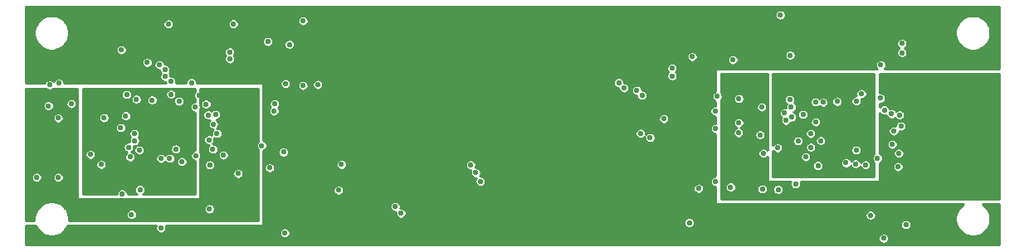
<source format=gbr>
G04 #@! TF.GenerationSoftware,KiCad,Pcbnew,5.1.5+dfsg1-2*
G04 #@! TF.CreationDate,2019-11-29T08:26:34+00:00*
G04 #@! TF.ProjectId,OV9281-Dual-Camera-Board,4f563932-3831-42d4-9475-616c2d43616d,rev?*
G04 #@! TF.SameCoordinates,Original*
G04 #@! TF.FileFunction,Copper,L2,Inr*
G04 #@! TF.FilePolarity,Positive*
%FSLAX46Y46*%
G04 Gerber Fmt 4.6, Leading zero omitted, Abs format (unit mm)*
G04 Created by KiCad (PCBNEW 5.1.5+dfsg1-2) date 2019-11-29 08:26:34*
%MOMM*%
%LPD*%
G04 APERTURE LIST*
%ADD10C,0.550000*%
%ADD11C,0.254000*%
G04 APERTURE END LIST*
D10*
X184028000Y-123590000D03*
X108802500Y-106680000D03*
X111252500Y-102386000D03*
X120402500Y-104536000D03*
X112002500Y-119010990D03*
X128102500Y-114036000D03*
X158252500Y-121136000D03*
X156752500Y-121136000D03*
X155252500Y-121136000D03*
X153752500Y-121086000D03*
X149252500Y-120986000D03*
X147752500Y-120986000D03*
X179128000Y-121240000D03*
X169552500Y-109986000D03*
X180202500Y-105136000D03*
X178352504Y-121686000D03*
X187852500Y-121586000D03*
X185752500Y-104986006D03*
X119302500Y-123136000D03*
X112452502Y-107986000D03*
X108250000Y-123750000D03*
X111150000Y-121550000D03*
X111150000Y-123850000D03*
X119102500Y-120986000D03*
X126802500Y-123436000D03*
X138052500Y-120736000D03*
X138652500Y-121436000D03*
X190152500Y-122586000D03*
X168052500Y-122385998D03*
X186552500Y-121636000D03*
X128652500Y-108386000D03*
X114152500Y-122936000D03*
X121552500Y-102086000D03*
X128652500Y-101786000D03*
X114900000Y-102100000D03*
X187880000Y-123990000D03*
X126652500Y-115186000D03*
X173102511Y-112185989D03*
X112752500Y-106034577D03*
X110102500Y-104736000D03*
X189752500Y-105036000D03*
X168352500Y-105436000D03*
X187602494Y-106286000D03*
X126852500Y-108186000D03*
X117252500Y-108086000D03*
X130152500Y-108286000D03*
X189752492Y-104086000D03*
X102786456Y-108319956D03*
X172525000Y-105750000D03*
X175502500Y-118936000D03*
X170752498Y-118186000D03*
X103684998Y-117750000D03*
X101470000Y-117750000D03*
X172280000Y-118760000D03*
X177120000Y-119000000D03*
X166300000Y-106610000D03*
X166300000Y-107400000D03*
X121160000Y-104950000D03*
X121170000Y-105670000D03*
X161380000Y-108630000D03*
X160860000Y-108090000D03*
X114580000Y-107470000D03*
X115160000Y-107960000D03*
X162710000Y-108860000D03*
X163230000Y-109400000D03*
X113990000Y-106270000D03*
X114570000Y-106760000D03*
X146252500Y-117286000D03*
X165460000Y-111780000D03*
X183140000Y-110020000D03*
X185619792Y-109207262D03*
X179652500Y-111324036D03*
X187268724Y-115785996D03*
X179937771Y-115671263D03*
X175452500Y-110586000D03*
X178300000Y-109800000D03*
X178462497Y-110572533D03*
X177775528Y-111199472D03*
X187752500Y-111586000D03*
X188190000Y-113320000D03*
X191727500Y-109986000D03*
X191727500Y-111786000D03*
X191727500Y-113586000D03*
X191727500Y-115286000D03*
X191727500Y-117086000D03*
X182152500Y-119186000D03*
X188652500Y-109186000D03*
X186187490Y-119180009D03*
X175525000Y-114175000D03*
X177925000Y-111950000D03*
X175425000Y-109875000D03*
X181460000Y-114020000D03*
X188921426Y-113033159D03*
X185102283Y-109972274D03*
X187544926Y-109679941D03*
X185052500Y-116386002D03*
X181177496Y-116561004D03*
X181700000Y-110100000D03*
X178900000Y-118430000D03*
X189430000Y-115300000D03*
X187952500Y-110886000D03*
X179150000Y-114025000D03*
X189352512Y-116668488D03*
X180452500Y-113286000D03*
X177050000Y-114750021D03*
X186752500Y-116486000D03*
X182071338Y-116583081D03*
X183552500Y-114885998D03*
X181252500Y-115185994D03*
X181152504Y-110986000D03*
X182752500Y-116586000D03*
X182447084Y-109938373D03*
X177890000Y-116486000D03*
X177030000Y-109840000D03*
X188702520Y-111286000D03*
X189502500Y-111386000D03*
X180452500Y-114686000D03*
X175600000Y-115300000D03*
X125700000Y-111000000D03*
X189652500Y-112536004D03*
X180948720Y-112112280D03*
X178500000Y-111600000D03*
X173124998Y-109725000D03*
X180927508Y-110061008D03*
X186052500Y-116486000D03*
X188780210Y-114396532D03*
X170752500Y-112786000D03*
X173080000Y-113220000D03*
X125052500Y-103886000D03*
X185077495Y-114986000D03*
X184052500Y-116285998D03*
X169000000Y-118900004D03*
X125750000Y-110250000D03*
X132575000Y-116450000D03*
X132275000Y-119075000D03*
X113262500Y-109866000D03*
X115992500Y-109996000D03*
X110052500Y-112686000D03*
X108352500Y-111686000D03*
X110852500Y-114686000D03*
X117703594Y-115540094D03*
X110652500Y-109286000D03*
X102675000Y-110450000D03*
X103675000Y-111700000D03*
X105000000Y-110250000D03*
X122652500Y-118386000D03*
X118482500Y-113276000D03*
X123052500Y-109885992D03*
X118052500Y-109386000D03*
X119352500Y-109586000D03*
X120350000Y-109360000D03*
X103025000Y-113050000D03*
X121800000Y-111800000D03*
X121750000Y-113325000D03*
X121700000Y-114950000D03*
X102275000Y-113850000D03*
X111462500Y-114020000D03*
X119872500Y-113286000D03*
X111652500Y-109786000D03*
X118752500Y-110286000D03*
X115170706Y-109267794D03*
X111952500Y-114986000D03*
X115046165Y-115835990D03*
X110210000Y-119440000D03*
X120520000Y-115490000D03*
X111442500Y-113290000D03*
X119126000Y-116486002D03*
X117652500Y-110586008D03*
X106950000Y-115425000D03*
X108050000Y-116450000D03*
X112471751Y-109936215D03*
X114952500Y-118986000D03*
X113552500Y-118986000D03*
X106952496Y-117886000D03*
X108352500Y-118086000D03*
X117052500Y-118486000D03*
X117062500Y-115986000D03*
X111456145Y-110782590D03*
X106750000Y-108900000D03*
X113152500Y-114986000D03*
X109175010Y-109591632D03*
X108075000Y-110000000D03*
X118952500Y-111386000D03*
X119713500Y-111325000D03*
X111002500Y-115686000D03*
X119500000Y-112325000D03*
X103725000Y-108150000D03*
X110562500Y-111476000D03*
X177352500Y-101186000D03*
X178352500Y-105286000D03*
X116281200Y-116155991D03*
X119042500Y-113926000D03*
X127252500Y-104186000D03*
X124430000Y-114510000D03*
X114152498Y-115835990D03*
X145752500Y-116486000D03*
X163070000Y-113279998D03*
X164065647Y-113709265D03*
X146749671Y-118180010D03*
X170710000Y-111000000D03*
X170900000Y-109500000D03*
X175280000Y-113420000D03*
X125240000Y-116790000D03*
X115652500Y-114886000D03*
X119452500Y-114886000D03*
X122020000Y-117380000D03*
D11*
G36*
X117625500Y-109032354D02*
G01*
X117623734Y-109034120D01*
X117563324Y-109124530D01*
X117521713Y-109224988D01*
X117500500Y-109331633D01*
X117500500Y-109440367D01*
X117521713Y-109547012D01*
X117563324Y-109647470D01*
X117623734Y-109737880D01*
X117625500Y-109739646D01*
X117625500Y-110034008D01*
X117598133Y-110034008D01*
X117491488Y-110055221D01*
X117391030Y-110096832D01*
X117300620Y-110157242D01*
X117223734Y-110234128D01*
X117163324Y-110324538D01*
X117121713Y-110424996D01*
X117100500Y-110531641D01*
X117100500Y-110640375D01*
X117121713Y-110747020D01*
X117163324Y-110847478D01*
X117223734Y-110937888D01*
X117300620Y-111014774D01*
X117391030Y-111075184D01*
X117491488Y-111116795D01*
X117598133Y-111138008D01*
X117625500Y-111138008D01*
X117625500Y-114992814D01*
X117542582Y-115009307D01*
X117442124Y-115050918D01*
X117351714Y-115111328D01*
X117274828Y-115188214D01*
X117214418Y-115278624D01*
X117172807Y-115379082D01*
X117151594Y-115485727D01*
X117151594Y-115594461D01*
X117172807Y-115701106D01*
X117214418Y-115801564D01*
X117274828Y-115891974D01*
X117351714Y-115968860D01*
X117442124Y-116029270D01*
X117542582Y-116070881D01*
X117625500Y-116087374D01*
X117625500Y-119459000D01*
X112325579Y-119459000D01*
X112354380Y-119439756D01*
X112431266Y-119362870D01*
X112491676Y-119272460D01*
X112533287Y-119172002D01*
X112554500Y-119065357D01*
X112554500Y-118956623D01*
X112533287Y-118849978D01*
X112491676Y-118749520D01*
X112431266Y-118659110D01*
X112354380Y-118582224D01*
X112263970Y-118521814D01*
X112163512Y-118480203D01*
X112056867Y-118458990D01*
X111948133Y-118458990D01*
X111841488Y-118480203D01*
X111741030Y-118521814D01*
X111650620Y-118582224D01*
X111573734Y-118659110D01*
X111513324Y-118749520D01*
X111471713Y-118849978D01*
X111450500Y-118956623D01*
X111450500Y-119065357D01*
X111471713Y-119172002D01*
X111513324Y-119272460D01*
X111573734Y-119362870D01*
X111650620Y-119439756D01*
X111679421Y-119459000D01*
X110762000Y-119459000D01*
X110762000Y-119385633D01*
X110740787Y-119278988D01*
X110699176Y-119178530D01*
X110638766Y-119088120D01*
X110561880Y-119011234D01*
X110471470Y-118950824D01*
X110371012Y-118909213D01*
X110264367Y-118888000D01*
X110155633Y-118888000D01*
X110048988Y-118909213D01*
X109948530Y-118950824D01*
X109858120Y-119011234D01*
X109781234Y-119088120D01*
X109720824Y-119178530D01*
X109679213Y-119278988D01*
X109658000Y-119385633D01*
X109658000Y-119459000D01*
X106179500Y-119459000D01*
X106179500Y-116395633D01*
X107498000Y-116395633D01*
X107498000Y-116504367D01*
X107519213Y-116611012D01*
X107560824Y-116711470D01*
X107621234Y-116801880D01*
X107698120Y-116878766D01*
X107788530Y-116939176D01*
X107888988Y-116980787D01*
X107995633Y-117002000D01*
X108104367Y-117002000D01*
X108211012Y-116980787D01*
X108311470Y-116939176D01*
X108401880Y-116878766D01*
X108478766Y-116801880D01*
X108539176Y-116711470D01*
X108580787Y-116611012D01*
X108602000Y-116504367D01*
X108602000Y-116395633D01*
X108580787Y-116288988D01*
X108539176Y-116188530D01*
X108478766Y-116098120D01*
X108401880Y-116021234D01*
X108311470Y-115960824D01*
X108211012Y-115919213D01*
X108104367Y-115898000D01*
X107995633Y-115898000D01*
X107888988Y-115919213D01*
X107788530Y-115960824D01*
X107698120Y-116021234D01*
X107621234Y-116098120D01*
X107560824Y-116188530D01*
X107519213Y-116288988D01*
X107498000Y-116395633D01*
X106179500Y-116395633D01*
X106179500Y-115370633D01*
X106398000Y-115370633D01*
X106398000Y-115479367D01*
X106419213Y-115586012D01*
X106460824Y-115686470D01*
X106521234Y-115776880D01*
X106598120Y-115853766D01*
X106688530Y-115914176D01*
X106788988Y-115955787D01*
X106895633Y-115977000D01*
X107004367Y-115977000D01*
X107111012Y-115955787D01*
X107211470Y-115914176D01*
X107301880Y-115853766D01*
X107378766Y-115776880D01*
X107439176Y-115686470D01*
X107480787Y-115586012D01*
X107502000Y-115479367D01*
X107502000Y-115370633D01*
X107480787Y-115263988D01*
X107439176Y-115163530D01*
X107378766Y-115073120D01*
X107301880Y-114996234D01*
X107211470Y-114935824D01*
X107111012Y-114894213D01*
X107004367Y-114873000D01*
X106895633Y-114873000D01*
X106788988Y-114894213D01*
X106688530Y-114935824D01*
X106598120Y-114996234D01*
X106521234Y-115073120D01*
X106460824Y-115163530D01*
X106419213Y-115263988D01*
X106398000Y-115370633D01*
X106179500Y-115370633D01*
X106179500Y-114631633D01*
X110300500Y-114631633D01*
X110300500Y-114740367D01*
X110321713Y-114847012D01*
X110363324Y-114947470D01*
X110423734Y-115037880D01*
X110500620Y-115114766D01*
X110591030Y-115175176D01*
X110691488Y-115216787D01*
X110706642Y-115219801D01*
X110650620Y-115257234D01*
X110573734Y-115334120D01*
X110513324Y-115424530D01*
X110471713Y-115524988D01*
X110450500Y-115631633D01*
X110450500Y-115740367D01*
X110471713Y-115847012D01*
X110513324Y-115947470D01*
X110573734Y-116037880D01*
X110650620Y-116114766D01*
X110741030Y-116175176D01*
X110841488Y-116216787D01*
X110948133Y-116238000D01*
X111056867Y-116238000D01*
X111163512Y-116216787D01*
X111263970Y-116175176D01*
X111354380Y-116114766D01*
X111431266Y-116037880D01*
X111491676Y-115947470D01*
X111533287Y-115847012D01*
X111546293Y-115781623D01*
X113600498Y-115781623D01*
X113600498Y-115890357D01*
X113621711Y-115997002D01*
X113663322Y-116097460D01*
X113723732Y-116187870D01*
X113800618Y-116264756D01*
X113891028Y-116325166D01*
X113991486Y-116366777D01*
X114098131Y-116387990D01*
X114206865Y-116387990D01*
X114313510Y-116366777D01*
X114413968Y-116325166D01*
X114504378Y-116264756D01*
X114581264Y-116187870D01*
X114599332Y-116160830D01*
X114617399Y-116187870D01*
X114694285Y-116264756D01*
X114784695Y-116325166D01*
X114885153Y-116366777D01*
X114991798Y-116387990D01*
X115100532Y-116387990D01*
X115207177Y-116366777D01*
X115307635Y-116325166D01*
X115398045Y-116264756D01*
X115474931Y-116187870D01*
X115532558Y-116101624D01*
X115729200Y-116101624D01*
X115729200Y-116210358D01*
X115750413Y-116317003D01*
X115792024Y-116417461D01*
X115852434Y-116507871D01*
X115929320Y-116584757D01*
X116019730Y-116645167D01*
X116120188Y-116686778D01*
X116226833Y-116707991D01*
X116335567Y-116707991D01*
X116442212Y-116686778D01*
X116542670Y-116645167D01*
X116633080Y-116584757D01*
X116709966Y-116507871D01*
X116770376Y-116417461D01*
X116811987Y-116317003D01*
X116833200Y-116210358D01*
X116833200Y-116101624D01*
X116811987Y-115994979D01*
X116770376Y-115894521D01*
X116709966Y-115804111D01*
X116633080Y-115727225D01*
X116542670Y-115666815D01*
X116442212Y-115625204D01*
X116335567Y-115603991D01*
X116226833Y-115603991D01*
X116120188Y-115625204D01*
X116019730Y-115666815D01*
X115929320Y-115727225D01*
X115852434Y-115804111D01*
X115792024Y-115894521D01*
X115750413Y-115994979D01*
X115729200Y-116101624D01*
X115532558Y-116101624D01*
X115535341Y-116097460D01*
X115576952Y-115997002D01*
X115598165Y-115890357D01*
X115598165Y-115781623D01*
X115576952Y-115674978D01*
X115535341Y-115574520D01*
X115474931Y-115484110D01*
X115398045Y-115407224D01*
X115307635Y-115346814D01*
X115207177Y-115305203D01*
X115100532Y-115283990D01*
X114991798Y-115283990D01*
X114885153Y-115305203D01*
X114784695Y-115346814D01*
X114694285Y-115407224D01*
X114617399Y-115484110D01*
X114599331Y-115511150D01*
X114581264Y-115484110D01*
X114504378Y-115407224D01*
X114413968Y-115346814D01*
X114313510Y-115305203D01*
X114206865Y-115283990D01*
X114098131Y-115283990D01*
X113991486Y-115305203D01*
X113891028Y-115346814D01*
X113800618Y-115407224D01*
X113723732Y-115484110D01*
X113663322Y-115574520D01*
X113621711Y-115674978D01*
X113600498Y-115781623D01*
X111546293Y-115781623D01*
X111554500Y-115740367D01*
X111554500Y-115631633D01*
X111533287Y-115524988D01*
X111491676Y-115424530D01*
X111431266Y-115334120D01*
X111354380Y-115257234D01*
X111263970Y-115196824D01*
X111163512Y-115155213D01*
X111148358Y-115152199D01*
X111204380Y-115114766D01*
X111281266Y-115037880D01*
X111341676Y-114947470D01*
X111383287Y-114847012D01*
X111404500Y-114740367D01*
X111404500Y-114631633D01*
X111392000Y-114568791D01*
X111408133Y-114572000D01*
X111516867Y-114572000D01*
X111604655Y-114554538D01*
X111600620Y-114557234D01*
X111523734Y-114634120D01*
X111463324Y-114724530D01*
X111421713Y-114824988D01*
X111400500Y-114931633D01*
X111400500Y-115040367D01*
X111421713Y-115147012D01*
X111463324Y-115247470D01*
X111523734Y-115337880D01*
X111600620Y-115414766D01*
X111691030Y-115475176D01*
X111791488Y-115516787D01*
X111898133Y-115538000D01*
X112006867Y-115538000D01*
X112113512Y-115516787D01*
X112213970Y-115475176D01*
X112304380Y-115414766D01*
X112381266Y-115337880D01*
X112441676Y-115247470D01*
X112483287Y-115147012D01*
X112504500Y-115040367D01*
X112504500Y-114931633D01*
X112484609Y-114831633D01*
X115100500Y-114831633D01*
X115100500Y-114940367D01*
X115121713Y-115047012D01*
X115163324Y-115147470D01*
X115223734Y-115237880D01*
X115300620Y-115314766D01*
X115391030Y-115375176D01*
X115491488Y-115416787D01*
X115598133Y-115438000D01*
X115706867Y-115438000D01*
X115813512Y-115416787D01*
X115913970Y-115375176D01*
X116004380Y-115314766D01*
X116081266Y-115237880D01*
X116141676Y-115147470D01*
X116183287Y-115047012D01*
X116204500Y-114940367D01*
X116204500Y-114831633D01*
X116183287Y-114724988D01*
X116141676Y-114624530D01*
X116081266Y-114534120D01*
X116004380Y-114457234D01*
X115913970Y-114396824D01*
X115813512Y-114355213D01*
X115706867Y-114334000D01*
X115598133Y-114334000D01*
X115491488Y-114355213D01*
X115391030Y-114396824D01*
X115300620Y-114457234D01*
X115223734Y-114534120D01*
X115163324Y-114624530D01*
X115121713Y-114724988D01*
X115100500Y-114831633D01*
X112484609Y-114831633D01*
X112483287Y-114824988D01*
X112441676Y-114724530D01*
X112381266Y-114634120D01*
X112304380Y-114557234D01*
X112213970Y-114496824D01*
X112113512Y-114455213D01*
X112006867Y-114434000D01*
X111898133Y-114434000D01*
X111810345Y-114451462D01*
X111814380Y-114448766D01*
X111891266Y-114371880D01*
X111951676Y-114281470D01*
X111993287Y-114181012D01*
X112014500Y-114074367D01*
X112014500Y-113965633D01*
X111993287Y-113858988D01*
X111951676Y-113758530D01*
X111891266Y-113668120D01*
X111868146Y-113645000D01*
X111871266Y-113641880D01*
X111931676Y-113551470D01*
X111973287Y-113451012D01*
X111994500Y-113344367D01*
X111994500Y-113235633D01*
X111973287Y-113128988D01*
X111931676Y-113028530D01*
X111871266Y-112938120D01*
X111794380Y-112861234D01*
X111703970Y-112800824D01*
X111603512Y-112759213D01*
X111496867Y-112738000D01*
X111388133Y-112738000D01*
X111281488Y-112759213D01*
X111181030Y-112800824D01*
X111090620Y-112861234D01*
X111013734Y-112938120D01*
X110953324Y-113028530D01*
X110911713Y-113128988D01*
X110890500Y-113235633D01*
X110890500Y-113344367D01*
X110911713Y-113451012D01*
X110953324Y-113551470D01*
X111013734Y-113641880D01*
X111036854Y-113665000D01*
X111033734Y-113668120D01*
X110973324Y-113758530D01*
X110931713Y-113858988D01*
X110910500Y-113965633D01*
X110910500Y-114074367D01*
X110923000Y-114137209D01*
X110906867Y-114134000D01*
X110798133Y-114134000D01*
X110691488Y-114155213D01*
X110591030Y-114196824D01*
X110500620Y-114257234D01*
X110423734Y-114334120D01*
X110363324Y-114424530D01*
X110321713Y-114524988D01*
X110300500Y-114631633D01*
X106179500Y-114631633D01*
X106179500Y-112631633D01*
X109500500Y-112631633D01*
X109500500Y-112740367D01*
X109521713Y-112847012D01*
X109563324Y-112947470D01*
X109623734Y-113037880D01*
X109700620Y-113114766D01*
X109791030Y-113175176D01*
X109891488Y-113216787D01*
X109998133Y-113238000D01*
X110106867Y-113238000D01*
X110213512Y-113216787D01*
X110313970Y-113175176D01*
X110404380Y-113114766D01*
X110481266Y-113037880D01*
X110541676Y-112947470D01*
X110583287Y-112847012D01*
X110604500Y-112740367D01*
X110604500Y-112631633D01*
X110583287Y-112524988D01*
X110541676Y-112424530D01*
X110481266Y-112334120D01*
X110404380Y-112257234D01*
X110313970Y-112196824D01*
X110213512Y-112155213D01*
X110106867Y-112134000D01*
X109998133Y-112134000D01*
X109891488Y-112155213D01*
X109791030Y-112196824D01*
X109700620Y-112257234D01*
X109623734Y-112334120D01*
X109563324Y-112424530D01*
X109521713Y-112524988D01*
X109500500Y-112631633D01*
X106179500Y-112631633D01*
X106179500Y-111631633D01*
X107800500Y-111631633D01*
X107800500Y-111740367D01*
X107821713Y-111847012D01*
X107863324Y-111947470D01*
X107923734Y-112037880D01*
X108000620Y-112114766D01*
X108091030Y-112175176D01*
X108191488Y-112216787D01*
X108298133Y-112238000D01*
X108406867Y-112238000D01*
X108513512Y-112216787D01*
X108613970Y-112175176D01*
X108704380Y-112114766D01*
X108781266Y-112037880D01*
X108841676Y-111947470D01*
X108883287Y-111847012D01*
X108904500Y-111740367D01*
X108904500Y-111631633D01*
X108883287Y-111524988D01*
X108841676Y-111424530D01*
X108839741Y-111421633D01*
X110010500Y-111421633D01*
X110010500Y-111530367D01*
X110031713Y-111637012D01*
X110073324Y-111737470D01*
X110133734Y-111827880D01*
X110210620Y-111904766D01*
X110301030Y-111965176D01*
X110401488Y-112006787D01*
X110508133Y-112028000D01*
X110616867Y-112028000D01*
X110723512Y-112006787D01*
X110823970Y-111965176D01*
X110914380Y-111904766D01*
X110991266Y-111827880D01*
X111051676Y-111737470D01*
X111093287Y-111637012D01*
X111114500Y-111530367D01*
X111114500Y-111421633D01*
X111093287Y-111314988D01*
X111051676Y-111214530D01*
X110991266Y-111124120D01*
X110914380Y-111047234D01*
X110823970Y-110986824D01*
X110723512Y-110945213D01*
X110616867Y-110924000D01*
X110508133Y-110924000D01*
X110401488Y-110945213D01*
X110301030Y-110986824D01*
X110210620Y-111047234D01*
X110133734Y-111124120D01*
X110073324Y-111214530D01*
X110031713Y-111314988D01*
X110010500Y-111421633D01*
X108839741Y-111421633D01*
X108781266Y-111334120D01*
X108704380Y-111257234D01*
X108613970Y-111196824D01*
X108513512Y-111155213D01*
X108406867Y-111134000D01*
X108298133Y-111134000D01*
X108191488Y-111155213D01*
X108091030Y-111196824D01*
X108000620Y-111257234D01*
X107923734Y-111334120D01*
X107863324Y-111424530D01*
X107821713Y-111524988D01*
X107800500Y-111631633D01*
X106179500Y-111631633D01*
X106179500Y-109231633D01*
X110100500Y-109231633D01*
X110100500Y-109340367D01*
X110121713Y-109447012D01*
X110163324Y-109547470D01*
X110223734Y-109637880D01*
X110300620Y-109714766D01*
X110391030Y-109775176D01*
X110491488Y-109816787D01*
X110598133Y-109838000D01*
X110706867Y-109838000D01*
X110813512Y-109816787D01*
X110913970Y-109775176D01*
X110979136Y-109731633D01*
X111100500Y-109731633D01*
X111100500Y-109840367D01*
X111121713Y-109947012D01*
X111163324Y-110047470D01*
X111223734Y-110137880D01*
X111300620Y-110214766D01*
X111391030Y-110275176D01*
X111491488Y-110316787D01*
X111598133Y-110338000D01*
X111706867Y-110338000D01*
X111813512Y-110316787D01*
X111913970Y-110275176D01*
X112004380Y-110214766D01*
X112081266Y-110137880D01*
X112141676Y-110047470D01*
X112183287Y-109947012D01*
X112204500Y-109840367D01*
X112204500Y-109811633D01*
X112710500Y-109811633D01*
X112710500Y-109920367D01*
X112731713Y-110027012D01*
X112773324Y-110127470D01*
X112833734Y-110217880D01*
X112910620Y-110294766D01*
X113001030Y-110355176D01*
X113101488Y-110396787D01*
X113208133Y-110418000D01*
X113316867Y-110418000D01*
X113423512Y-110396787D01*
X113523970Y-110355176D01*
X113614380Y-110294766D01*
X113691266Y-110217880D01*
X113751676Y-110127470D01*
X113793287Y-110027012D01*
X113814500Y-109920367D01*
X113814500Y-109811633D01*
X113793287Y-109704988D01*
X113751676Y-109604530D01*
X113691266Y-109514120D01*
X113614380Y-109437234D01*
X113523970Y-109376824D01*
X113423512Y-109335213D01*
X113316867Y-109314000D01*
X113208133Y-109314000D01*
X113101488Y-109335213D01*
X113001030Y-109376824D01*
X112910620Y-109437234D01*
X112833734Y-109514120D01*
X112773324Y-109604530D01*
X112731713Y-109704988D01*
X112710500Y-109811633D01*
X112204500Y-109811633D01*
X112204500Y-109731633D01*
X112183287Y-109624988D01*
X112141676Y-109524530D01*
X112081266Y-109434120D01*
X112004380Y-109357234D01*
X111913970Y-109296824D01*
X111813512Y-109255213D01*
X111706867Y-109234000D01*
X111598133Y-109234000D01*
X111491488Y-109255213D01*
X111391030Y-109296824D01*
X111300620Y-109357234D01*
X111223734Y-109434120D01*
X111163324Y-109524530D01*
X111121713Y-109624988D01*
X111100500Y-109731633D01*
X110979136Y-109731633D01*
X111004380Y-109714766D01*
X111081266Y-109637880D01*
X111141676Y-109547470D01*
X111183287Y-109447012D01*
X111204500Y-109340367D01*
X111204500Y-109231633D01*
X111200879Y-109213427D01*
X114618706Y-109213427D01*
X114618706Y-109322161D01*
X114639919Y-109428806D01*
X114681530Y-109529264D01*
X114741940Y-109619674D01*
X114818826Y-109696560D01*
X114909236Y-109756970D01*
X115009694Y-109798581D01*
X115116339Y-109819794D01*
X115225073Y-109819794D01*
X115331718Y-109798581D01*
X115432176Y-109756970D01*
X115522586Y-109696560D01*
X115540996Y-109678150D01*
X115503324Y-109734530D01*
X115461713Y-109834988D01*
X115440500Y-109941633D01*
X115440500Y-110050367D01*
X115461713Y-110157012D01*
X115503324Y-110257470D01*
X115563734Y-110347880D01*
X115640620Y-110424766D01*
X115731030Y-110485176D01*
X115831488Y-110526787D01*
X115938133Y-110548000D01*
X116046867Y-110548000D01*
X116153512Y-110526787D01*
X116253970Y-110485176D01*
X116344380Y-110424766D01*
X116421266Y-110347880D01*
X116481676Y-110257470D01*
X116523287Y-110157012D01*
X116544500Y-110050367D01*
X116544500Y-109941633D01*
X116523287Y-109834988D01*
X116481676Y-109734530D01*
X116421266Y-109644120D01*
X116344380Y-109567234D01*
X116253970Y-109506824D01*
X116153512Y-109465213D01*
X116046867Y-109444000D01*
X115938133Y-109444000D01*
X115831488Y-109465213D01*
X115731030Y-109506824D01*
X115640620Y-109567234D01*
X115622210Y-109585644D01*
X115659882Y-109529264D01*
X115701493Y-109428806D01*
X115722706Y-109322161D01*
X115722706Y-109213427D01*
X115701493Y-109106782D01*
X115659882Y-109006324D01*
X115599472Y-108915914D01*
X115522586Y-108839028D01*
X115432176Y-108778618D01*
X115331718Y-108737007D01*
X115225073Y-108715794D01*
X115116339Y-108715794D01*
X115009694Y-108737007D01*
X114909236Y-108778618D01*
X114818826Y-108839028D01*
X114741940Y-108915914D01*
X114681530Y-109006324D01*
X114639919Y-109106782D01*
X114618706Y-109213427D01*
X111200879Y-109213427D01*
X111183287Y-109124988D01*
X111141676Y-109024530D01*
X111081266Y-108934120D01*
X111004380Y-108857234D01*
X110913970Y-108796824D01*
X110813512Y-108755213D01*
X110706867Y-108734000D01*
X110598133Y-108734000D01*
X110491488Y-108755213D01*
X110391030Y-108796824D01*
X110300620Y-108857234D01*
X110223734Y-108934120D01*
X110163324Y-109024530D01*
X110121713Y-109124988D01*
X110100500Y-109231633D01*
X106179500Y-109231633D01*
X106179500Y-108713000D01*
X117625500Y-108713000D01*
X117625500Y-109032354D01*
G37*
X117625500Y-109032354D02*
X117623734Y-109034120D01*
X117563324Y-109124530D01*
X117521713Y-109224988D01*
X117500500Y-109331633D01*
X117500500Y-109440367D01*
X117521713Y-109547012D01*
X117563324Y-109647470D01*
X117623734Y-109737880D01*
X117625500Y-109739646D01*
X117625500Y-110034008D01*
X117598133Y-110034008D01*
X117491488Y-110055221D01*
X117391030Y-110096832D01*
X117300620Y-110157242D01*
X117223734Y-110234128D01*
X117163324Y-110324538D01*
X117121713Y-110424996D01*
X117100500Y-110531641D01*
X117100500Y-110640375D01*
X117121713Y-110747020D01*
X117163324Y-110847478D01*
X117223734Y-110937888D01*
X117300620Y-111014774D01*
X117391030Y-111075184D01*
X117491488Y-111116795D01*
X117598133Y-111138008D01*
X117625500Y-111138008D01*
X117625500Y-114992814D01*
X117542582Y-115009307D01*
X117442124Y-115050918D01*
X117351714Y-115111328D01*
X117274828Y-115188214D01*
X117214418Y-115278624D01*
X117172807Y-115379082D01*
X117151594Y-115485727D01*
X117151594Y-115594461D01*
X117172807Y-115701106D01*
X117214418Y-115801564D01*
X117274828Y-115891974D01*
X117351714Y-115968860D01*
X117442124Y-116029270D01*
X117542582Y-116070881D01*
X117625500Y-116087374D01*
X117625500Y-119459000D01*
X112325579Y-119459000D01*
X112354380Y-119439756D01*
X112431266Y-119362870D01*
X112491676Y-119272460D01*
X112533287Y-119172002D01*
X112554500Y-119065357D01*
X112554500Y-118956623D01*
X112533287Y-118849978D01*
X112491676Y-118749520D01*
X112431266Y-118659110D01*
X112354380Y-118582224D01*
X112263970Y-118521814D01*
X112163512Y-118480203D01*
X112056867Y-118458990D01*
X111948133Y-118458990D01*
X111841488Y-118480203D01*
X111741030Y-118521814D01*
X111650620Y-118582224D01*
X111573734Y-118659110D01*
X111513324Y-118749520D01*
X111471713Y-118849978D01*
X111450500Y-118956623D01*
X111450500Y-119065357D01*
X111471713Y-119172002D01*
X111513324Y-119272460D01*
X111573734Y-119362870D01*
X111650620Y-119439756D01*
X111679421Y-119459000D01*
X110762000Y-119459000D01*
X110762000Y-119385633D01*
X110740787Y-119278988D01*
X110699176Y-119178530D01*
X110638766Y-119088120D01*
X110561880Y-119011234D01*
X110471470Y-118950824D01*
X110371012Y-118909213D01*
X110264367Y-118888000D01*
X110155633Y-118888000D01*
X110048988Y-118909213D01*
X109948530Y-118950824D01*
X109858120Y-119011234D01*
X109781234Y-119088120D01*
X109720824Y-119178530D01*
X109679213Y-119278988D01*
X109658000Y-119385633D01*
X109658000Y-119459000D01*
X106179500Y-119459000D01*
X106179500Y-116395633D01*
X107498000Y-116395633D01*
X107498000Y-116504367D01*
X107519213Y-116611012D01*
X107560824Y-116711470D01*
X107621234Y-116801880D01*
X107698120Y-116878766D01*
X107788530Y-116939176D01*
X107888988Y-116980787D01*
X107995633Y-117002000D01*
X108104367Y-117002000D01*
X108211012Y-116980787D01*
X108311470Y-116939176D01*
X108401880Y-116878766D01*
X108478766Y-116801880D01*
X108539176Y-116711470D01*
X108580787Y-116611012D01*
X108602000Y-116504367D01*
X108602000Y-116395633D01*
X108580787Y-116288988D01*
X108539176Y-116188530D01*
X108478766Y-116098120D01*
X108401880Y-116021234D01*
X108311470Y-115960824D01*
X108211012Y-115919213D01*
X108104367Y-115898000D01*
X107995633Y-115898000D01*
X107888988Y-115919213D01*
X107788530Y-115960824D01*
X107698120Y-116021234D01*
X107621234Y-116098120D01*
X107560824Y-116188530D01*
X107519213Y-116288988D01*
X107498000Y-116395633D01*
X106179500Y-116395633D01*
X106179500Y-115370633D01*
X106398000Y-115370633D01*
X106398000Y-115479367D01*
X106419213Y-115586012D01*
X106460824Y-115686470D01*
X106521234Y-115776880D01*
X106598120Y-115853766D01*
X106688530Y-115914176D01*
X106788988Y-115955787D01*
X106895633Y-115977000D01*
X107004367Y-115977000D01*
X107111012Y-115955787D01*
X107211470Y-115914176D01*
X107301880Y-115853766D01*
X107378766Y-115776880D01*
X107439176Y-115686470D01*
X107480787Y-115586012D01*
X107502000Y-115479367D01*
X107502000Y-115370633D01*
X107480787Y-115263988D01*
X107439176Y-115163530D01*
X107378766Y-115073120D01*
X107301880Y-114996234D01*
X107211470Y-114935824D01*
X107111012Y-114894213D01*
X107004367Y-114873000D01*
X106895633Y-114873000D01*
X106788988Y-114894213D01*
X106688530Y-114935824D01*
X106598120Y-114996234D01*
X106521234Y-115073120D01*
X106460824Y-115163530D01*
X106419213Y-115263988D01*
X106398000Y-115370633D01*
X106179500Y-115370633D01*
X106179500Y-114631633D01*
X110300500Y-114631633D01*
X110300500Y-114740367D01*
X110321713Y-114847012D01*
X110363324Y-114947470D01*
X110423734Y-115037880D01*
X110500620Y-115114766D01*
X110591030Y-115175176D01*
X110691488Y-115216787D01*
X110706642Y-115219801D01*
X110650620Y-115257234D01*
X110573734Y-115334120D01*
X110513324Y-115424530D01*
X110471713Y-115524988D01*
X110450500Y-115631633D01*
X110450500Y-115740367D01*
X110471713Y-115847012D01*
X110513324Y-115947470D01*
X110573734Y-116037880D01*
X110650620Y-116114766D01*
X110741030Y-116175176D01*
X110841488Y-116216787D01*
X110948133Y-116238000D01*
X111056867Y-116238000D01*
X111163512Y-116216787D01*
X111263970Y-116175176D01*
X111354380Y-116114766D01*
X111431266Y-116037880D01*
X111491676Y-115947470D01*
X111533287Y-115847012D01*
X111546293Y-115781623D01*
X113600498Y-115781623D01*
X113600498Y-115890357D01*
X113621711Y-115997002D01*
X113663322Y-116097460D01*
X113723732Y-116187870D01*
X113800618Y-116264756D01*
X113891028Y-116325166D01*
X113991486Y-116366777D01*
X114098131Y-116387990D01*
X114206865Y-116387990D01*
X114313510Y-116366777D01*
X114413968Y-116325166D01*
X114504378Y-116264756D01*
X114581264Y-116187870D01*
X114599332Y-116160830D01*
X114617399Y-116187870D01*
X114694285Y-116264756D01*
X114784695Y-116325166D01*
X114885153Y-116366777D01*
X114991798Y-116387990D01*
X115100532Y-116387990D01*
X115207177Y-116366777D01*
X115307635Y-116325166D01*
X115398045Y-116264756D01*
X115474931Y-116187870D01*
X115532558Y-116101624D01*
X115729200Y-116101624D01*
X115729200Y-116210358D01*
X115750413Y-116317003D01*
X115792024Y-116417461D01*
X115852434Y-116507871D01*
X115929320Y-116584757D01*
X116019730Y-116645167D01*
X116120188Y-116686778D01*
X116226833Y-116707991D01*
X116335567Y-116707991D01*
X116442212Y-116686778D01*
X116542670Y-116645167D01*
X116633080Y-116584757D01*
X116709966Y-116507871D01*
X116770376Y-116417461D01*
X116811987Y-116317003D01*
X116833200Y-116210358D01*
X116833200Y-116101624D01*
X116811987Y-115994979D01*
X116770376Y-115894521D01*
X116709966Y-115804111D01*
X116633080Y-115727225D01*
X116542670Y-115666815D01*
X116442212Y-115625204D01*
X116335567Y-115603991D01*
X116226833Y-115603991D01*
X116120188Y-115625204D01*
X116019730Y-115666815D01*
X115929320Y-115727225D01*
X115852434Y-115804111D01*
X115792024Y-115894521D01*
X115750413Y-115994979D01*
X115729200Y-116101624D01*
X115532558Y-116101624D01*
X115535341Y-116097460D01*
X115576952Y-115997002D01*
X115598165Y-115890357D01*
X115598165Y-115781623D01*
X115576952Y-115674978D01*
X115535341Y-115574520D01*
X115474931Y-115484110D01*
X115398045Y-115407224D01*
X115307635Y-115346814D01*
X115207177Y-115305203D01*
X115100532Y-115283990D01*
X114991798Y-115283990D01*
X114885153Y-115305203D01*
X114784695Y-115346814D01*
X114694285Y-115407224D01*
X114617399Y-115484110D01*
X114599331Y-115511150D01*
X114581264Y-115484110D01*
X114504378Y-115407224D01*
X114413968Y-115346814D01*
X114313510Y-115305203D01*
X114206865Y-115283990D01*
X114098131Y-115283990D01*
X113991486Y-115305203D01*
X113891028Y-115346814D01*
X113800618Y-115407224D01*
X113723732Y-115484110D01*
X113663322Y-115574520D01*
X113621711Y-115674978D01*
X113600498Y-115781623D01*
X111546293Y-115781623D01*
X111554500Y-115740367D01*
X111554500Y-115631633D01*
X111533287Y-115524988D01*
X111491676Y-115424530D01*
X111431266Y-115334120D01*
X111354380Y-115257234D01*
X111263970Y-115196824D01*
X111163512Y-115155213D01*
X111148358Y-115152199D01*
X111204380Y-115114766D01*
X111281266Y-115037880D01*
X111341676Y-114947470D01*
X111383287Y-114847012D01*
X111404500Y-114740367D01*
X111404500Y-114631633D01*
X111392000Y-114568791D01*
X111408133Y-114572000D01*
X111516867Y-114572000D01*
X111604655Y-114554538D01*
X111600620Y-114557234D01*
X111523734Y-114634120D01*
X111463324Y-114724530D01*
X111421713Y-114824988D01*
X111400500Y-114931633D01*
X111400500Y-115040367D01*
X111421713Y-115147012D01*
X111463324Y-115247470D01*
X111523734Y-115337880D01*
X111600620Y-115414766D01*
X111691030Y-115475176D01*
X111791488Y-115516787D01*
X111898133Y-115538000D01*
X112006867Y-115538000D01*
X112113512Y-115516787D01*
X112213970Y-115475176D01*
X112304380Y-115414766D01*
X112381266Y-115337880D01*
X112441676Y-115247470D01*
X112483287Y-115147012D01*
X112504500Y-115040367D01*
X112504500Y-114931633D01*
X112484609Y-114831633D01*
X115100500Y-114831633D01*
X115100500Y-114940367D01*
X115121713Y-115047012D01*
X115163324Y-115147470D01*
X115223734Y-115237880D01*
X115300620Y-115314766D01*
X115391030Y-115375176D01*
X115491488Y-115416787D01*
X115598133Y-115438000D01*
X115706867Y-115438000D01*
X115813512Y-115416787D01*
X115913970Y-115375176D01*
X116004380Y-115314766D01*
X116081266Y-115237880D01*
X116141676Y-115147470D01*
X116183287Y-115047012D01*
X116204500Y-114940367D01*
X116204500Y-114831633D01*
X116183287Y-114724988D01*
X116141676Y-114624530D01*
X116081266Y-114534120D01*
X116004380Y-114457234D01*
X115913970Y-114396824D01*
X115813512Y-114355213D01*
X115706867Y-114334000D01*
X115598133Y-114334000D01*
X115491488Y-114355213D01*
X115391030Y-114396824D01*
X115300620Y-114457234D01*
X115223734Y-114534120D01*
X115163324Y-114624530D01*
X115121713Y-114724988D01*
X115100500Y-114831633D01*
X112484609Y-114831633D01*
X112483287Y-114824988D01*
X112441676Y-114724530D01*
X112381266Y-114634120D01*
X112304380Y-114557234D01*
X112213970Y-114496824D01*
X112113512Y-114455213D01*
X112006867Y-114434000D01*
X111898133Y-114434000D01*
X111810345Y-114451462D01*
X111814380Y-114448766D01*
X111891266Y-114371880D01*
X111951676Y-114281470D01*
X111993287Y-114181012D01*
X112014500Y-114074367D01*
X112014500Y-113965633D01*
X111993287Y-113858988D01*
X111951676Y-113758530D01*
X111891266Y-113668120D01*
X111868146Y-113645000D01*
X111871266Y-113641880D01*
X111931676Y-113551470D01*
X111973287Y-113451012D01*
X111994500Y-113344367D01*
X111994500Y-113235633D01*
X111973287Y-113128988D01*
X111931676Y-113028530D01*
X111871266Y-112938120D01*
X111794380Y-112861234D01*
X111703970Y-112800824D01*
X111603512Y-112759213D01*
X111496867Y-112738000D01*
X111388133Y-112738000D01*
X111281488Y-112759213D01*
X111181030Y-112800824D01*
X111090620Y-112861234D01*
X111013734Y-112938120D01*
X110953324Y-113028530D01*
X110911713Y-113128988D01*
X110890500Y-113235633D01*
X110890500Y-113344367D01*
X110911713Y-113451012D01*
X110953324Y-113551470D01*
X111013734Y-113641880D01*
X111036854Y-113665000D01*
X111033734Y-113668120D01*
X110973324Y-113758530D01*
X110931713Y-113858988D01*
X110910500Y-113965633D01*
X110910500Y-114074367D01*
X110923000Y-114137209D01*
X110906867Y-114134000D01*
X110798133Y-114134000D01*
X110691488Y-114155213D01*
X110591030Y-114196824D01*
X110500620Y-114257234D01*
X110423734Y-114334120D01*
X110363324Y-114424530D01*
X110321713Y-114524988D01*
X110300500Y-114631633D01*
X106179500Y-114631633D01*
X106179500Y-112631633D01*
X109500500Y-112631633D01*
X109500500Y-112740367D01*
X109521713Y-112847012D01*
X109563324Y-112947470D01*
X109623734Y-113037880D01*
X109700620Y-113114766D01*
X109791030Y-113175176D01*
X109891488Y-113216787D01*
X109998133Y-113238000D01*
X110106867Y-113238000D01*
X110213512Y-113216787D01*
X110313970Y-113175176D01*
X110404380Y-113114766D01*
X110481266Y-113037880D01*
X110541676Y-112947470D01*
X110583287Y-112847012D01*
X110604500Y-112740367D01*
X110604500Y-112631633D01*
X110583287Y-112524988D01*
X110541676Y-112424530D01*
X110481266Y-112334120D01*
X110404380Y-112257234D01*
X110313970Y-112196824D01*
X110213512Y-112155213D01*
X110106867Y-112134000D01*
X109998133Y-112134000D01*
X109891488Y-112155213D01*
X109791030Y-112196824D01*
X109700620Y-112257234D01*
X109623734Y-112334120D01*
X109563324Y-112424530D01*
X109521713Y-112524988D01*
X109500500Y-112631633D01*
X106179500Y-112631633D01*
X106179500Y-111631633D01*
X107800500Y-111631633D01*
X107800500Y-111740367D01*
X107821713Y-111847012D01*
X107863324Y-111947470D01*
X107923734Y-112037880D01*
X108000620Y-112114766D01*
X108091030Y-112175176D01*
X108191488Y-112216787D01*
X108298133Y-112238000D01*
X108406867Y-112238000D01*
X108513512Y-112216787D01*
X108613970Y-112175176D01*
X108704380Y-112114766D01*
X108781266Y-112037880D01*
X108841676Y-111947470D01*
X108883287Y-111847012D01*
X108904500Y-111740367D01*
X108904500Y-111631633D01*
X108883287Y-111524988D01*
X108841676Y-111424530D01*
X108839741Y-111421633D01*
X110010500Y-111421633D01*
X110010500Y-111530367D01*
X110031713Y-111637012D01*
X110073324Y-111737470D01*
X110133734Y-111827880D01*
X110210620Y-111904766D01*
X110301030Y-111965176D01*
X110401488Y-112006787D01*
X110508133Y-112028000D01*
X110616867Y-112028000D01*
X110723512Y-112006787D01*
X110823970Y-111965176D01*
X110914380Y-111904766D01*
X110991266Y-111827880D01*
X111051676Y-111737470D01*
X111093287Y-111637012D01*
X111114500Y-111530367D01*
X111114500Y-111421633D01*
X111093287Y-111314988D01*
X111051676Y-111214530D01*
X110991266Y-111124120D01*
X110914380Y-111047234D01*
X110823970Y-110986824D01*
X110723512Y-110945213D01*
X110616867Y-110924000D01*
X110508133Y-110924000D01*
X110401488Y-110945213D01*
X110301030Y-110986824D01*
X110210620Y-111047234D01*
X110133734Y-111124120D01*
X110073324Y-111214530D01*
X110031713Y-111314988D01*
X110010500Y-111421633D01*
X108839741Y-111421633D01*
X108781266Y-111334120D01*
X108704380Y-111257234D01*
X108613970Y-111196824D01*
X108513512Y-111155213D01*
X108406867Y-111134000D01*
X108298133Y-111134000D01*
X108191488Y-111155213D01*
X108091030Y-111196824D01*
X108000620Y-111257234D01*
X107923734Y-111334120D01*
X107863324Y-111424530D01*
X107821713Y-111524988D01*
X107800500Y-111631633D01*
X106179500Y-111631633D01*
X106179500Y-109231633D01*
X110100500Y-109231633D01*
X110100500Y-109340367D01*
X110121713Y-109447012D01*
X110163324Y-109547470D01*
X110223734Y-109637880D01*
X110300620Y-109714766D01*
X110391030Y-109775176D01*
X110491488Y-109816787D01*
X110598133Y-109838000D01*
X110706867Y-109838000D01*
X110813512Y-109816787D01*
X110913970Y-109775176D01*
X110979136Y-109731633D01*
X111100500Y-109731633D01*
X111100500Y-109840367D01*
X111121713Y-109947012D01*
X111163324Y-110047470D01*
X111223734Y-110137880D01*
X111300620Y-110214766D01*
X111391030Y-110275176D01*
X111491488Y-110316787D01*
X111598133Y-110338000D01*
X111706867Y-110338000D01*
X111813512Y-110316787D01*
X111913970Y-110275176D01*
X112004380Y-110214766D01*
X112081266Y-110137880D01*
X112141676Y-110047470D01*
X112183287Y-109947012D01*
X112204500Y-109840367D01*
X112204500Y-109811633D01*
X112710500Y-109811633D01*
X112710500Y-109920367D01*
X112731713Y-110027012D01*
X112773324Y-110127470D01*
X112833734Y-110217880D01*
X112910620Y-110294766D01*
X113001030Y-110355176D01*
X113101488Y-110396787D01*
X113208133Y-110418000D01*
X113316867Y-110418000D01*
X113423512Y-110396787D01*
X113523970Y-110355176D01*
X113614380Y-110294766D01*
X113691266Y-110217880D01*
X113751676Y-110127470D01*
X113793287Y-110027012D01*
X113814500Y-109920367D01*
X113814500Y-109811633D01*
X113793287Y-109704988D01*
X113751676Y-109604530D01*
X113691266Y-109514120D01*
X113614380Y-109437234D01*
X113523970Y-109376824D01*
X113423512Y-109335213D01*
X113316867Y-109314000D01*
X113208133Y-109314000D01*
X113101488Y-109335213D01*
X113001030Y-109376824D01*
X112910620Y-109437234D01*
X112833734Y-109514120D01*
X112773324Y-109604530D01*
X112731713Y-109704988D01*
X112710500Y-109811633D01*
X112204500Y-109811633D01*
X112204500Y-109731633D01*
X112183287Y-109624988D01*
X112141676Y-109524530D01*
X112081266Y-109434120D01*
X112004380Y-109357234D01*
X111913970Y-109296824D01*
X111813512Y-109255213D01*
X111706867Y-109234000D01*
X111598133Y-109234000D01*
X111491488Y-109255213D01*
X111391030Y-109296824D01*
X111300620Y-109357234D01*
X111223734Y-109434120D01*
X111163324Y-109524530D01*
X111121713Y-109624988D01*
X111100500Y-109731633D01*
X110979136Y-109731633D01*
X111004380Y-109714766D01*
X111081266Y-109637880D01*
X111141676Y-109547470D01*
X111183287Y-109447012D01*
X111204500Y-109340367D01*
X111204500Y-109231633D01*
X111200879Y-109213427D01*
X114618706Y-109213427D01*
X114618706Y-109322161D01*
X114639919Y-109428806D01*
X114681530Y-109529264D01*
X114741940Y-109619674D01*
X114818826Y-109696560D01*
X114909236Y-109756970D01*
X115009694Y-109798581D01*
X115116339Y-109819794D01*
X115225073Y-109819794D01*
X115331718Y-109798581D01*
X115432176Y-109756970D01*
X115522586Y-109696560D01*
X115540996Y-109678150D01*
X115503324Y-109734530D01*
X115461713Y-109834988D01*
X115440500Y-109941633D01*
X115440500Y-110050367D01*
X115461713Y-110157012D01*
X115503324Y-110257470D01*
X115563734Y-110347880D01*
X115640620Y-110424766D01*
X115731030Y-110485176D01*
X115831488Y-110526787D01*
X115938133Y-110548000D01*
X116046867Y-110548000D01*
X116153512Y-110526787D01*
X116253970Y-110485176D01*
X116344380Y-110424766D01*
X116421266Y-110347880D01*
X116481676Y-110257470D01*
X116523287Y-110157012D01*
X116544500Y-110050367D01*
X116544500Y-109941633D01*
X116523287Y-109834988D01*
X116481676Y-109734530D01*
X116421266Y-109644120D01*
X116344380Y-109567234D01*
X116253970Y-109506824D01*
X116153512Y-109465213D01*
X116046867Y-109444000D01*
X115938133Y-109444000D01*
X115831488Y-109465213D01*
X115731030Y-109506824D01*
X115640620Y-109567234D01*
X115622210Y-109585644D01*
X115659882Y-109529264D01*
X115701493Y-109428806D01*
X115722706Y-109322161D01*
X115722706Y-109213427D01*
X115701493Y-109106782D01*
X115659882Y-109006324D01*
X115599472Y-108915914D01*
X115522586Y-108839028D01*
X115432176Y-108778618D01*
X115331718Y-108737007D01*
X115225073Y-108715794D01*
X115116339Y-108715794D01*
X115009694Y-108737007D01*
X114909236Y-108778618D01*
X114818826Y-108839028D01*
X114741940Y-108915914D01*
X114681530Y-109006324D01*
X114639919Y-109106782D01*
X114618706Y-109213427D01*
X111200879Y-109213427D01*
X111183287Y-109124988D01*
X111141676Y-109024530D01*
X111081266Y-108934120D01*
X111004380Y-108857234D01*
X110913970Y-108796824D01*
X110813512Y-108755213D01*
X110706867Y-108734000D01*
X110598133Y-108734000D01*
X110491488Y-108755213D01*
X110391030Y-108796824D01*
X110300620Y-108857234D01*
X110223734Y-108934120D01*
X110163324Y-109024530D01*
X110121713Y-109124988D01*
X110100500Y-109231633D01*
X106179500Y-109231633D01*
X106179500Y-108713000D01*
X117625500Y-108713000D01*
X117625500Y-109032354D01*
G36*
X102434576Y-108748722D02*
G01*
X102524986Y-108809132D01*
X102625444Y-108850743D01*
X102732089Y-108871956D01*
X102840823Y-108871956D01*
X102947468Y-108850743D01*
X103047926Y-108809132D01*
X103138336Y-108748722D01*
X103174058Y-108713000D01*
X105625500Y-108713000D01*
X105625500Y-119886000D01*
X105627940Y-119910776D01*
X105635167Y-119934601D01*
X105646903Y-119956557D01*
X105662697Y-119975803D01*
X105681943Y-119991597D01*
X105703899Y-120003333D01*
X105727724Y-120010560D01*
X105752500Y-120013000D01*
X118052500Y-120013000D01*
X118077276Y-120010560D01*
X118101101Y-120003333D01*
X118123057Y-119991597D01*
X118142303Y-119975803D01*
X118158097Y-119956557D01*
X118169833Y-119934601D01*
X118177060Y-119910776D01*
X118179500Y-119886000D01*
X118179500Y-117325633D01*
X121468000Y-117325633D01*
X121468000Y-117434367D01*
X121489213Y-117541012D01*
X121530824Y-117641470D01*
X121591234Y-117731880D01*
X121668120Y-117808766D01*
X121758530Y-117869176D01*
X121858988Y-117910787D01*
X121965633Y-117932000D01*
X122074367Y-117932000D01*
X122181012Y-117910787D01*
X122281470Y-117869176D01*
X122371880Y-117808766D01*
X122448766Y-117731880D01*
X122509176Y-117641470D01*
X122550787Y-117541012D01*
X122572000Y-117434367D01*
X122572000Y-117325633D01*
X122550787Y-117218988D01*
X122509176Y-117118530D01*
X122448766Y-117028120D01*
X122371880Y-116951234D01*
X122281470Y-116890824D01*
X122181012Y-116849213D01*
X122074367Y-116828000D01*
X121965633Y-116828000D01*
X121858988Y-116849213D01*
X121758530Y-116890824D01*
X121668120Y-116951234D01*
X121591234Y-117028120D01*
X121530824Y-117118530D01*
X121489213Y-117218988D01*
X121468000Y-117325633D01*
X118179500Y-117325633D01*
X118179500Y-116431635D01*
X118574000Y-116431635D01*
X118574000Y-116540369D01*
X118595213Y-116647014D01*
X118636824Y-116747472D01*
X118697234Y-116837882D01*
X118774120Y-116914768D01*
X118864530Y-116975178D01*
X118964988Y-117016789D01*
X119071633Y-117038002D01*
X119180367Y-117038002D01*
X119287012Y-117016789D01*
X119387470Y-116975178D01*
X119477880Y-116914768D01*
X119554766Y-116837882D01*
X119615176Y-116747472D01*
X119656787Y-116647014D01*
X119678000Y-116540369D01*
X119678000Y-116431635D01*
X119656787Y-116324990D01*
X119615176Y-116224532D01*
X119554766Y-116134122D01*
X119477880Y-116057236D01*
X119387470Y-115996826D01*
X119287012Y-115955215D01*
X119180367Y-115934002D01*
X119071633Y-115934002D01*
X118964988Y-115955215D01*
X118864530Y-115996826D01*
X118774120Y-116057236D01*
X118697234Y-116134122D01*
X118636824Y-116224532D01*
X118595213Y-116324990D01*
X118574000Y-116431635D01*
X118179500Y-116431635D01*
X118179500Y-115821424D01*
X118192770Y-115801564D01*
X118234381Y-115701106D01*
X118255594Y-115594461D01*
X118255594Y-115485727D01*
X118234381Y-115379082D01*
X118192770Y-115278624D01*
X118179500Y-115258764D01*
X118179500Y-111331633D01*
X118400500Y-111331633D01*
X118400500Y-111440367D01*
X118421713Y-111547012D01*
X118463324Y-111647470D01*
X118523734Y-111737880D01*
X118600620Y-111814766D01*
X118691030Y-111875176D01*
X118791488Y-111916787D01*
X118898133Y-111938000D01*
X119006867Y-111938000D01*
X119113512Y-111916787D01*
X119137505Y-111906849D01*
X119071234Y-111973120D01*
X119010824Y-112063530D01*
X118969213Y-112163988D01*
X118948000Y-112270633D01*
X118948000Y-112379367D01*
X118969213Y-112486012D01*
X119010824Y-112586470D01*
X119071234Y-112676880D01*
X119148120Y-112753766D01*
X119238530Y-112814176D01*
X119338988Y-112855787D01*
X119445633Y-112877000D01*
X119500854Y-112877000D01*
X119443734Y-112934120D01*
X119383324Y-113024530D01*
X119341713Y-113124988D01*
X119320500Y-113231633D01*
X119320500Y-113340367D01*
X119341713Y-113447012D01*
X119350322Y-113467795D01*
X119303970Y-113436824D01*
X119203512Y-113395213D01*
X119096867Y-113374000D01*
X118988133Y-113374000D01*
X118881488Y-113395213D01*
X118781030Y-113436824D01*
X118690620Y-113497234D01*
X118613734Y-113574120D01*
X118553324Y-113664530D01*
X118511713Y-113764988D01*
X118490500Y-113871633D01*
X118490500Y-113980367D01*
X118511713Y-114087012D01*
X118553324Y-114187470D01*
X118613734Y-114277880D01*
X118690620Y-114354766D01*
X118781030Y-114415176D01*
X118881488Y-114456787D01*
X118988133Y-114478000D01*
X119079854Y-114478000D01*
X119023734Y-114534120D01*
X118963324Y-114624530D01*
X118921713Y-114724988D01*
X118900500Y-114831633D01*
X118900500Y-114940367D01*
X118921713Y-115047012D01*
X118963324Y-115147470D01*
X119023734Y-115237880D01*
X119100620Y-115314766D01*
X119191030Y-115375176D01*
X119291488Y-115416787D01*
X119398133Y-115438000D01*
X119506867Y-115438000D01*
X119518766Y-115435633D01*
X119968000Y-115435633D01*
X119968000Y-115544367D01*
X119989213Y-115651012D01*
X120030824Y-115751470D01*
X120091234Y-115841880D01*
X120168120Y-115918766D01*
X120258530Y-115979176D01*
X120358988Y-116020787D01*
X120465633Y-116042000D01*
X120574367Y-116042000D01*
X120681012Y-116020787D01*
X120781470Y-115979176D01*
X120871880Y-115918766D01*
X120948766Y-115841880D01*
X121009176Y-115751470D01*
X121050787Y-115651012D01*
X121072000Y-115544367D01*
X121072000Y-115435633D01*
X121050787Y-115328988D01*
X121009176Y-115228530D01*
X120948766Y-115138120D01*
X120871880Y-115061234D01*
X120781470Y-115000824D01*
X120681012Y-114959213D01*
X120574367Y-114938000D01*
X120465633Y-114938000D01*
X120358988Y-114959213D01*
X120258530Y-115000824D01*
X120168120Y-115061234D01*
X120091234Y-115138120D01*
X120030824Y-115228530D01*
X119989213Y-115328988D01*
X119968000Y-115435633D01*
X119518766Y-115435633D01*
X119613512Y-115416787D01*
X119713970Y-115375176D01*
X119804380Y-115314766D01*
X119881266Y-115237880D01*
X119941676Y-115147470D01*
X119983287Y-115047012D01*
X120004500Y-114940367D01*
X120004500Y-114831633D01*
X119983287Y-114724988D01*
X119941676Y-114624530D01*
X119881266Y-114534120D01*
X119804380Y-114457234D01*
X119713970Y-114396824D01*
X119613512Y-114355213D01*
X119506867Y-114334000D01*
X119415146Y-114334000D01*
X119471266Y-114277880D01*
X119531676Y-114187470D01*
X119573287Y-114087012D01*
X119594500Y-113980367D01*
X119594500Y-113871633D01*
X119573287Y-113764988D01*
X119564678Y-113744205D01*
X119611030Y-113775176D01*
X119711488Y-113816787D01*
X119818133Y-113838000D01*
X119926867Y-113838000D01*
X120033512Y-113816787D01*
X120133970Y-113775176D01*
X120224380Y-113714766D01*
X120301266Y-113637880D01*
X120361676Y-113547470D01*
X120403287Y-113447012D01*
X120424500Y-113340367D01*
X120424500Y-113231633D01*
X120403287Y-113124988D01*
X120361676Y-113024530D01*
X120301266Y-112934120D01*
X120224380Y-112857234D01*
X120133970Y-112796824D01*
X120033512Y-112755213D01*
X119926867Y-112734000D01*
X119871646Y-112734000D01*
X119928766Y-112676880D01*
X119989176Y-112586470D01*
X120030787Y-112486012D01*
X120052000Y-112379367D01*
X120052000Y-112270633D01*
X120030787Y-112163988D01*
X119989176Y-112063530D01*
X119928766Y-111973120D01*
X119851880Y-111896234D01*
X119810425Y-111868535D01*
X119874512Y-111855787D01*
X119974970Y-111814176D01*
X120065380Y-111753766D01*
X120142266Y-111676880D01*
X120202676Y-111586470D01*
X120244287Y-111486012D01*
X120265500Y-111379367D01*
X120265500Y-111270633D01*
X120244287Y-111163988D01*
X120202676Y-111063530D01*
X120142266Y-110973120D01*
X120065380Y-110896234D01*
X119974970Y-110835824D01*
X119874512Y-110794213D01*
X119767867Y-110773000D01*
X119659133Y-110773000D01*
X119552488Y-110794213D01*
X119452030Y-110835824D01*
X119361620Y-110896234D01*
X119302126Y-110955728D01*
X119213970Y-110896824D01*
X119113512Y-110855213D01*
X119006867Y-110834000D01*
X118898133Y-110834000D01*
X118791488Y-110855213D01*
X118691030Y-110896824D01*
X118600620Y-110957234D01*
X118523734Y-111034120D01*
X118463324Y-111124530D01*
X118421713Y-111224988D01*
X118400500Y-111331633D01*
X118179500Y-111331633D01*
X118179500Y-110756163D01*
X118183287Y-110747020D01*
X118204500Y-110640375D01*
X118204500Y-110531641D01*
X118183287Y-110424996D01*
X118179500Y-110415853D01*
X118179500Y-110231633D01*
X118200500Y-110231633D01*
X118200500Y-110340367D01*
X118221713Y-110447012D01*
X118263324Y-110547470D01*
X118323734Y-110637880D01*
X118400620Y-110714766D01*
X118491030Y-110775176D01*
X118591488Y-110816787D01*
X118698133Y-110838000D01*
X118806867Y-110838000D01*
X118913512Y-110816787D01*
X119013970Y-110775176D01*
X119104380Y-110714766D01*
X119181266Y-110637880D01*
X119241676Y-110547470D01*
X119283287Y-110447012D01*
X119304500Y-110340367D01*
X119304500Y-110231633D01*
X119283287Y-110124988D01*
X119241676Y-110024530D01*
X119181266Y-109934120D01*
X119104380Y-109857234D01*
X119013970Y-109796824D01*
X118913512Y-109755213D01*
X118806867Y-109734000D01*
X118698133Y-109734000D01*
X118591488Y-109755213D01*
X118491030Y-109796824D01*
X118400620Y-109857234D01*
X118323734Y-109934120D01*
X118263324Y-110024530D01*
X118221713Y-110124988D01*
X118200500Y-110231633D01*
X118179500Y-110231633D01*
X118179500Y-108713000D01*
X124025500Y-108713000D01*
X124025500Y-114133854D01*
X124001234Y-114158120D01*
X123940824Y-114248530D01*
X123899213Y-114348988D01*
X123878000Y-114455633D01*
X123878000Y-114564367D01*
X123899213Y-114671012D01*
X123940824Y-114771470D01*
X124001234Y-114861880D01*
X124025500Y-114886146D01*
X124025500Y-122159000D01*
X104777000Y-122159000D01*
X104777000Y-121824981D01*
X104711489Y-121495633D01*
X110598000Y-121495633D01*
X110598000Y-121604367D01*
X110619213Y-121711012D01*
X110660824Y-121811470D01*
X110721234Y-121901880D01*
X110798120Y-121978766D01*
X110888530Y-122039176D01*
X110988988Y-122080787D01*
X111095633Y-122102000D01*
X111204367Y-122102000D01*
X111311012Y-122080787D01*
X111411470Y-122039176D01*
X111501880Y-121978766D01*
X111578766Y-121901880D01*
X111639176Y-121811470D01*
X111680787Y-121711012D01*
X111702000Y-121604367D01*
X111702000Y-121495633D01*
X111680787Y-121388988D01*
X111639176Y-121288530D01*
X111578766Y-121198120D01*
X111501880Y-121121234D01*
X111411470Y-121060824D01*
X111311012Y-121019213D01*
X111204367Y-120998000D01*
X111095633Y-120998000D01*
X110988988Y-121019213D01*
X110888530Y-121060824D01*
X110798120Y-121121234D01*
X110721234Y-121198120D01*
X110660824Y-121288530D01*
X110619213Y-121388988D01*
X110598000Y-121495633D01*
X104711489Y-121495633D01*
X104708711Y-121481668D01*
X104574757Y-121158275D01*
X104423320Y-120931633D01*
X118550500Y-120931633D01*
X118550500Y-121040367D01*
X118571713Y-121147012D01*
X118613324Y-121247470D01*
X118673734Y-121337880D01*
X118750620Y-121414766D01*
X118841030Y-121475176D01*
X118941488Y-121516787D01*
X119048133Y-121538000D01*
X119156867Y-121538000D01*
X119263512Y-121516787D01*
X119363970Y-121475176D01*
X119454380Y-121414766D01*
X119531266Y-121337880D01*
X119591676Y-121247470D01*
X119633287Y-121147012D01*
X119654500Y-121040367D01*
X119654500Y-120931633D01*
X119633287Y-120824988D01*
X119591676Y-120724530D01*
X119531266Y-120634120D01*
X119454380Y-120557234D01*
X119363970Y-120496824D01*
X119263512Y-120455213D01*
X119156867Y-120434000D01*
X119048133Y-120434000D01*
X118941488Y-120455213D01*
X118841030Y-120496824D01*
X118750620Y-120557234D01*
X118673734Y-120634120D01*
X118613324Y-120724530D01*
X118571713Y-120824988D01*
X118550500Y-120931633D01*
X104423320Y-120931633D01*
X104380286Y-120867229D01*
X104132771Y-120619714D01*
X103841725Y-120425243D01*
X103518332Y-120291289D01*
X103175019Y-120223000D01*
X102824981Y-120223000D01*
X102481668Y-120291289D01*
X102158275Y-120425243D01*
X101867229Y-120619714D01*
X101619714Y-120867229D01*
X101425243Y-121158275D01*
X101291289Y-121481668D01*
X101223000Y-121824981D01*
X101223000Y-122159000D01*
X100352000Y-122159000D01*
X100352000Y-117695633D01*
X100918000Y-117695633D01*
X100918000Y-117804367D01*
X100939213Y-117911012D01*
X100980824Y-118011470D01*
X101041234Y-118101880D01*
X101118120Y-118178766D01*
X101208530Y-118239176D01*
X101308988Y-118280787D01*
X101415633Y-118302000D01*
X101524367Y-118302000D01*
X101631012Y-118280787D01*
X101731470Y-118239176D01*
X101821880Y-118178766D01*
X101898766Y-118101880D01*
X101959176Y-118011470D01*
X102000787Y-117911012D01*
X102022000Y-117804367D01*
X102022000Y-117695633D01*
X103132998Y-117695633D01*
X103132998Y-117804367D01*
X103154211Y-117911012D01*
X103195822Y-118011470D01*
X103256232Y-118101880D01*
X103333118Y-118178766D01*
X103423528Y-118239176D01*
X103523986Y-118280787D01*
X103630631Y-118302000D01*
X103739365Y-118302000D01*
X103846010Y-118280787D01*
X103946468Y-118239176D01*
X104036878Y-118178766D01*
X104113764Y-118101880D01*
X104174174Y-118011470D01*
X104215785Y-117911012D01*
X104236998Y-117804367D01*
X104236998Y-117695633D01*
X104215785Y-117588988D01*
X104174174Y-117488530D01*
X104113764Y-117398120D01*
X104036878Y-117321234D01*
X103946468Y-117260824D01*
X103846010Y-117219213D01*
X103739365Y-117198000D01*
X103630631Y-117198000D01*
X103523986Y-117219213D01*
X103423528Y-117260824D01*
X103333118Y-117321234D01*
X103256232Y-117398120D01*
X103195822Y-117488530D01*
X103154211Y-117588988D01*
X103132998Y-117695633D01*
X102022000Y-117695633D01*
X102000787Y-117588988D01*
X101959176Y-117488530D01*
X101898766Y-117398120D01*
X101821880Y-117321234D01*
X101731470Y-117260824D01*
X101631012Y-117219213D01*
X101524367Y-117198000D01*
X101415633Y-117198000D01*
X101308988Y-117219213D01*
X101208530Y-117260824D01*
X101118120Y-117321234D01*
X101041234Y-117398120D01*
X100980824Y-117488530D01*
X100939213Y-117588988D01*
X100918000Y-117695633D01*
X100352000Y-117695633D01*
X100352000Y-111645633D01*
X103123000Y-111645633D01*
X103123000Y-111754367D01*
X103144213Y-111861012D01*
X103185824Y-111961470D01*
X103246234Y-112051880D01*
X103323120Y-112128766D01*
X103413530Y-112189176D01*
X103513988Y-112230787D01*
X103620633Y-112252000D01*
X103729367Y-112252000D01*
X103836012Y-112230787D01*
X103936470Y-112189176D01*
X104026880Y-112128766D01*
X104103766Y-112051880D01*
X104164176Y-111961470D01*
X104205787Y-111861012D01*
X104227000Y-111754367D01*
X104227000Y-111645633D01*
X104205787Y-111538988D01*
X104164176Y-111438530D01*
X104103766Y-111348120D01*
X104026880Y-111271234D01*
X103936470Y-111210824D01*
X103836012Y-111169213D01*
X103729367Y-111148000D01*
X103620633Y-111148000D01*
X103513988Y-111169213D01*
X103413530Y-111210824D01*
X103323120Y-111271234D01*
X103246234Y-111348120D01*
X103185824Y-111438530D01*
X103144213Y-111538988D01*
X103123000Y-111645633D01*
X100352000Y-111645633D01*
X100352000Y-110395633D01*
X102123000Y-110395633D01*
X102123000Y-110504367D01*
X102144213Y-110611012D01*
X102185824Y-110711470D01*
X102246234Y-110801880D01*
X102323120Y-110878766D01*
X102413530Y-110939176D01*
X102513988Y-110980787D01*
X102620633Y-111002000D01*
X102729367Y-111002000D01*
X102836012Y-110980787D01*
X102936470Y-110939176D01*
X103026880Y-110878766D01*
X103103766Y-110801880D01*
X103164176Y-110711470D01*
X103205787Y-110611012D01*
X103227000Y-110504367D01*
X103227000Y-110395633D01*
X103205787Y-110288988D01*
X103167119Y-110195633D01*
X104448000Y-110195633D01*
X104448000Y-110304367D01*
X104469213Y-110411012D01*
X104510824Y-110511470D01*
X104571234Y-110601880D01*
X104648120Y-110678766D01*
X104738530Y-110739176D01*
X104838988Y-110780787D01*
X104945633Y-110802000D01*
X105054367Y-110802000D01*
X105161012Y-110780787D01*
X105261470Y-110739176D01*
X105351880Y-110678766D01*
X105428766Y-110601880D01*
X105489176Y-110511470D01*
X105530787Y-110411012D01*
X105552000Y-110304367D01*
X105552000Y-110195633D01*
X105530787Y-110088988D01*
X105489176Y-109988530D01*
X105428766Y-109898120D01*
X105351880Y-109821234D01*
X105261470Y-109760824D01*
X105161012Y-109719213D01*
X105054367Y-109698000D01*
X104945633Y-109698000D01*
X104838988Y-109719213D01*
X104738530Y-109760824D01*
X104648120Y-109821234D01*
X104571234Y-109898120D01*
X104510824Y-109988530D01*
X104469213Y-110088988D01*
X104448000Y-110195633D01*
X103167119Y-110195633D01*
X103164176Y-110188530D01*
X103103766Y-110098120D01*
X103026880Y-110021234D01*
X102936470Y-109960824D01*
X102836012Y-109919213D01*
X102729367Y-109898000D01*
X102620633Y-109898000D01*
X102513988Y-109919213D01*
X102413530Y-109960824D01*
X102323120Y-110021234D01*
X102246234Y-110098120D01*
X102185824Y-110188530D01*
X102144213Y-110288988D01*
X102123000Y-110395633D01*
X100352000Y-110395633D01*
X100352000Y-108713000D01*
X102398854Y-108713000D01*
X102434576Y-108748722D01*
G37*
X102434576Y-108748722D02*
X102524986Y-108809132D01*
X102625444Y-108850743D01*
X102732089Y-108871956D01*
X102840823Y-108871956D01*
X102947468Y-108850743D01*
X103047926Y-108809132D01*
X103138336Y-108748722D01*
X103174058Y-108713000D01*
X105625500Y-108713000D01*
X105625500Y-119886000D01*
X105627940Y-119910776D01*
X105635167Y-119934601D01*
X105646903Y-119956557D01*
X105662697Y-119975803D01*
X105681943Y-119991597D01*
X105703899Y-120003333D01*
X105727724Y-120010560D01*
X105752500Y-120013000D01*
X118052500Y-120013000D01*
X118077276Y-120010560D01*
X118101101Y-120003333D01*
X118123057Y-119991597D01*
X118142303Y-119975803D01*
X118158097Y-119956557D01*
X118169833Y-119934601D01*
X118177060Y-119910776D01*
X118179500Y-119886000D01*
X118179500Y-117325633D01*
X121468000Y-117325633D01*
X121468000Y-117434367D01*
X121489213Y-117541012D01*
X121530824Y-117641470D01*
X121591234Y-117731880D01*
X121668120Y-117808766D01*
X121758530Y-117869176D01*
X121858988Y-117910787D01*
X121965633Y-117932000D01*
X122074367Y-117932000D01*
X122181012Y-117910787D01*
X122281470Y-117869176D01*
X122371880Y-117808766D01*
X122448766Y-117731880D01*
X122509176Y-117641470D01*
X122550787Y-117541012D01*
X122572000Y-117434367D01*
X122572000Y-117325633D01*
X122550787Y-117218988D01*
X122509176Y-117118530D01*
X122448766Y-117028120D01*
X122371880Y-116951234D01*
X122281470Y-116890824D01*
X122181012Y-116849213D01*
X122074367Y-116828000D01*
X121965633Y-116828000D01*
X121858988Y-116849213D01*
X121758530Y-116890824D01*
X121668120Y-116951234D01*
X121591234Y-117028120D01*
X121530824Y-117118530D01*
X121489213Y-117218988D01*
X121468000Y-117325633D01*
X118179500Y-117325633D01*
X118179500Y-116431635D01*
X118574000Y-116431635D01*
X118574000Y-116540369D01*
X118595213Y-116647014D01*
X118636824Y-116747472D01*
X118697234Y-116837882D01*
X118774120Y-116914768D01*
X118864530Y-116975178D01*
X118964988Y-117016789D01*
X119071633Y-117038002D01*
X119180367Y-117038002D01*
X119287012Y-117016789D01*
X119387470Y-116975178D01*
X119477880Y-116914768D01*
X119554766Y-116837882D01*
X119615176Y-116747472D01*
X119656787Y-116647014D01*
X119678000Y-116540369D01*
X119678000Y-116431635D01*
X119656787Y-116324990D01*
X119615176Y-116224532D01*
X119554766Y-116134122D01*
X119477880Y-116057236D01*
X119387470Y-115996826D01*
X119287012Y-115955215D01*
X119180367Y-115934002D01*
X119071633Y-115934002D01*
X118964988Y-115955215D01*
X118864530Y-115996826D01*
X118774120Y-116057236D01*
X118697234Y-116134122D01*
X118636824Y-116224532D01*
X118595213Y-116324990D01*
X118574000Y-116431635D01*
X118179500Y-116431635D01*
X118179500Y-115821424D01*
X118192770Y-115801564D01*
X118234381Y-115701106D01*
X118255594Y-115594461D01*
X118255594Y-115485727D01*
X118234381Y-115379082D01*
X118192770Y-115278624D01*
X118179500Y-115258764D01*
X118179500Y-111331633D01*
X118400500Y-111331633D01*
X118400500Y-111440367D01*
X118421713Y-111547012D01*
X118463324Y-111647470D01*
X118523734Y-111737880D01*
X118600620Y-111814766D01*
X118691030Y-111875176D01*
X118791488Y-111916787D01*
X118898133Y-111938000D01*
X119006867Y-111938000D01*
X119113512Y-111916787D01*
X119137505Y-111906849D01*
X119071234Y-111973120D01*
X119010824Y-112063530D01*
X118969213Y-112163988D01*
X118948000Y-112270633D01*
X118948000Y-112379367D01*
X118969213Y-112486012D01*
X119010824Y-112586470D01*
X119071234Y-112676880D01*
X119148120Y-112753766D01*
X119238530Y-112814176D01*
X119338988Y-112855787D01*
X119445633Y-112877000D01*
X119500854Y-112877000D01*
X119443734Y-112934120D01*
X119383324Y-113024530D01*
X119341713Y-113124988D01*
X119320500Y-113231633D01*
X119320500Y-113340367D01*
X119341713Y-113447012D01*
X119350322Y-113467795D01*
X119303970Y-113436824D01*
X119203512Y-113395213D01*
X119096867Y-113374000D01*
X118988133Y-113374000D01*
X118881488Y-113395213D01*
X118781030Y-113436824D01*
X118690620Y-113497234D01*
X118613734Y-113574120D01*
X118553324Y-113664530D01*
X118511713Y-113764988D01*
X118490500Y-113871633D01*
X118490500Y-113980367D01*
X118511713Y-114087012D01*
X118553324Y-114187470D01*
X118613734Y-114277880D01*
X118690620Y-114354766D01*
X118781030Y-114415176D01*
X118881488Y-114456787D01*
X118988133Y-114478000D01*
X119079854Y-114478000D01*
X119023734Y-114534120D01*
X118963324Y-114624530D01*
X118921713Y-114724988D01*
X118900500Y-114831633D01*
X118900500Y-114940367D01*
X118921713Y-115047012D01*
X118963324Y-115147470D01*
X119023734Y-115237880D01*
X119100620Y-115314766D01*
X119191030Y-115375176D01*
X119291488Y-115416787D01*
X119398133Y-115438000D01*
X119506867Y-115438000D01*
X119518766Y-115435633D01*
X119968000Y-115435633D01*
X119968000Y-115544367D01*
X119989213Y-115651012D01*
X120030824Y-115751470D01*
X120091234Y-115841880D01*
X120168120Y-115918766D01*
X120258530Y-115979176D01*
X120358988Y-116020787D01*
X120465633Y-116042000D01*
X120574367Y-116042000D01*
X120681012Y-116020787D01*
X120781470Y-115979176D01*
X120871880Y-115918766D01*
X120948766Y-115841880D01*
X121009176Y-115751470D01*
X121050787Y-115651012D01*
X121072000Y-115544367D01*
X121072000Y-115435633D01*
X121050787Y-115328988D01*
X121009176Y-115228530D01*
X120948766Y-115138120D01*
X120871880Y-115061234D01*
X120781470Y-115000824D01*
X120681012Y-114959213D01*
X120574367Y-114938000D01*
X120465633Y-114938000D01*
X120358988Y-114959213D01*
X120258530Y-115000824D01*
X120168120Y-115061234D01*
X120091234Y-115138120D01*
X120030824Y-115228530D01*
X119989213Y-115328988D01*
X119968000Y-115435633D01*
X119518766Y-115435633D01*
X119613512Y-115416787D01*
X119713970Y-115375176D01*
X119804380Y-115314766D01*
X119881266Y-115237880D01*
X119941676Y-115147470D01*
X119983287Y-115047012D01*
X120004500Y-114940367D01*
X120004500Y-114831633D01*
X119983287Y-114724988D01*
X119941676Y-114624530D01*
X119881266Y-114534120D01*
X119804380Y-114457234D01*
X119713970Y-114396824D01*
X119613512Y-114355213D01*
X119506867Y-114334000D01*
X119415146Y-114334000D01*
X119471266Y-114277880D01*
X119531676Y-114187470D01*
X119573287Y-114087012D01*
X119594500Y-113980367D01*
X119594500Y-113871633D01*
X119573287Y-113764988D01*
X119564678Y-113744205D01*
X119611030Y-113775176D01*
X119711488Y-113816787D01*
X119818133Y-113838000D01*
X119926867Y-113838000D01*
X120033512Y-113816787D01*
X120133970Y-113775176D01*
X120224380Y-113714766D01*
X120301266Y-113637880D01*
X120361676Y-113547470D01*
X120403287Y-113447012D01*
X120424500Y-113340367D01*
X120424500Y-113231633D01*
X120403287Y-113124988D01*
X120361676Y-113024530D01*
X120301266Y-112934120D01*
X120224380Y-112857234D01*
X120133970Y-112796824D01*
X120033512Y-112755213D01*
X119926867Y-112734000D01*
X119871646Y-112734000D01*
X119928766Y-112676880D01*
X119989176Y-112586470D01*
X120030787Y-112486012D01*
X120052000Y-112379367D01*
X120052000Y-112270633D01*
X120030787Y-112163988D01*
X119989176Y-112063530D01*
X119928766Y-111973120D01*
X119851880Y-111896234D01*
X119810425Y-111868535D01*
X119874512Y-111855787D01*
X119974970Y-111814176D01*
X120065380Y-111753766D01*
X120142266Y-111676880D01*
X120202676Y-111586470D01*
X120244287Y-111486012D01*
X120265500Y-111379367D01*
X120265500Y-111270633D01*
X120244287Y-111163988D01*
X120202676Y-111063530D01*
X120142266Y-110973120D01*
X120065380Y-110896234D01*
X119974970Y-110835824D01*
X119874512Y-110794213D01*
X119767867Y-110773000D01*
X119659133Y-110773000D01*
X119552488Y-110794213D01*
X119452030Y-110835824D01*
X119361620Y-110896234D01*
X119302126Y-110955728D01*
X119213970Y-110896824D01*
X119113512Y-110855213D01*
X119006867Y-110834000D01*
X118898133Y-110834000D01*
X118791488Y-110855213D01*
X118691030Y-110896824D01*
X118600620Y-110957234D01*
X118523734Y-111034120D01*
X118463324Y-111124530D01*
X118421713Y-111224988D01*
X118400500Y-111331633D01*
X118179500Y-111331633D01*
X118179500Y-110756163D01*
X118183287Y-110747020D01*
X118204500Y-110640375D01*
X118204500Y-110531641D01*
X118183287Y-110424996D01*
X118179500Y-110415853D01*
X118179500Y-110231633D01*
X118200500Y-110231633D01*
X118200500Y-110340367D01*
X118221713Y-110447012D01*
X118263324Y-110547470D01*
X118323734Y-110637880D01*
X118400620Y-110714766D01*
X118491030Y-110775176D01*
X118591488Y-110816787D01*
X118698133Y-110838000D01*
X118806867Y-110838000D01*
X118913512Y-110816787D01*
X119013970Y-110775176D01*
X119104380Y-110714766D01*
X119181266Y-110637880D01*
X119241676Y-110547470D01*
X119283287Y-110447012D01*
X119304500Y-110340367D01*
X119304500Y-110231633D01*
X119283287Y-110124988D01*
X119241676Y-110024530D01*
X119181266Y-109934120D01*
X119104380Y-109857234D01*
X119013970Y-109796824D01*
X118913512Y-109755213D01*
X118806867Y-109734000D01*
X118698133Y-109734000D01*
X118591488Y-109755213D01*
X118491030Y-109796824D01*
X118400620Y-109857234D01*
X118323734Y-109934120D01*
X118263324Y-110024530D01*
X118221713Y-110124988D01*
X118200500Y-110231633D01*
X118179500Y-110231633D01*
X118179500Y-108713000D01*
X124025500Y-108713000D01*
X124025500Y-114133854D01*
X124001234Y-114158120D01*
X123940824Y-114248530D01*
X123899213Y-114348988D01*
X123878000Y-114455633D01*
X123878000Y-114564367D01*
X123899213Y-114671012D01*
X123940824Y-114771470D01*
X124001234Y-114861880D01*
X124025500Y-114886146D01*
X124025500Y-122159000D01*
X104777000Y-122159000D01*
X104777000Y-121824981D01*
X104711489Y-121495633D01*
X110598000Y-121495633D01*
X110598000Y-121604367D01*
X110619213Y-121711012D01*
X110660824Y-121811470D01*
X110721234Y-121901880D01*
X110798120Y-121978766D01*
X110888530Y-122039176D01*
X110988988Y-122080787D01*
X111095633Y-122102000D01*
X111204367Y-122102000D01*
X111311012Y-122080787D01*
X111411470Y-122039176D01*
X111501880Y-121978766D01*
X111578766Y-121901880D01*
X111639176Y-121811470D01*
X111680787Y-121711012D01*
X111702000Y-121604367D01*
X111702000Y-121495633D01*
X111680787Y-121388988D01*
X111639176Y-121288530D01*
X111578766Y-121198120D01*
X111501880Y-121121234D01*
X111411470Y-121060824D01*
X111311012Y-121019213D01*
X111204367Y-120998000D01*
X111095633Y-120998000D01*
X110988988Y-121019213D01*
X110888530Y-121060824D01*
X110798120Y-121121234D01*
X110721234Y-121198120D01*
X110660824Y-121288530D01*
X110619213Y-121388988D01*
X110598000Y-121495633D01*
X104711489Y-121495633D01*
X104708711Y-121481668D01*
X104574757Y-121158275D01*
X104423320Y-120931633D01*
X118550500Y-120931633D01*
X118550500Y-121040367D01*
X118571713Y-121147012D01*
X118613324Y-121247470D01*
X118673734Y-121337880D01*
X118750620Y-121414766D01*
X118841030Y-121475176D01*
X118941488Y-121516787D01*
X119048133Y-121538000D01*
X119156867Y-121538000D01*
X119263512Y-121516787D01*
X119363970Y-121475176D01*
X119454380Y-121414766D01*
X119531266Y-121337880D01*
X119591676Y-121247470D01*
X119633287Y-121147012D01*
X119654500Y-121040367D01*
X119654500Y-120931633D01*
X119633287Y-120824988D01*
X119591676Y-120724530D01*
X119531266Y-120634120D01*
X119454380Y-120557234D01*
X119363970Y-120496824D01*
X119263512Y-120455213D01*
X119156867Y-120434000D01*
X119048133Y-120434000D01*
X118941488Y-120455213D01*
X118841030Y-120496824D01*
X118750620Y-120557234D01*
X118673734Y-120634120D01*
X118613324Y-120724530D01*
X118571713Y-120824988D01*
X118550500Y-120931633D01*
X104423320Y-120931633D01*
X104380286Y-120867229D01*
X104132771Y-120619714D01*
X103841725Y-120425243D01*
X103518332Y-120291289D01*
X103175019Y-120223000D01*
X102824981Y-120223000D01*
X102481668Y-120291289D01*
X102158275Y-120425243D01*
X101867229Y-120619714D01*
X101619714Y-120867229D01*
X101425243Y-121158275D01*
X101291289Y-121481668D01*
X101223000Y-121824981D01*
X101223000Y-122159000D01*
X100352000Y-122159000D01*
X100352000Y-117695633D01*
X100918000Y-117695633D01*
X100918000Y-117804367D01*
X100939213Y-117911012D01*
X100980824Y-118011470D01*
X101041234Y-118101880D01*
X101118120Y-118178766D01*
X101208530Y-118239176D01*
X101308988Y-118280787D01*
X101415633Y-118302000D01*
X101524367Y-118302000D01*
X101631012Y-118280787D01*
X101731470Y-118239176D01*
X101821880Y-118178766D01*
X101898766Y-118101880D01*
X101959176Y-118011470D01*
X102000787Y-117911012D01*
X102022000Y-117804367D01*
X102022000Y-117695633D01*
X103132998Y-117695633D01*
X103132998Y-117804367D01*
X103154211Y-117911012D01*
X103195822Y-118011470D01*
X103256232Y-118101880D01*
X103333118Y-118178766D01*
X103423528Y-118239176D01*
X103523986Y-118280787D01*
X103630631Y-118302000D01*
X103739365Y-118302000D01*
X103846010Y-118280787D01*
X103946468Y-118239176D01*
X104036878Y-118178766D01*
X104113764Y-118101880D01*
X104174174Y-118011470D01*
X104215785Y-117911012D01*
X104236998Y-117804367D01*
X104236998Y-117695633D01*
X104215785Y-117588988D01*
X104174174Y-117488530D01*
X104113764Y-117398120D01*
X104036878Y-117321234D01*
X103946468Y-117260824D01*
X103846010Y-117219213D01*
X103739365Y-117198000D01*
X103630631Y-117198000D01*
X103523986Y-117219213D01*
X103423528Y-117260824D01*
X103333118Y-117321234D01*
X103256232Y-117398120D01*
X103195822Y-117488530D01*
X103154211Y-117588988D01*
X103132998Y-117695633D01*
X102022000Y-117695633D01*
X102000787Y-117588988D01*
X101959176Y-117488530D01*
X101898766Y-117398120D01*
X101821880Y-117321234D01*
X101731470Y-117260824D01*
X101631012Y-117219213D01*
X101524367Y-117198000D01*
X101415633Y-117198000D01*
X101308988Y-117219213D01*
X101208530Y-117260824D01*
X101118120Y-117321234D01*
X101041234Y-117398120D01*
X100980824Y-117488530D01*
X100939213Y-117588988D01*
X100918000Y-117695633D01*
X100352000Y-117695633D01*
X100352000Y-111645633D01*
X103123000Y-111645633D01*
X103123000Y-111754367D01*
X103144213Y-111861012D01*
X103185824Y-111961470D01*
X103246234Y-112051880D01*
X103323120Y-112128766D01*
X103413530Y-112189176D01*
X103513988Y-112230787D01*
X103620633Y-112252000D01*
X103729367Y-112252000D01*
X103836012Y-112230787D01*
X103936470Y-112189176D01*
X104026880Y-112128766D01*
X104103766Y-112051880D01*
X104164176Y-111961470D01*
X104205787Y-111861012D01*
X104227000Y-111754367D01*
X104227000Y-111645633D01*
X104205787Y-111538988D01*
X104164176Y-111438530D01*
X104103766Y-111348120D01*
X104026880Y-111271234D01*
X103936470Y-111210824D01*
X103836012Y-111169213D01*
X103729367Y-111148000D01*
X103620633Y-111148000D01*
X103513988Y-111169213D01*
X103413530Y-111210824D01*
X103323120Y-111271234D01*
X103246234Y-111348120D01*
X103185824Y-111438530D01*
X103144213Y-111538988D01*
X103123000Y-111645633D01*
X100352000Y-111645633D01*
X100352000Y-110395633D01*
X102123000Y-110395633D01*
X102123000Y-110504367D01*
X102144213Y-110611012D01*
X102185824Y-110711470D01*
X102246234Y-110801880D01*
X102323120Y-110878766D01*
X102413530Y-110939176D01*
X102513988Y-110980787D01*
X102620633Y-111002000D01*
X102729367Y-111002000D01*
X102836012Y-110980787D01*
X102936470Y-110939176D01*
X103026880Y-110878766D01*
X103103766Y-110801880D01*
X103164176Y-110711470D01*
X103205787Y-110611012D01*
X103227000Y-110504367D01*
X103227000Y-110395633D01*
X103205787Y-110288988D01*
X103167119Y-110195633D01*
X104448000Y-110195633D01*
X104448000Y-110304367D01*
X104469213Y-110411012D01*
X104510824Y-110511470D01*
X104571234Y-110601880D01*
X104648120Y-110678766D01*
X104738530Y-110739176D01*
X104838988Y-110780787D01*
X104945633Y-110802000D01*
X105054367Y-110802000D01*
X105161012Y-110780787D01*
X105261470Y-110739176D01*
X105351880Y-110678766D01*
X105428766Y-110601880D01*
X105489176Y-110511470D01*
X105530787Y-110411012D01*
X105552000Y-110304367D01*
X105552000Y-110195633D01*
X105530787Y-110088988D01*
X105489176Y-109988530D01*
X105428766Y-109898120D01*
X105351880Y-109821234D01*
X105261470Y-109760824D01*
X105161012Y-109719213D01*
X105054367Y-109698000D01*
X104945633Y-109698000D01*
X104838988Y-109719213D01*
X104738530Y-109760824D01*
X104648120Y-109821234D01*
X104571234Y-109898120D01*
X104510824Y-109988530D01*
X104469213Y-110088988D01*
X104448000Y-110195633D01*
X103167119Y-110195633D01*
X103164176Y-110188530D01*
X103103766Y-110098120D01*
X103026880Y-110021234D01*
X102936470Y-109960824D01*
X102836012Y-109919213D01*
X102729367Y-109898000D01*
X102620633Y-109898000D01*
X102513988Y-109919213D01*
X102413530Y-109960824D01*
X102323120Y-110021234D01*
X102246234Y-110098120D01*
X102185824Y-110188530D01*
X102144213Y-110288988D01*
X102123000Y-110395633D01*
X100352000Y-110395633D01*
X100352000Y-108713000D01*
X102398854Y-108713000D01*
X102434576Y-108748722D01*
G36*
X199648001Y-106659000D02*
G01*
X188010140Y-106659000D01*
X188031260Y-106637880D01*
X188091670Y-106547470D01*
X188133281Y-106447012D01*
X188154494Y-106340367D01*
X188154494Y-106231633D01*
X188133281Y-106124988D01*
X188091670Y-106024530D01*
X188031260Y-105934120D01*
X187954374Y-105857234D01*
X187863964Y-105796824D01*
X187763506Y-105755213D01*
X187656861Y-105734000D01*
X187548127Y-105734000D01*
X187441482Y-105755213D01*
X187341024Y-105796824D01*
X187250614Y-105857234D01*
X187173728Y-105934120D01*
X187113318Y-106024530D01*
X187071707Y-106124988D01*
X187050494Y-106231633D01*
X187050494Y-106340367D01*
X187071707Y-106447012D01*
X187113318Y-106547470D01*
X187173728Y-106637880D01*
X187194848Y-106659000D01*
X170852500Y-106659000D01*
X170827724Y-106661440D01*
X170803899Y-106668667D01*
X170781943Y-106680403D01*
X170762697Y-106696197D01*
X170746903Y-106715443D01*
X170735167Y-106737399D01*
X170727940Y-106761224D01*
X170725500Y-106786000D01*
X170725500Y-108974800D01*
X170638530Y-109010824D01*
X170548120Y-109071234D01*
X170471234Y-109148120D01*
X170410824Y-109238530D01*
X170369213Y-109338988D01*
X170348000Y-109445633D01*
X170348000Y-109554367D01*
X170369213Y-109661012D01*
X170410824Y-109761470D01*
X170471234Y-109851880D01*
X170548120Y-109928766D01*
X170638530Y-109989176D01*
X170725500Y-110025200D01*
X170725500Y-110448000D01*
X170655633Y-110448000D01*
X170548988Y-110469213D01*
X170448530Y-110510824D01*
X170358120Y-110571234D01*
X170281234Y-110648120D01*
X170220824Y-110738530D01*
X170179213Y-110838988D01*
X170158000Y-110945633D01*
X170158000Y-111054367D01*
X170179213Y-111161012D01*
X170220824Y-111261470D01*
X170281234Y-111351880D01*
X170358120Y-111428766D01*
X170448530Y-111489176D01*
X170548988Y-111530787D01*
X170655633Y-111552000D01*
X170725500Y-111552000D01*
X170725500Y-112234000D01*
X170698133Y-112234000D01*
X170591488Y-112255213D01*
X170491030Y-112296824D01*
X170400620Y-112357234D01*
X170323734Y-112434120D01*
X170263324Y-112524530D01*
X170221713Y-112624988D01*
X170200500Y-112731633D01*
X170200500Y-112840367D01*
X170221713Y-112947012D01*
X170263324Y-113047470D01*
X170323734Y-113137880D01*
X170400620Y-113214766D01*
X170491030Y-113275176D01*
X170591488Y-113316787D01*
X170698133Y-113338000D01*
X170725500Y-113338000D01*
X170725500Y-117634000D01*
X170698131Y-117634000D01*
X170591486Y-117655213D01*
X170491028Y-117696824D01*
X170400618Y-117757234D01*
X170323732Y-117834120D01*
X170263322Y-117924530D01*
X170221711Y-118024988D01*
X170200498Y-118131633D01*
X170200498Y-118240367D01*
X170221711Y-118347012D01*
X170263322Y-118447470D01*
X170323732Y-118537880D01*
X170400618Y-118614766D01*
X170491028Y-118675176D01*
X170591486Y-118716787D01*
X170698131Y-118738000D01*
X170725500Y-118738000D01*
X170725500Y-120386000D01*
X170727940Y-120410776D01*
X170735167Y-120434601D01*
X170746903Y-120456557D01*
X170762697Y-120475803D01*
X170781943Y-120491597D01*
X170803899Y-120503333D01*
X170827724Y-120510560D01*
X170852500Y-120513000D01*
X196026938Y-120513000D01*
X195867229Y-120619714D01*
X195619714Y-120867229D01*
X195425243Y-121158275D01*
X195291289Y-121481668D01*
X195223000Y-121824981D01*
X195223000Y-122175019D01*
X195291289Y-122518332D01*
X195425243Y-122841725D01*
X195619714Y-123132771D01*
X195867229Y-123380286D01*
X196158275Y-123574757D01*
X196481668Y-123708711D01*
X196824981Y-123777000D01*
X197175019Y-123777000D01*
X197518332Y-123708711D01*
X197841725Y-123574757D01*
X198132771Y-123380286D01*
X198380286Y-123132771D01*
X198574757Y-122841725D01*
X198708711Y-122518332D01*
X198777000Y-122175019D01*
X198777000Y-121824981D01*
X198708711Y-121481668D01*
X198574757Y-121158275D01*
X198380286Y-120867229D01*
X198132771Y-120619714D01*
X197973062Y-120513000D01*
X199648000Y-120513000D01*
X199648000Y-124648000D01*
X100352000Y-124648000D01*
X100352000Y-122713000D01*
X101371923Y-122713000D01*
X101425243Y-122841725D01*
X101619714Y-123132771D01*
X101867229Y-123380286D01*
X102158275Y-123574757D01*
X102481668Y-123708711D01*
X102824981Y-123777000D01*
X103175019Y-123777000D01*
X103518332Y-123708711D01*
X103841725Y-123574757D01*
X104132771Y-123380286D01*
X104380286Y-123132771D01*
X104574757Y-122841725D01*
X104628077Y-122713000D01*
X113647389Y-122713000D01*
X113621713Y-122774988D01*
X113600500Y-122881633D01*
X113600500Y-122990367D01*
X113621713Y-123097012D01*
X113663324Y-123197470D01*
X113723734Y-123287880D01*
X113800620Y-123364766D01*
X113891030Y-123425176D01*
X113991488Y-123466787D01*
X114098133Y-123488000D01*
X114206867Y-123488000D01*
X114313512Y-123466787D01*
X114413970Y-123425176D01*
X114479136Y-123381633D01*
X126250500Y-123381633D01*
X126250500Y-123490367D01*
X126271713Y-123597012D01*
X126313324Y-123697470D01*
X126373734Y-123787880D01*
X126450620Y-123864766D01*
X126541030Y-123925176D01*
X126641488Y-123966787D01*
X126748133Y-123988000D01*
X126856867Y-123988000D01*
X126963512Y-123966787D01*
X127038724Y-123935633D01*
X187328000Y-123935633D01*
X187328000Y-124044367D01*
X187349213Y-124151012D01*
X187390824Y-124251470D01*
X187451234Y-124341880D01*
X187528120Y-124418766D01*
X187618530Y-124479176D01*
X187718988Y-124520787D01*
X187825633Y-124542000D01*
X187934367Y-124542000D01*
X188041012Y-124520787D01*
X188141470Y-124479176D01*
X188231880Y-124418766D01*
X188308766Y-124341880D01*
X188369176Y-124251470D01*
X188410787Y-124151012D01*
X188432000Y-124044367D01*
X188432000Y-123935633D01*
X188410787Y-123828988D01*
X188369176Y-123728530D01*
X188308766Y-123638120D01*
X188231880Y-123561234D01*
X188141470Y-123500824D01*
X188041012Y-123459213D01*
X187934367Y-123438000D01*
X187825633Y-123438000D01*
X187718988Y-123459213D01*
X187618530Y-123500824D01*
X187528120Y-123561234D01*
X187451234Y-123638120D01*
X187390824Y-123728530D01*
X187349213Y-123828988D01*
X187328000Y-123935633D01*
X127038724Y-123935633D01*
X127063970Y-123925176D01*
X127154380Y-123864766D01*
X127231266Y-123787880D01*
X127291676Y-123697470D01*
X127333287Y-123597012D01*
X127354500Y-123490367D01*
X127354500Y-123381633D01*
X127333287Y-123274988D01*
X127291676Y-123174530D01*
X127231266Y-123084120D01*
X127154380Y-123007234D01*
X127063970Y-122946824D01*
X126963512Y-122905213D01*
X126856867Y-122884000D01*
X126748133Y-122884000D01*
X126641488Y-122905213D01*
X126541030Y-122946824D01*
X126450620Y-123007234D01*
X126373734Y-123084120D01*
X126313324Y-123174530D01*
X126271713Y-123274988D01*
X126250500Y-123381633D01*
X114479136Y-123381633D01*
X114504380Y-123364766D01*
X114581266Y-123287880D01*
X114641676Y-123197470D01*
X114683287Y-123097012D01*
X114704500Y-122990367D01*
X114704500Y-122881633D01*
X114683287Y-122774988D01*
X114657611Y-122713000D01*
X124452500Y-122713000D01*
X124477276Y-122710560D01*
X124501101Y-122703333D01*
X124523057Y-122691597D01*
X124542303Y-122675803D01*
X124558097Y-122656557D01*
X124569833Y-122634601D01*
X124577060Y-122610776D01*
X124579500Y-122586000D01*
X124579500Y-122331631D01*
X167500500Y-122331631D01*
X167500500Y-122440365D01*
X167521713Y-122547010D01*
X167563324Y-122647468D01*
X167623734Y-122737878D01*
X167700620Y-122814764D01*
X167791030Y-122875174D01*
X167891488Y-122916785D01*
X167998133Y-122937998D01*
X168106867Y-122937998D01*
X168213512Y-122916785D01*
X168313970Y-122875174D01*
X168404380Y-122814764D01*
X168481266Y-122737878D01*
X168541676Y-122647468D01*
X168583287Y-122547010D01*
X168586345Y-122531633D01*
X189600500Y-122531633D01*
X189600500Y-122640367D01*
X189621713Y-122747012D01*
X189663324Y-122847470D01*
X189723734Y-122937880D01*
X189800620Y-123014766D01*
X189891030Y-123075176D01*
X189991488Y-123116787D01*
X190098133Y-123138000D01*
X190206867Y-123138000D01*
X190313512Y-123116787D01*
X190413970Y-123075176D01*
X190504380Y-123014766D01*
X190581266Y-122937880D01*
X190641676Y-122847470D01*
X190683287Y-122747012D01*
X190704500Y-122640367D01*
X190704500Y-122531633D01*
X190683287Y-122424988D01*
X190641676Y-122324530D01*
X190581266Y-122234120D01*
X190504380Y-122157234D01*
X190413970Y-122096824D01*
X190313512Y-122055213D01*
X190206867Y-122034000D01*
X190098133Y-122034000D01*
X189991488Y-122055213D01*
X189891030Y-122096824D01*
X189800620Y-122157234D01*
X189723734Y-122234120D01*
X189663324Y-122324530D01*
X189621713Y-122424988D01*
X189600500Y-122531633D01*
X168586345Y-122531633D01*
X168604500Y-122440365D01*
X168604500Y-122331631D01*
X168583287Y-122224986D01*
X168541676Y-122124528D01*
X168481266Y-122034118D01*
X168404380Y-121957232D01*
X168313970Y-121896822D01*
X168213512Y-121855211D01*
X168106867Y-121833998D01*
X167998133Y-121833998D01*
X167891488Y-121855211D01*
X167791030Y-121896822D01*
X167700620Y-121957232D01*
X167623734Y-122034118D01*
X167563324Y-122124528D01*
X167521713Y-122224986D01*
X167500500Y-122331631D01*
X124579500Y-122331631D01*
X124579500Y-120681633D01*
X137500500Y-120681633D01*
X137500500Y-120790367D01*
X137521713Y-120897012D01*
X137563324Y-120997470D01*
X137623734Y-121087880D01*
X137700620Y-121164766D01*
X137791030Y-121225176D01*
X137891488Y-121266787D01*
X137998133Y-121288000D01*
X138106867Y-121288000D01*
X138119630Y-121285461D01*
X138100500Y-121381633D01*
X138100500Y-121490367D01*
X138121713Y-121597012D01*
X138163324Y-121697470D01*
X138223734Y-121787880D01*
X138300620Y-121864766D01*
X138391030Y-121925176D01*
X138491488Y-121966787D01*
X138598133Y-121988000D01*
X138706867Y-121988000D01*
X138813512Y-121966787D01*
X138913970Y-121925176D01*
X139004380Y-121864766D01*
X139081266Y-121787880D01*
X139141676Y-121697470D01*
X139183287Y-121597012D01*
X139186346Y-121581633D01*
X186000500Y-121581633D01*
X186000500Y-121690367D01*
X186021713Y-121797012D01*
X186063324Y-121897470D01*
X186123734Y-121987880D01*
X186200620Y-122064766D01*
X186291030Y-122125176D01*
X186391488Y-122166787D01*
X186498133Y-122188000D01*
X186606867Y-122188000D01*
X186713512Y-122166787D01*
X186813970Y-122125176D01*
X186904380Y-122064766D01*
X186981266Y-121987880D01*
X187041676Y-121897470D01*
X187083287Y-121797012D01*
X187104500Y-121690367D01*
X187104500Y-121581633D01*
X187083287Y-121474988D01*
X187041676Y-121374530D01*
X186981266Y-121284120D01*
X186904380Y-121207234D01*
X186813970Y-121146824D01*
X186713512Y-121105213D01*
X186606867Y-121084000D01*
X186498133Y-121084000D01*
X186391488Y-121105213D01*
X186291030Y-121146824D01*
X186200620Y-121207234D01*
X186123734Y-121284120D01*
X186063324Y-121374530D01*
X186021713Y-121474988D01*
X186000500Y-121581633D01*
X139186346Y-121581633D01*
X139204500Y-121490367D01*
X139204500Y-121381633D01*
X139183287Y-121274988D01*
X139141676Y-121174530D01*
X139081266Y-121084120D01*
X139004380Y-121007234D01*
X138913970Y-120946824D01*
X138813512Y-120905213D01*
X138706867Y-120884000D01*
X138598133Y-120884000D01*
X138585370Y-120886539D01*
X138604500Y-120790367D01*
X138604500Y-120681633D01*
X138583287Y-120574988D01*
X138541676Y-120474530D01*
X138481266Y-120384120D01*
X138404380Y-120307234D01*
X138313970Y-120246824D01*
X138213512Y-120205213D01*
X138106867Y-120184000D01*
X137998133Y-120184000D01*
X137891488Y-120205213D01*
X137791030Y-120246824D01*
X137700620Y-120307234D01*
X137623734Y-120384120D01*
X137563324Y-120474530D01*
X137521713Y-120574988D01*
X137500500Y-120681633D01*
X124579500Y-120681633D01*
X124579500Y-119020633D01*
X131723000Y-119020633D01*
X131723000Y-119129367D01*
X131744213Y-119236012D01*
X131785824Y-119336470D01*
X131846234Y-119426880D01*
X131923120Y-119503766D01*
X132013530Y-119564176D01*
X132113988Y-119605787D01*
X132220633Y-119627000D01*
X132329367Y-119627000D01*
X132436012Y-119605787D01*
X132536470Y-119564176D01*
X132626880Y-119503766D01*
X132703766Y-119426880D01*
X132764176Y-119336470D01*
X132805787Y-119236012D01*
X132827000Y-119129367D01*
X132827000Y-119020633D01*
X132805787Y-118913988D01*
X132777476Y-118845637D01*
X168448000Y-118845637D01*
X168448000Y-118954371D01*
X168469213Y-119061016D01*
X168510824Y-119161474D01*
X168571234Y-119251884D01*
X168648120Y-119328770D01*
X168738530Y-119389180D01*
X168838988Y-119430791D01*
X168945633Y-119452004D01*
X169054367Y-119452004D01*
X169161012Y-119430791D01*
X169261470Y-119389180D01*
X169351880Y-119328770D01*
X169428766Y-119251884D01*
X169489176Y-119161474D01*
X169530787Y-119061016D01*
X169552000Y-118954371D01*
X169552000Y-118845637D01*
X169530787Y-118738992D01*
X169489176Y-118638534D01*
X169428766Y-118548124D01*
X169351880Y-118471238D01*
X169261470Y-118410828D01*
X169161012Y-118369217D01*
X169054367Y-118348004D01*
X168945633Y-118348004D01*
X168838988Y-118369217D01*
X168738530Y-118410828D01*
X168648120Y-118471238D01*
X168571234Y-118548124D01*
X168510824Y-118638534D01*
X168469213Y-118738992D01*
X168448000Y-118845637D01*
X132777476Y-118845637D01*
X132764176Y-118813530D01*
X132703766Y-118723120D01*
X132626880Y-118646234D01*
X132536470Y-118585824D01*
X132436012Y-118544213D01*
X132329367Y-118523000D01*
X132220633Y-118523000D01*
X132113988Y-118544213D01*
X132013530Y-118585824D01*
X131923120Y-118646234D01*
X131846234Y-118723120D01*
X131785824Y-118813530D01*
X131744213Y-118913988D01*
X131723000Y-119020633D01*
X124579500Y-119020633D01*
X124579500Y-116735633D01*
X124688000Y-116735633D01*
X124688000Y-116844367D01*
X124709213Y-116951012D01*
X124750824Y-117051470D01*
X124811234Y-117141880D01*
X124888120Y-117218766D01*
X124978530Y-117279176D01*
X125078988Y-117320787D01*
X125185633Y-117342000D01*
X125294367Y-117342000D01*
X125401012Y-117320787D01*
X125501470Y-117279176D01*
X125591880Y-117218766D01*
X125668766Y-117141880D01*
X125729176Y-117051470D01*
X125770787Y-116951012D01*
X125792000Y-116844367D01*
X125792000Y-116735633D01*
X125770787Y-116628988D01*
X125729176Y-116528530D01*
X125668766Y-116438120D01*
X125626279Y-116395633D01*
X132023000Y-116395633D01*
X132023000Y-116504367D01*
X132044213Y-116611012D01*
X132085824Y-116711470D01*
X132146234Y-116801880D01*
X132223120Y-116878766D01*
X132313530Y-116939176D01*
X132413988Y-116980787D01*
X132520633Y-117002000D01*
X132629367Y-117002000D01*
X132736012Y-116980787D01*
X132836470Y-116939176D01*
X132926880Y-116878766D01*
X133003766Y-116801880D01*
X133064176Y-116711470D01*
X133105787Y-116611012D01*
X133127000Y-116504367D01*
X133127000Y-116431633D01*
X145200500Y-116431633D01*
X145200500Y-116540367D01*
X145221713Y-116647012D01*
X145263324Y-116747470D01*
X145323734Y-116837880D01*
X145400620Y-116914766D01*
X145491030Y-116975176D01*
X145591488Y-117016787D01*
X145698133Y-117038000D01*
X145757745Y-117038000D01*
X145721713Y-117124988D01*
X145700500Y-117231633D01*
X145700500Y-117340367D01*
X145721713Y-117447012D01*
X145763324Y-117547470D01*
X145823734Y-117637880D01*
X145900620Y-117714766D01*
X145991030Y-117775176D01*
X146091488Y-117816787D01*
X146198133Y-117838000D01*
X146306867Y-117838000D01*
X146315451Y-117836293D01*
X146260495Y-117918540D01*
X146218884Y-118018998D01*
X146197671Y-118125643D01*
X146197671Y-118234377D01*
X146218884Y-118341022D01*
X146260495Y-118441480D01*
X146320905Y-118531890D01*
X146397791Y-118608776D01*
X146488201Y-118669186D01*
X146588659Y-118710797D01*
X146695304Y-118732010D01*
X146804038Y-118732010D01*
X146910683Y-118710797D01*
X147011141Y-118669186D01*
X147101551Y-118608776D01*
X147178437Y-118531890D01*
X147238847Y-118441480D01*
X147280458Y-118341022D01*
X147301671Y-118234377D01*
X147301671Y-118125643D01*
X147280458Y-118018998D01*
X147238847Y-117918540D01*
X147178437Y-117828130D01*
X147101551Y-117751244D01*
X147011141Y-117690834D01*
X146910683Y-117649223D01*
X146804038Y-117628010D01*
X146695304Y-117628010D01*
X146686720Y-117629717D01*
X146741676Y-117547470D01*
X146783287Y-117447012D01*
X146804500Y-117340367D01*
X146804500Y-117231633D01*
X146783287Y-117124988D01*
X146741676Y-117024530D01*
X146681266Y-116934120D01*
X146604380Y-116857234D01*
X146513970Y-116796824D01*
X146413512Y-116755213D01*
X146306867Y-116734000D01*
X146247255Y-116734000D01*
X146283287Y-116647012D01*
X146304500Y-116540367D01*
X146304500Y-116431633D01*
X146283287Y-116324988D01*
X146241676Y-116224530D01*
X146181266Y-116134120D01*
X146104380Y-116057234D01*
X146013970Y-115996824D01*
X145913512Y-115955213D01*
X145806867Y-115934000D01*
X145698133Y-115934000D01*
X145591488Y-115955213D01*
X145491030Y-115996824D01*
X145400620Y-116057234D01*
X145323734Y-116134120D01*
X145263324Y-116224530D01*
X145221713Y-116324988D01*
X145200500Y-116431633D01*
X133127000Y-116431633D01*
X133127000Y-116395633D01*
X133105787Y-116288988D01*
X133064176Y-116188530D01*
X133003766Y-116098120D01*
X132926880Y-116021234D01*
X132836470Y-115960824D01*
X132736012Y-115919213D01*
X132629367Y-115898000D01*
X132520633Y-115898000D01*
X132413988Y-115919213D01*
X132313530Y-115960824D01*
X132223120Y-116021234D01*
X132146234Y-116098120D01*
X132085824Y-116188530D01*
X132044213Y-116288988D01*
X132023000Y-116395633D01*
X125626279Y-116395633D01*
X125591880Y-116361234D01*
X125501470Y-116300824D01*
X125401012Y-116259213D01*
X125294367Y-116238000D01*
X125185633Y-116238000D01*
X125078988Y-116259213D01*
X124978530Y-116300824D01*
X124888120Y-116361234D01*
X124811234Y-116438120D01*
X124750824Y-116528530D01*
X124709213Y-116628988D01*
X124688000Y-116735633D01*
X124579500Y-116735633D01*
X124579500Y-115131633D01*
X126100500Y-115131633D01*
X126100500Y-115240367D01*
X126121713Y-115347012D01*
X126163324Y-115447470D01*
X126223734Y-115537880D01*
X126300620Y-115614766D01*
X126391030Y-115675176D01*
X126491488Y-115716787D01*
X126598133Y-115738000D01*
X126706867Y-115738000D01*
X126813512Y-115716787D01*
X126913970Y-115675176D01*
X127004380Y-115614766D01*
X127081266Y-115537880D01*
X127141676Y-115447470D01*
X127183287Y-115347012D01*
X127204500Y-115240367D01*
X127204500Y-115131633D01*
X127183287Y-115024988D01*
X127141676Y-114924530D01*
X127081266Y-114834120D01*
X127004380Y-114757234D01*
X126913970Y-114696824D01*
X126813512Y-114655213D01*
X126706867Y-114634000D01*
X126598133Y-114634000D01*
X126491488Y-114655213D01*
X126391030Y-114696824D01*
X126300620Y-114757234D01*
X126223734Y-114834120D01*
X126163324Y-114924530D01*
X126121713Y-115024988D01*
X126100500Y-115131633D01*
X124579500Y-115131633D01*
X124579500Y-115043077D01*
X124591012Y-115040787D01*
X124691470Y-114999176D01*
X124781880Y-114938766D01*
X124858766Y-114861880D01*
X124919176Y-114771470D01*
X124960787Y-114671012D01*
X124982000Y-114564367D01*
X124982000Y-114455633D01*
X124960787Y-114348988D01*
X124919176Y-114248530D01*
X124858766Y-114158120D01*
X124781880Y-114081234D01*
X124691470Y-114020824D01*
X124591012Y-113979213D01*
X124579500Y-113976923D01*
X124579500Y-113225631D01*
X162518000Y-113225631D01*
X162518000Y-113334365D01*
X162539213Y-113441010D01*
X162580824Y-113541468D01*
X162641234Y-113631878D01*
X162718120Y-113708764D01*
X162808530Y-113769174D01*
X162908988Y-113810785D01*
X163015633Y-113831998D01*
X163124367Y-113831998D01*
X163231012Y-113810785D01*
X163331470Y-113769174D01*
X163421880Y-113708764D01*
X163498766Y-113631878D01*
X163526475Y-113590409D01*
X163513647Y-113654898D01*
X163513647Y-113763632D01*
X163534860Y-113870277D01*
X163576471Y-113970735D01*
X163636881Y-114061145D01*
X163713767Y-114138031D01*
X163804177Y-114198441D01*
X163904635Y-114240052D01*
X164011280Y-114261265D01*
X164120014Y-114261265D01*
X164226659Y-114240052D01*
X164327117Y-114198441D01*
X164417527Y-114138031D01*
X164494413Y-114061145D01*
X164554823Y-113970735D01*
X164596434Y-113870277D01*
X164617647Y-113763632D01*
X164617647Y-113654898D01*
X164596434Y-113548253D01*
X164554823Y-113447795D01*
X164494413Y-113357385D01*
X164417527Y-113280499D01*
X164327117Y-113220089D01*
X164226659Y-113178478D01*
X164120014Y-113157265D01*
X164011280Y-113157265D01*
X163904635Y-113178478D01*
X163804177Y-113220089D01*
X163713767Y-113280499D01*
X163636881Y-113357385D01*
X163609172Y-113398854D01*
X163622000Y-113334365D01*
X163622000Y-113225631D01*
X163600787Y-113118986D01*
X163559176Y-113018528D01*
X163498766Y-112928118D01*
X163421880Y-112851232D01*
X163331470Y-112790822D01*
X163231012Y-112749211D01*
X163124367Y-112727998D01*
X163015633Y-112727998D01*
X162908988Y-112749211D01*
X162808530Y-112790822D01*
X162718120Y-112851232D01*
X162641234Y-112928118D01*
X162580824Y-113018528D01*
X162539213Y-113118986D01*
X162518000Y-113225631D01*
X124579500Y-113225631D01*
X124579500Y-111725633D01*
X164908000Y-111725633D01*
X164908000Y-111834367D01*
X164929213Y-111941012D01*
X164970824Y-112041470D01*
X165031234Y-112131880D01*
X165108120Y-112208766D01*
X165198530Y-112269176D01*
X165298988Y-112310787D01*
X165405633Y-112332000D01*
X165514367Y-112332000D01*
X165621012Y-112310787D01*
X165721470Y-112269176D01*
X165811880Y-112208766D01*
X165888766Y-112131880D01*
X165949176Y-112041470D01*
X165990787Y-111941012D01*
X166012000Y-111834367D01*
X166012000Y-111725633D01*
X165990787Y-111618988D01*
X165949176Y-111518530D01*
X165888766Y-111428120D01*
X165811880Y-111351234D01*
X165721470Y-111290824D01*
X165621012Y-111249213D01*
X165514367Y-111228000D01*
X165405633Y-111228000D01*
X165298988Y-111249213D01*
X165198530Y-111290824D01*
X165108120Y-111351234D01*
X165031234Y-111428120D01*
X164970824Y-111518530D01*
X164929213Y-111618988D01*
X164908000Y-111725633D01*
X124579500Y-111725633D01*
X124579500Y-110945633D01*
X125148000Y-110945633D01*
X125148000Y-111054367D01*
X125169213Y-111161012D01*
X125210824Y-111261470D01*
X125271234Y-111351880D01*
X125348120Y-111428766D01*
X125438530Y-111489176D01*
X125538988Y-111530787D01*
X125645633Y-111552000D01*
X125754367Y-111552000D01*
X125861012Y-111530787D01*
X125961470Y-111489176D01*
X126051880Y-111428766D01*
X126128766Y-111351880D01*
X126189176Y-111261470D01*
X126230787Y-111161012D01*
X126252000Y-111054367D01*
X126252000Y-110945633D01*
X126230787Y-110838988D01*
X126189176Y-110738530D01*
X126130272Y-110650374D01*
X126178766Y-110601880D01*
X126239176Y-110511470D01*
X126280787Y-110411012D01*
X126302000Y-110304367D01*
X126302000Y-110195633D01*
X126280787Y-110088988D01*
X126239176Y-109988530D01*
X126178766Y-109898120D01*
X126101880Y-109821234D01*
X126011470Y-109760824D01*
X125911012Y-109719213D01*
X125804367Y-109698000D01*
X125695633Y-109698000D01*
X125588988Y-109719213D01*
X125488530Y-109760824D01*
X125398120Y-109821234D01*
X125321234Y-109898120D01*
X125260824Y-109988530D01*
X125219213Y-110088988D01*
X125198000Y-110195633D01*
X125198000Y-110304367D01*
X125219213Y-110411012D01*
X125260824Y-110511470D01*
X125319728Y-110599626D01*
X125271234Y-110648120D01*
X125210824Y-110738530D01*
X125169213Y-110838988D01*
X125148000Y-110945633D01*
X124579500Y-110945633D01*
X124579500Y-108286000D01*
X124577060Y-108261224D01*
X124569833Y-108237399D01*
X124558097Y-108215443D01*
X124542303Y-108196197D01*
X124523057Y-108180403D01*
X124501101Y-108168667D01*
X124477276Y-108161440D01*
X124452500Y-108159000D01*
X117800794Y-108159000D01*
X117804500Y-108140367D01*
X117804500Y-108131633D01*
X126300500Y-108131633D01*
X126300500Y-108240367D01*
X126321713Y-108347012D01*
X126363324Y-108447470D01*
X126423734Y-108537880D01*
X126500620Y-108614766D01*
X126591030Y-108675176D01*
X126691488Y-108716787D01*
X126798133Y-108738000D01*
X126906867Y-108738000D01*
X127013512Y-108716787D01*
X127113970Y-108675176D01*
X127204380Y-108614766D01*
X127281266Y-108537880D01*
X127341676Y-108447470D01*
X127383287Y-108347012D01*
X127386346Y-108331633D01*
X128100500Y-108331633D01*
X128100500Y-108440367D01*
X128121713Y-108547012D01*
X128163324Y-108647470D01*
X128223734Y-108737880D01*
X128300620Y-108814766D01*
X128391030Y-108875176D01*
X128491488Y-108916787D01*
X128598133Y-108938000D01*
X128706867Y-108938000D01*
X128813512Y-108916787D01*
X128913970Y-108875176D01*
X129004380Y-108814766D01*
X129081266Y-108737880D01*
X129141676Y-108647470D01*
X129183287Y-108547012D01*
X129204500Y-108440367D01*
X129204500Y-108331633D01*
X129184609Y-108231633D01*
X129600500Y-108231633D01*
X129600500Y-108340367D01*
X129621713Y-108447012D01*
X129663324Y-108547470D01*
X129723734Y-108637880D01*
X129800620Y-108714766D01*
X129891030Y-108775176D01*
X129991488Y-108816787D01*
X130098133Y-108838000D01*
X130206867Y-108838000D01*
X130313512Y-108816787D01*
X130413970Y-108775176D01*
X130504380Y-108714766D01*
X130581266Y-108637880D01*
X130641676Y-108547470D01*
X130683287Y-108447012D01*
X130704500Y-108340367D01*
X130704500Y-108231633D01*
X130683287Y-108124988D01*
X130646276Y-108035633D01*
X160308000Y-108035633D01*
X160308000Y-108144367D01*
X160329213Y-108251012D01*
X160370824Y-108351470D01*
X160431234Y-108441880D01*
X160508120Y-108518766D01*
X160598530Y-108579176D01*
X160698988Y-108620787D01*
X160805633Y-108642000D01*
X160828000Y-108642000D01*
X160828000Y-108684367D01*
X160849213Y-108791012D01*
X160890824Y-108891470D01*
X160951234Y-108981880D01*
X161028120Y-109058766D01*
X161118530Y-109119176D01*
X161218988Y-109160787D01*
X161325633Y-109182000D01*
X161434367Y-109182000D01*
X161541012Y-109160787D01*
X161641470Y-109119176D01*
X161731880Y-109058766D01*
X161808766Y-108981880D01*
X161869176Y-108891470D01*
X161904730Y-108805633D01*
X162158000Y-108805633D01*
X162158000Y-108914367D01*
X162179213Y-109021012D01*
X162220824Y-109121470D01*
X162281234Y-109211880D01*
X162358120Y-109288766D01*
X162448530Y-109349176D01*
X162548988Y-109390787D01*
X162655633Y-109412000D01*
X162678000Y-109412000D01*
X162678000Y-109454367D01*
X162699213Y-109561012D01*
X162740824Y-109661470D01*
X162801234Y-109751880D01*
X162878120Y-109828766D01*
X162968530Y-109889176D01*
X163068988Y-109930787D01*
X163175633Y-109952000D01*
X163284367Y-109952000D01*
X163391012Y-109930787D01*
X163491470Y-109889176D01*
X163581880Y-109828766D01*
X163658766Y-109751880D01*
X163719176Y-109661470D01*
X163760787Y-109561012D01*
X163782000Y-109454367D01*
X163782000Y-109345633D01*
X163760787Y-109238988D01*
X163719176Y-109138530D01*
X163658766Y-109048120D01*
X163581880Y-108971234D01*
X163491470Y-108910824D01*
X163391012Y-108869213D01*
X163284367Y-108848000D01*
X163262000Y-108848000D01*
X163262000Y-108805633D01*
X163240787Y-108698988D01*
X163199176Y-108598530D01*
X163138766Y-108508120D01*
X163061880Y-108431234D01*
X162971470Y-108370824D01*
X162871012Y-108329213D01*
X162764367Y-108308000D01*
X162655633Y-108308000D01*
X162548988Y-108329213D01*
X162448530Y-108370824D01*
X162358120Y-108431234D01*
X162281234Y-108508120D01*
X162220824Y-108598530D01*
X162179213Y-108698988D01*
X162158000Y-108805633D01*
X161904730Y-108805633D01*
X161910787Y-108791012D01*
X161932000Y-108684367D01*
X161932000Y-108575633D01*
X161910787Y-108468988D01*
X161869176Y-108368530D01*
X161808766Y-108278120D01*
X161731880Y-108201234D01*
X161641470Y-108140824D01*
X161541012Y-108099213D01*
X161434367Y-108078000D01*
X161412000Y-108078000D01*
X161412000Y-108035633D01*
X161390787Y-107928988D01*
X161349176Y-107828530D01*
X161288766Y-107738120D01*
X161211880Y-107661234D01*
X161121470Y-107600824D01*
X161021012Y-107559213D01*
X160914367Y-107538000D01*
X160805633Y-107538000D01*
X160698988Y-107559213D01*
X160598530Y-107600824D01*
X160508120Y-107661234D01*
X160431234Y-107738120D01*
X160370824Y-107828530D01*
X160329213Y-107928988D01*
X160308000Y-108035633D01*
X130646276Y-108035633D01*
X130641676Y-108024530D01*
X130581266Y-107934120D01*
X130504380Y-107857234D01*
X130413970Y-107796824D01*
X130313512Y-107755213D01*
X130206867Y-107734000D01*
X130098133Y-107734000D01*
X129991488Y-107755213D01*
X129891030Y-107796824D01*
X129800620Y-107857234D01*
X129723734Y-107934120D01*
X129663324Y-108024530D01*
X129621713Y-108124988D01*
X129600500Y-108231633D01*
X129184609Y-108231633D01*
X129183287Y-108224988D01*
X129141676Y-108124530D01*
X129081266Y-108034120D01*
X129004380Y-107957234D01*
X128913970Y-107896824D01*
X128813512Y-107855213D01*
X128706867Y-107834000D01*
X128598133Y-107834000D01*
X128491488Y-107855213D01*
X128391030Y-107896824D01*
X128300620Y-107957234D01*
X128223734Y-108034120D01*
X128163324Y-108124530D01*
X128121713Y-108224988D01*
X128100500Y-108331633D01*
X127386346Y-108331633D01*
X127404500Y-108240367D01*
X127404500Y-108131633D01*
X127383287Y-108024988D01*
X127341676Y-107924530D01*
X127281266Y-107834120D01*
X127204380Y-107757234D01*
X127113970Y-107696824D01*
X127013512Y-107655213D01*
X126906867Y-107634000D01*
X126798133Y-107634000D01*
X126691488Y-107655213D01*
X126591030Y-107696824D01*
X126500620Y-107757234D01*
X126423734Y-107834120D01*
X126363324Y-107924530D01*
X126321713Y-108024988D01*
X126300500Y-108131633D01*
X117804500Y-108131633D01*
X117804500Y-108031633D01*
X117783287Y-107924988D01*
X117741676Y-107824530D01*
X117681266Y-107734120D01*
X117604380Y-107657234D01*
X117513970Y-107596824D01*
X117413512Y-107555213D01*
X117306867Y-107534000D01*
X117198133Y-107534000D01*
X117091488Y-107555213D01*
X116991030Y-107596824D01*
X116900620Y-107657234D01*
X116823734Y-107734120D01*
X116763324Y-107824530D01*
X116721713Y-107924988D01*
X116700500Y-108031633D01*
X116700500Y-108140367D01*
X116704206Y-108159000D01*
X115675052Y-108159000D01*
X115690787Y-108121012D01*
X115712000Y-108014367D01*
X115712000Y-107905633D01*
X115690787Y-107798988D01*
X115649176Y-107698530D01*
X115588766Y-107608120D01*
X115511880Y-107531234D01*
X115421470Y-107470824D01*
X115321012Y-107429213D01*
X115214367Y-107408000D01*
X115130482Y-107408000D01*
X115110787Y-107308988D01*
X115069176Y-107208530D01*
X115008766Y-107118120D01*
X115000272Y-107109626D01*
X115059176Y-107021470D01*
X115100787Y-106921012D01*
X115122000Y-106814367D01*
X115122000Y-106705633D01*
X115100787Y-106598988D01*
X115082829Y-106555633D01*
X165748000Y-106555633D01*
X165748000Y-106664367D01*
X165769213Y-106771012D01*
X165810824Y-106871470D01*
X165871234Y-106961880D01*
X165914354Y-107005000D01*
X165871234Y-107048120D01*
X165810824Y-107138530D01*
X165769213Y-107238988D01*
X165748000Y-107345633D01*
X165748000Y-107454367D01*
X165769213Y-107561012D01*
X165810824Y-107661470D01*
X165871234Y-107751880D01*
X165948120Y-107828766D01*
X166038530Y-107889176D01*
X166138988Y-107930787D01*
X166245633Y-107952000D01*
X166354367Y-107952000D01*
X166461012Y-107930787D01*
X166561470Y-107889176D01*
X166651880Y-107828766D01*
X166728766Y-107751880D01*
X166789176Y-107661470D01*
X166830787Y-107561012D01*
X166852000Y-107454367D01*
X166852000Y-107345633D01*
X166830787Y-107238988D01*
X166789176Y-107138530D01*
X166728766Y-107048120D01*
X166685646Y-107005000D01*
X166728766Y-106961880D01*
X166789176Y-106871470D01*
X166830787Y-106771012D01*
X166852000Y-106664367D01*
X166852000Y-106555633D01*
X166830787Y-106448988D01*
X166789176Y-106348530D01*
X166728766Y-106258120D01*
X166651880Y-106181234D01*
X166561470Y-106120824D01*
X166461012Y-106079213D01*
X166354367Y-106058000D01*
X166245633Y-106058000D01*
X166138988Y-106079213D01*
X166038530Y-106120824D01*
X165948120Y-106181234D01*
X165871234Y-106258120D01*
X165810824Y-106348530D01*
X165769213Y-106448988D01*
X165748000Y-106555633D01*
X115082829Y-106555633D01*
X115059176Y-106498530D01*
X114998766Y-106408120D01*
X114921880Y-106331234D01*
X114831470Y-106270824D01*
X114731012Y-106229213D01*
X114624367Y-106208000D01*
X114540482Y-106208000D01*
X114520787Y-106108988D01*
X114479176Y-106008530D01*
X114418766Y-105918120D01*
X114341880Y-105841234D01*
X114251470Y-105780824D01*
X114151012Y-105739213D01*
X114044367Y-105718000D01*
X113935633Y-105718000D01*
X113828988Y-105739213D01*
X113728530Y-105780824D01*
X113638120Y-105841234D01*
X113561234Y-105918120D01*
X113500824Y-106008530D01*
X113459213Y-106108988D01*
X113438000Y-106215633D01*
X113438000Y-106324367D01*
X113459213Y-106431012D01*
X113500824Y-106531470D01*
X113561234Y-106621880D01*
X113638120Y-106698766D01*
X113728530Y-106759176D01*
X113828988Y-106800787D01*
X113935633Y-106822000D01*
X114019518Y-106822000D01*
X114039213Y-106921012D01*
X114080824Y-107021470D01*
X114141234Y-107111880D01*
X114149728Y-107120374D01*
X114090824Y-107208530D01*
X114049213Y-107308988D01*
X114028000Y-107415633D01*
X114028000Y-107524367D01*
X114049213Y-107631012D01*
X114090824Y-107731470D01*
X114151234Y-107821880D01*
X114228120Y-107898766D01*
X114318530Y-107959176D01*
X114418988Y-108000787D01*
X114525633Y-108022000D01*
X114609518Y-108022000D01*
X114629213Y-108121012D01*
X114644948Y-108159000D01*
X104277000Y-108159000D01*
X104277000Y-108095633D01*
X104255787Y-107988988D01*
X104214176Y-107888530D01*
X104153766Y-107798120D01*
X104076880Y-107721234D01*
X103986470Y-107660824D01*
X103886012Y-107619213D01*
X103779367Y-107598000D01*
X103670633Y-107598000D01*
X103563988Y-107619213D01*
X103463530Y-107660824D01*
X103373120Y-107721234D01*
X103296234Y-107798120D01*
X103235824Y-107888530D01*
X103206491Y-107959345D01*
X103138336Y-107891190D01*
X103047926Y-107830780D01*
X102947468Y-107789169D01*
X102840823Y-107767956D01*
X102732089Y-107767956D01*
X102625444Y-107789169D01*
X102524986Y-107830780D01*
X102434576Y-107891190D01*
X102357690Y-107968076D01*
X102297280Y-108058486D01*
X102255669Y-108158944D01*
X102255658Y-108159000D01*
X100352000Y-108159000D01*
X100352000Y-105980210D01*
X112200500Y-105980210D01*
X112200500Y-106088944D01*
X112221713Y-106195589D01*
X112263324Y-106296047D01*
X112323734Y-106386457D01*
X112400620Y-106463343D01*
X112491030Y-106523753D01*
X112591488Y-106565364D01*
X112698133Y-106586577D01*
X112806867Y-106586577D01*
X112913512Y-106565364D01*
X113013970Y-106523753D01*
X113104380Y-106463343D01*
X113181266Y-106386457D01*
X113241676Y-106296047D01*
X113283287Y-106195589D01*
X113304500Y-106088944D01*
X113304500Y-105980210D01*
X113283287Y-105873565D01*
X113241676Y-105773107D01*
X113181266Y-105682697D01*
X113104380Y-105605811D01*
X113013970Y-105545401D01*
X112913512Y-105503790D01*
X112806867Y-105482577D01*
X112698133Y-105482577D01*
X112591488Y-105503790D01*
X112491030Y-105545401D01*
X112400620Y-105605811D01*
X112323734Y-105682697D01*
X112263324Y-105773107D01*
X112221713Y-105873565D01*
X112200500Y-105980210D01*
X100352000Y-105980210D01*
X100352000Y-102824981D01*
X101223000Y-102824981D01*
X101223000Y-103175019D01*
X101291289Y-103518332D01*
X101425243Y-103841725D01*
X101619714Y-104132771D01*
X101867229Y-104380286D01*
X102158275Y-104574757D01*
X102481668Y-104708711D01*
X102824981Y-104777000D01*
X103175019Y-104777000D01*
X103518332Y-104708711D01*
X103583703Y-104681633D01*
X109550500Y-104681633D01*
X109550500Y-104790367D01*
X109571713Y-104897012D01*
X109613324Y-104997470D01*
X109673734Y-105087880D01*
X109750620Y-105164766D01*
X109841030Y-105225176D01*
X109941488Y-105266787D01*
X110048133Y-105288000D01*
X110156867Y-105288000D01*
X110263512Y-105266787D01*
X110363970Y-105225176D01*
X110454380Y-105164766D01*
X110531266Y-105087880D01*
X110591676Y-104997470D01*
X110633287Y-104897012D01*
X110633561Y-104895633D01*
X120608000Y-104895633D01*
X120608000Y-105004367D01*
X120629213Y-105111012D01*
X120670824Y-105211470D01*
X120731234Y-105301880D01*
X120744354Y-105315000D01*
X120741234Y-105318120D01*
X120680824Y-105408530D01*
X120639213Y-105508988D01*
X120618000Y-105615633D01*
X120618000Y-105724367D01*
X120639213Y-105831012D01*
X120680824Y-105931470D01*
X120741234Y-106021880D01*
X120818120Y-106098766D01*
X120908530Y-106159176D01*
X121008988Y-106200787D01*
X121115633Y-106222000D01*
X121224367Y-106222000D01*
X121331012Y-106200787D01*
X121431470Y-106159176D01*
X121521880Y-106098766D01*
X121598766Y-106021880D01*
X121659176Y-105931470D01*
X121700787Y-105831012D01*
X121722000Y-105724367D01*
X121722000Y-105615633D01*
X121700787Y-105508988D01*
X121659176Y-105408530D01*
X121641205Y-105381633D01*
X167800500Y-105381633D01*
X167800500Y-105490367D01*
X167821713Y-105597012D01*
X167863324Y-105697470D01*
X167923734Y-105787880D01*
X168000620Y-105864766D01*
X168091030Y-105925176D01*
X168191488Y-105966787D01*
X168298133Y-105988000D01*
X168406867Y-105988000D01*
X168513512Y-105966787D01*
X168613970Y-105925176D01*
X168704380Y-105864766D01*
X168781266Y-105787880D01*
X168841676Y-105697470D01*
X168842436Y-105695633D01*
X171973000Y-105695633D01*
X171973000Y-105804367D01*
X171994213Y-105911012D01*
X172035824Y-106011470D01*
X172096234Y-106101880D01*
X172173120Y-106178766D01*
X172263530Y-106239176D01*
X172363988Y-106280787D01*
X172470633Y-106302000D01*
X172579367Y-106302000D01*
X172686012Y-106280787D01*
X172786470Y-106239176D01*
X172876880Y-106178766D01*
X172953766Y-106101880D01*
X173014176Y-106011470D01*
X173055787Y-105911012D01*
X173077000Y-105804367D01*
X173077000Y-105695633D01*
X173055787Y-105588988D01*
X173014176Y-105488530D01*
X172953766Y-105398120D01*
X172876880Y-105321234D01*
X172786470Y-105260824D01*
X172715997Y-105231633D01*
X177800500Y-105231633D01*
X177800500Y-105340367D01*
X177821713Y-105447012D01*
X177863324Y-105547470D01*
X177923734Y-105637880D01*
X178000620Y-105714766D01*
X178091030Y-105775176D01*
X178191488Y-105816787D01*
X178298133Y-105838000D01*
X178406867Y-105838000D01*
X178513512Y-105816787D01*
X178613970Y-105775176D01*
X178704380Y-105714766D01*
X178781266Y-105637880D01*
X178841676Y-105547470D01*
X178883287Y-105447012D01*
X178904500Y-105340367D01*
X178904500Y-105231633D01*
X178883287Y-105124988D01*
X178841676Y-105024530D01*
X178781266Y-104934120D01*
X178704380Y-104857234D01*
X178613970Y-104796824D01*
X178513512Y-104755213D01*
X178406867Y-104734000D01*
X178298133Y-104734000D01*
X178191488Y-104755213D01*
X178091030Y-104796824D01*
X178000620Y-104857234D01*
X177923734Y-104934120D01*
X177863324Y-105024530D01*
X177821713Y-105124988D01*
X177800500Y-105231633D01*
X172715997Y-105231633D01*
X172686012Y-105219213D01*
X172579367Y-105198000D01*
X172470633Y-105198000D01*
X172363988Y-105219213D01*
X172263530Y-105260824D01*
X172173120Y-105321234D01*
X172096234Y-105398120D01*
X172035824Y-105488530D01*
X171994213Y-105588988D01*
X171973000Y-105695633D01*
X168842436Y-105695633D01*
X168883287Y-105597012D01*
X168904500Y-105490367D01*
X168904500Y-105381633D01*
X168883287Y-105274988D01*
X168841676Y-105174530D01*
X168781266Y-105084120D01*
X168704380Y-105007234D01*
X168613970Y-104946824D01*
X168513512Y-104905213D01*
X168406867Y-104884000D01*
X168298133Y-104884000D01*
X168191488Y-104905213D01*
X168091030Y-104946824D01*
X168000620Y-105007234D01*
X167923734Y-105084120D01*
X167863324Y-105174530D01*
X167821713Y-105274988D01*
X167800500Y-105381633D01*
X121641205Y-105381633D01*
X121598766Y-105318120D01*
X121585646Y-105305000D01*
X121588766Y-105301880D01*
X121649176Y-105211470D01*
X121690787Y-105111012D01*
X121712000Y-105004367D01*
X121712000Y-104895633D01*
X121690787Y-104788988D01*
X121649176Y-104688530D01*
X121588766Y-104598120D01*
X121511880Y-104521234D01*
X121421470Y-104460824D01*
X121321012Y-104419213D01*
X121214367Y-104398000D01*
X121105633Y-104398000D01*
X120998988Y-104419213D01*
X120898530Y-104460824D01*
X120808120Y-104521234D01*
X120731234Y-104598120D01*
X120670824Y-104688530D01*
X120629213Y-104788988D01*
X120608000Y-104895633D01*
X110633561Y-104895633D01*
X110654500Y-104790367D01*
X110654500Y-104681633D01*
X110633287Y-104574988D01*
X110591676Y-104474530D01*
X110531266Y-104384120D01*
X110454380Y-104307234D01*
X110363970Y-104246824D01*
X110263512Y-104205213D01*
X110156867Y-104184000D01*
X110048133Y-104184000D01*
X109941488Y-104205213D01*
X109841030Y-104246824D01*
X109750620Y-104307234D01*
X109673734Y-104384120D01*
X109613324Y-104474530D01*
X109571713Y-104574988D01*
X109550500Y-104681633D01*
X103583703Y-104681633D01*
X103841725Y-104574757D01*
X104132771Y-104380286D01*
X104380286Y-104132771D01*
X104574757Y-103841725D01*
X104578937Y-103831633D01*
X124500500Y-103831633D01*
X124500500Y-103940367D01*
X124521713Y-104047012D01*
X124563324Y-104147470D01*
X124623734Y-104237880D01*
X124700620Y-104314766D01*
X124791030Y-104375176D01*
X124891488Y-104416787D01*
X124998133Y-104438000D01*
X125106867Y-104438000D01*
X125213512Y-104416787D01*
X125313970Y-104375176D01*
X125404380Y-104314766D01*
X125481266Y-104237880D01*
X125541676Y-104147470D01*
X125548235Y-104131633D01*
X126700500Y-104131633D01*
X126700500Y-104240367D01*
X126721713Y-104347012D01*
X126763324Y-104447470D01*
X126823734Y-104537880D01*
X126900620Y-104614766D01*
X126991030Y-104675176D01*
X127091488Y-104716787D01*
X127198133Y-104738000D01*
X127306867Y-104738000D01*
X127413512Y-104716787D01*
X127513970Y-104675176D01*
X127604380Y-104614766D01*
X127681266Y-104537880D01*
X127741676Y-104447470D01*
X127783287Y-104347012D01*
X127804500Y-104240367D01*
X127804500Y-104131633D01*
X127784609Y-104031633D01*
X189200492Y-104031633D01*
X189200492Y-104140367D01*
X189221705Y-104247012D01*
X189263316Y-104347470D01*
X189323726Y-104437880D01*
X189400612Y-104514766D01*
X189469810Y-104561003D01*
X189400620Y-104607234D01*
X189323734Y-104684120D01*
X189263324Y-104774530D01*
X189221713Y-104874988D01*
X189200500Y-104981633D01*
X189200500Y-105090367D01*
X189221713Y-105197012D01*
X189263324Y-105297470D01*
X189323734Y-105387880D01*
X189400620Y-105464766D01*
X189491030Y-105525176D01*
X189591488Y-105566787D01*
X189698133Y-105588000D01*
X189806867Y-105588000D01*
X189913512Y-105566787D01*
X190013970Y-105525176D01*
X190104380Y-105464766D01*
X190181266Y-105387880D01*
X190241676Y-105297470D01*
X190283287Y-105197012D01*
X190304500Y-105090367D01*
X190304500Y-104981633D01*
X190283287Y-104874988D01*
X190241676Y-104774530D01*
X190181266Y-104684120D01*
X190104380Y-104607234D01*
X190035182Y-104560997D01*
X190104372Y-104514766D01*
X190181258Y-104437880D01*
X190241668Y-104347470D01*
X190283279Y-104247012D01*
X190304492Y-104140367D01*
X190304492Y-104031633D01*
X190283279Y-103924988D01*
X190241668Y-103824530D01*
X190181258Y-103734120D01*
X190104372Y-103657234D01*
X190013962Y-103596824D01*
X189913504Y-103555213D01*
X189806859Y-103534000D01*
X189698125Y-103534000D01*
X189591480Y-103555213D01*
X189491022Y-103596824D01*
X189400612Y-103657234D01*
X189323726Y-103734120D01*
X189263316Y-103824530D01*
X189221705Y-103924988D01*
X189200492Y-104031633D01*
X127784609Y-104031633D01*
X127783287Y-104024988D01*
X127741676Y-103924530D01*
X127681266Y-103834120D01*
X127604380Y-103757234D01*
X127513970Y-103696824D01*
X127413512Y-103655213D01*
X127306867Y-103634000D01*
X127198133Y-103634000D01*
X127091488Y-103655213D01*
X126991030Y-103696824D01*
X126900620Y-103757234D01*
X126823734Y-103834120D01*
X126763324Y-103924530D01*
X126721713Y-104024988D01*
X126700500Y-104131633D01*
X125548235Y-104131633D01*
X125583287Y-104047012D01*
X125604500Y-103940367D01*
X125604500Y-103831633D01*
X125583287Y-103724988D01*
X125541676Y-103624530D01*
X125481266Y-103534120D01*
X125404380Y-103457234D01*
X125313970Y-103396824D01*
X125213512Y-103355213D01*
X125106867Y-103334000D01*
X124998133Y-103334000D01*
X124891488Y-103355213D01*
X124791030Y-103396824D01*
X124700620Y-103457234D01*
X124623734Y-103534120D01*
X124563324Y-103624530D01*
X124521713Y-103724988D01*
X124500500Y-103831633D01*
X104578937Y-103831633D01*
X104708711Y-103518332D01*
X104777000Y-103175019D01*
X104777000Y-102824981D01*
X195223000Y-102824981D01*
X195223000Y-103175019D01*
X195291289Y-103518332D01*
X195425243Y-103841725D01*
X195619714Y-104132771D01*
X195867229Y-104380286D01*
X196158275Y-104574757D01*
X196481668Y-104708711D01*
X196824981Y-104777000D01*
X197175019Y-104777000D01*
X197518332Y-104708711D01*
X197841725Y-104574757D01*
X198132771Y-104380286D01*
X198380286Y-104132771D01*
X198574757Y-103841725D01*
X198708711Y-103518332D01*
X198777000Y-103175019D01*
X198777000Y-102824981D01*
X198708711Y-102481668D01*
X198574757Y-102158275D01*
X198380286Y-101867229D01*
X198132771Y-101619714D01*
X197841725Y-101425243D01*
X197518332Y-101291289D01*
X197175019Y-101223000D01*
X196824981Y-101223000D01*
X196481668Y-101291289D01*
X196158275Y-101425243D01*
X195867229Y-101619714D01*
X195619714Y-101867229D01*
X195425243Y-102158275D01*
X195291289Y-102481668D01*
X195223000Y-102824981D01*
X104777000Y-102824981D01*
X104708711Y-102481668D01*
X104574757Y-102158275D01*
X104499492Y-102045633D01*
X114348000Y-102045633D01*
X114348000Y-102154367D01*
X114369213Y-102261012D01*
X114410824Y-102361470D01*
X114471234Y-102451880D01*
X114548120Y-102528766D01*
X114638530Y-102589176D01*
X114738988Y-102630787D01*
X114845633Y-102652000D01*
X114954367Y-102652000D01*
X115061012Y-102630787D01*
X115161470Y-102589176D01*
X115251880Y-102528766D01*
X115328766Y-102451880D01*
X115389176Y-102361470D01*
X115430787Y-102261012D01*
X115452000Y-102154367D01*
X115452000Y-102045633D01*
X115449216Y-102031633D01*
X121000500Y-102031633D01*
X121000500Y-102140367D01*
X121021713Y-102247012D01*
X121063324Y-102347470D01*
X121123734Y-102437880D01*
X121200620Y-102514766D01*
X121291030Y-102575176D01*
X121391488Y-102616787D01*
X121498133Y-102638000D01*
X121606867Y-102638000D01*
X121713512Y-102616787D01*
X121813970Y-102575176D01*
X121904380Y-102514766D01*
X121981266Y-102437880D01*
X122041676Y-102347470D01*
X122083287Y-102247012D01*
X122104500Y-102140367D01*
X122104500Y-102031633D01*
X122083287Y-101924988D01*
X122041676Y-101824530D01*
X121981266Y-101734120D01*
X121978779Y-101731633D01*
X128100500Y-101731633D01*
X128100500Y-101840367D01*
X128121713Y-101947012D01*
X128163324Y-102047470D01*
X128223734Y-102137880D01*
X128300620Y-102214766D01*
X128391030Y-102275176D01*
X128491488Y-102316787D01*
X128598133Y-102338000D01*
X128706867Y-102338000D01*
X128813512Y-102316787D01*
X128913970Y-102275176D01*
X129004380Y-102214766D01*
X129081266Y-102137880D01*
X129141676Y-102047470D01*
X129183287Y-101947012D01*
X129204500Y-101840367D01*
X129204500Y-101731633D01*
X129183287Y-101624988D01*
X129141676Y-101524530D01*
X129081266Y-101434120D01*
X129004380Y-101357234D01*
X128913970Y-101296824D01*
X128813512Y-101255213D01*
X128706867Y-101234000D01*
X128598133Y-101234000D01*
X128491488Y-101255213D01*
X128391030Y-101296824D01*
X128300620Y-101357234D01*
X128223734Y-101434120D01*
X128163324Y-101524530D01*
X128121713Y-101624988D01*
X128100500Y-101731633D01*
X121978779Y-101731633D01*
X121904380Y-101657234D01*
X121813970Y-101596824D01*
X121713512Y-101555213D01*
X121606867Y-101534000D01*
X121498133Y-101534000D01*
X121391488Y-101555213D01*
X121291030Y-101596824D01*
X121200620Y-101657234D01*
X121123734Y-101734120D01*
X121063324Y-101824530D01*
X121021713Y-101924988D01*
X121000500Y-102031633D01*
X115449216Y-102031633D01*
X115430787Y-101938988D01*
X115389176Y-101838530D01*
X115328766Y-101748120D01*
X115251880Y-101671234D01*
X115161470Y-101610824D01*
X115061012Y-101569213D01*
X114954367Y-101548000D01*
X114845633Y-101548000D01*
X114738988Y-101569213D01*
X114638530Y-101610824D01*
X114548120Y-101671234D01*
X114471234Y-101748120D01*
X114410824Y-101838530D01*
X114369213Y-101938988D01*
X114348000Y-102045633D01*
X104499492Y-102045633D01*
X104380286Y-101867229D01*
X104132771Y-101619714D01*
X103841725Y-101425243D01*
X103518332Y-101291289D01*
X103175019Y-101223000D01*
X102824981Y-101223000D01*
X102481668Y-101291289D01*
X102158275Y-101425243D01*
X101867229Y-101619714D01*
X101619714Y-101867229D01*
X101425243Y-102158275D01*
X101291289Y-102481668D01*
X101223000Y-102824981D01*
X100352000Y-102824981D01*
X100352000Y-101131633D01*
X176800500Y-101131633D01*
X176800500Y-101240367D01*
X176821713Y-101347012D01*
X176863324Y-101447470D01*
X176923734Y-101537880D01*
X177000620Y-101614766D01*
X177091030Y-101675176D01*
X177191488Y-101716787D01*
X177298133Y-101738000D01*
X177406867Y-101738000D01*
X177513512Y-101716787D01*
X177613970Y-101675176D01*
X177704380Y-101614766D01*
X177781266Y-101537880D01*
X177841676Y-101447470D01*
X177883287Y-101347012D01*
X177904500Y-101240367D01*
X177904500Y-101131633D01*
X177883287Y-101024988D01*
X177841676Y-100924530D01*
X177781266Y-100834120D01*
X177704380Y-100757234D01*
X177613970Y-100696824D01*
X177513512Y-100655213D01*
X177406867Y-100634000D01*
X177298133Y-100634000D01*
X177191488Y-100655213D01*
X177091030Y-100696824D01*
X177000620Y-100757234D01*
X176923734Y-100834120D01*
X176863324Y-100924530D01*
X176821713Y-101024988D01*
X176800500Y-101131633D01*
X100352000Y-101131633D01*
X100352000Y-100352000D01*
X199648001Y-100352000D01*
X199648001Y-106659000D01*
G37*
X199648001Y-106659000D02*
X188010140Y-106659000D01*
X188031260Y-106637880D01*
X188091670Y-106547470D01*
X188133281Y-106447012D01*
X188154494Y-106340367D01*
X188154494Y-106231633D01*
X188133281Y-106124988D01*
X188091670Y-106024530D01*
X188031260Y-105934120D01*
X187954374Y-105857234D01*
X187863964Y-105796824D01*
X187763506Y-105755213D01*
X187656861Y-105734000D01*
X187548127Y-105734000D01*
X187441482Y-105755213D01*
X187341024Y-105796824D01*
X187250614Y-105857234D01*
X187173728Y-105934120D01*
X187113318Y-106024530D01*
X187071707Y-106124988D01*
X187050494Y-106231633D01*
X187050494Y-106340367D01*
X187071707Y-106447012D01*
X187113318Y-106547470D01*
X187173728Y-106637880D01*
X187194848Y-106659000D01*
X170852500Y-106659000D01*
X170827724Y-106661440D01*
X170803899Y-106668667D01*
X170781943Y-106680403D01*
X170762697Y-106696197D01*
X170746903Y-106715443D01*
X170735167Y-106737399D01*
X170727940Y-106761224D01*
X170725500Y-106786000D01*
X170725500Y-108974800D01*
X170638530Y-109010824D01*
X170548120Y-109071234D01*
X170471234Y-109148120D01*
X170410824Y-109238530D01*
X170369213Y-109338988D01*
X170348000Y-109445633D01*
X170348000Y-109554367D01*
X170369213Y-109661012D01*
X170410824Y-109761470D01*
X170471234Y-109851880D01*
X170548120Y-109928766D01*
X170638530Y-109989176D01*
X170725500Y-110025200D01*
X170725500Y-110448000D01*
X170655633Y-110448000D01*
X170548988Y-110469213D01*
X170448530Y-110510824D01*
X170358120Y-110571234D01*
X170281234Y-110648120D01*
X170220824Y-110738530D01*
X170179213Y-110838988D01*
X170158000Y-110945633D01*
X170158000Y-111054367D01*
X170179213Y-111161012D01*
X170220824Y-111261470D01*
X170281234Y-111351880D01*
X170358120Y-111428766D01*
X170448530Y-111489176D01*
X170548988Y-111530787D01*
X170655633Y-111552000D01*
X170725500Y-111552000D01*
X170725500Y-112234000D01*
X170698133Y-112234000D01*
X170591488Y-112255213D01*
X170491030Y-112296824D01*
X170400620Y-112357234D01*
X170323734Y-112434120D01*
X170263324Y-112524530D01*
X170221713Y-112624988D01*
X170200500Y-112731633D01*
X170200500Y-112840367D01*
X170221713Y-112947012D01*
X170263324Y-113047470D01*
X170323734Y-113137880D01*
X170400620Y-113214766D01*
X170491030Y-113275176D01*
X170591488Y-113316787D01*
X170698133Y-113338000D01*
X170725500Y-113338000D01*
X170725500Y-117634000D01*
X170698131Y-117634000D01*
X170591486Y-117655213D01*
X170491028Y-117696824D01*
X170400618Y-117757234D01*
X170323732Y-117834120D01*
X170263322Y-117924530D01*
X170221711Y-118024988D01*
X170200498Y-118131633D01*
X170200498Y-118240367D01*
X170221711Y-118347012D01*
X170263322Y-118447470D01*
X170323732Y-118537880D01*
X170400618Y-118614766D01*
X170491028Y-118675176D01*
X170591486Y-118716787D01*
X170698131Y-118738000D01*
X170725500Y-118738000D01*
X170725500Y-120386000D01*
X170727940Y-120410776D01*
X170735167Y-120434601D01*
X170746903Y-120456557D01*
X170762697Y-120475803D01*
X170781943Y-120491597D01*
X170803899Y-120503333D01*
X170827724Y-120510560D01*
X170852500Y-120513000D01*
X196026938Y-120513000D01*
X195867229Y-120619714D01*
X195619714Y-120867229D01*
X195425243Y-121158275D01*
X195291289Y-121481668D01*
X195223000Y-121824981D01*
X195223000Y-122175019D01*
X195291289Y-122518332D01*
X195425243Y-122841725D01*
X195619714Y-123132771D01*
X195867229Y-123380286D01*
X196158275Y-123574757D01*
X196481668Y-123708711D01*
X196824981Y-123777000D01*
X197175019Y-123777000D01*
X197518332Y-123708711D01*
X197841725Y-123574757D01*
X198132771Y-123380286D01*
X198380286Y-123132771D01*
X198574757Y-122841725D01*
X198708711Y-122518332D01*
X198777000Y-122175019D01*
X198777000Y-121824981D01*
X198708711Y-121481668D01*
X198574757Y-121158275D01*
X198380286Y-120867229D01*
X198132771Y-120619714D01*
X197973062Y-120513000D01*
X199648000Y-120513000D01*
X199648000Y-124648000D01*
X100352000Y-124648000D01*
X100352000Y-122713000D01*
X101371923Y-122713000D01*
X101425243Y-122841725D01*
X101619714Y-123132771D01*
X101867229Y-123380286D01*
X102158275Y-123574757D01*
X102481668Y-123708711D01*
X102824981Y-123777000D01*
X103175019Y-123777000D01*
X103518332Y-123708711D01*
X103841725Y-123574757D01*
X104132771Y-123380286D01*
X104380286Y-123132771D01*
X104574757Y-122841725D01*
X104628077Y-122713000D01*
X113647389Y-122713000D01*
X113621713Y-122774988D01*
X113600500Y-122881633D01*
X113600500Y-122990367D01*
X113621713Y-123097012D01*
X113663324Y-123197470D01*
X113723734Y-123287880D01*
X113800620Y-123364766D01*
X113891030Y-123425176D01*
X113991488Y-123466787D01*
X114098133Y-123488000D01*
X114206867Y-123488000D01*
X114313512Y-123466787D01*
X114413970Y-123425176D01*
X114479136Y-123381633D01*
X126250500Y-123381633D01*
X126250500Y-123490367D01*
X126271713Y-123597012D01*
X126313324Y-123697470D01*
X126373734Y-123787880D01*
X126450620Y-123864766D01*
X126541030Y-123925176D01*
X126641488Y-123966787D01*
X126748133Y-123988000D01*
X126856867Y-123988000D01*
X126963512Y-123966787D01*
X127038724Y-123935633D01*
X187328000Y-123935633D01*
X187328000Y-124044367D01*
X187349213Y-124151012D01*
X187390824Y-124251470D01*
X187451234Y-124341880D01*
X187528120Y-124418766D01*
X187618530Y-124479176D01*
X187718988Y-124520787D01*
X187825633Y-124542000D01*
X187934367Y-124542000D01*
X188041012Y-124520787D01*
X188141470Y-124479176D01*
X188231880Y-124418766D01*
X188308766Y-124341880D01*
X188369176Y-124251470D01*
X188410787Y-124151012D01*
X188432000Y-124044367D01*
X188432000Y-123935633D01*
X188410787Y-123828988D01*
X188369176Y-123728530D01*
X188308766Y-123638120D01*
X188231880Y-123561234D01*
X188141470Y-123500824D01*
X188041012Y-123459213D01*
X187934367Y-123438000D01*
X187825633Y-123438000D01*
X187718988Y-123459213D01*
X187618530Y-123500824D01*
X187528120Y-123561234D01*
X187451234Y-123638120D01*
X187390824Y-123728530D01*
X187349213Y-123828988D01*
X187328000Y-123935633D01*
X127038724Y-123935633D01*
X127063970Y-123925176D01*
X127154380Y-123864766D01*
X127231266Y-123787880D01*
X127291676Y-123697470D01*
X127333287Y-123597012D01*
X127354500Y-123490367D01*
X127354500Y-123381633D01*
X127333287Y-123274988D01*
X127291676Y-123174530D01*
X127231266Y-123084120D01*
X127154380Y-123007234D01*
X127063970Y-122946824D01*
X126963512Y-122905213D01*
X126856867Y-122884000D01*
X126748133Y-122884000D01*
X126641488Y-122905213D01*
X126541030Y-122946824D01*
X126450620Y-123007234D01*
X126373734Y-123084120D01*
X126313324Y-123174530D01*
X126271713Y-123274988D01*
X126250500Y-123381633D01*
X114479136Y-123381633D01*
X114504380Y-123364766D01*
X114581266Y-123287880D01*
X114641676Y-123197470D01*
X114683287Y-123097012D01*
X114704500Y-122990367D01*
X114704500Y-122881633D01*
X114683287Y-122774988D01*
X114657611Y-122713000D01*
X124452500Y-122713000D01*
X124477276Y-122710560D01*
X124501101Y-122703333D01*
X124523057Y-122691597D01*
X124542303Y-122675803D01*
X124558097Y-122656557D01*
X124569833Y-122634601D01*
X124577060Y-122610776D01*
X124579500Y-122586000D01*
X124579500Y-122331631D01*
X167500500Y-122331631D01*
X167500500Y-122440365D01*
X167521713Y-122547010D01*
X167563324Y-122647468D01*
X167623734Y-122737878D01*
X167700620Y-122814764D01*
X167791030Y-122875174D01*
X167891488Y-122916785D01*
X167998133Y-122937998D01*
X168106867Y-122937998D01*
X168213512Y-122916785D01*
X168313970Y-122875174D01*
X168404380Y-122814764D01*
X168481266Y-122737878D01*
X168541676Y-122647468D01*
X168583287Y-122547010D01*
X168586345Y-122531633D01*
X189600500Y-122531633D01*
X189600500Y-122640367D01*
X189621713Y-122747012D01*
X189663324Y-122847470D01*
X189723734Y-122937880D01*
X189800620Y-123014766D01*
X189891030Y-123075176D01*
X189991488Y-123116787D01*
X190098133Y-123138000D01*
X190206867Y-123138000D01*
X190313512Y-123116787D01*
X190413970Y-123075176D01*
X190504380Y-123014766D01*
X190581266Y-122937880D01*
X190641676Y-122847470D01*
X190683287Y-122747012D01*
X190704500Y-122640367D01*
X190704500Y-122531633D01*
X190683287Y-122424988D01*
X190641676Y-122324530D01*
X190581266Y-122234120D01*
X190504380Y-122157234D01*
X190413970Y-122096824D01*
X190313512Y-122055213D01*
X190206867Y-122034000D01*
X190098133Y-122034000D01*
X189991488Y-122055213D01*
X189891030Y-122096824D01*
X189800620Y-122157234D01*
X189723734Y-122234120D01*
X189663324Y-122324530D01*
X189621713Y-122424988D01*
X189600500Y-122531633D01*
X168586345Y-122531633D01*
X168604500Y-122440365D01*
X168604500Y-122331631D01*
X168583287Y-122224986D01*
X168541676Y-122124528D01*
X168481266Y-122034118D01*
X168404380Y-121957232D01*
X168313970Y-121896822D01*
X168213512Y-121855211D01*
X168106867Y-121833998D01*
X167998133Y-121833998D01*
X167891488Y-121855211D01*
X167791030Y-121896822D01*
X167700620Y-121957232D01*
X167623734Y-122034118D01*
X167563324Y-122124528D01*
X167521713Y-122224986D01*
X167500500Y-122331631D01*
X124579500Y-122331631D01*
X124579500Y-120681633D01*
X137500500Y-120681633D01*
X137500500Y-120790367D01*
X137521713Y-120897012D01*
X137563324Y-120997470D01*
X137623734Y-121087880D01*
X137700620Y-121164766D01*
X137791030Y-121225176D01*
X137891488Y-121266787D01*
X137998133Y-121288000D01*
X138106867Y-121288000D01*
X138119630Y-121285461D01*
X138100500Y-121381633D01*
X138100500Y-121490367D01*
X138121713Y-121597012D01*
X138163324Y-121697470D01*
X138223734Y-121787880D01*
X138300620Y-121864766D01*
X138391030Y-121925176D01*
X138491488Y-121966787D01*
X138598133Y-121988000D01*
X138706867Y-121988000D01*
X138813512Y-121966787D01*
X138913970Y-121925176D01*
X139004380Y-121864766D01*
X139081266Y-121787880D01*
X139141676Y-121697470D01*
X139183287Y-121597012D01*
X139186346Y-121581633D01*
X186000500Y-121581633D01*
X186000500Y-121690367D01*
X186021713Y-121797012D01*
X186063324Y-121897470D01*
X186123734Y-121987880D01*
X186200620Y-122064766D01*
X186291030Y-122125176D01*
X186391488Y-122166787D01*
X186498133Y-122188000D01*
X186606867Y-122188000D01*
X186713512Y-122166787D01*
X186813970Y-122125176D01*
X186904380Y-122064766D01*
X186981266Y-121987880D01*
X187041676Y-121897470D01*
X187083287Y-121797012D01*
X187104500Y-121690367D01*
X187104500Y-121581633D01*
X187083287Y-121474988D01*
X187041676Y-121374530D01*
X186981266Y-121284120D01*
X186904380Y-121207234D01*
X186813970Y-121146824D01*
X186713512Y-121105213D01*
X186606867Y-121084000D01*
X186498133Y-121084000D01*
X186391488Y-121105213D01*
X186291030Y-121146824D01*
X186200620Y-121207234D01*
X186123734Y-121284120D01*
X186063324Y-121374530D01*
X186021713Y-121474988D01*
X186000500Y-121581633D01*
X139186346Y-121581633D01*
X139204500Y-121490367D01*
X139204500Y-121381633D01*
X139183287Y-121274988D01*
X139141676Y-121174530D01*
X139081266Y-121084120D01*
X139004380Y-121007234D01*
X138913970Y-120946824D01*
X138813512Y-120905213D01*
X138706867Y-120884000D01*
X138598133Y-120884000D01*
X138585370Y-120886539D01*
X138604500Y-120790367D01*
X138604500Y-120681633D01*
X138583287Y-120574988D01*
X138541676Y-120474530D01*
X138481266Y-120384120D01*
X138404380Y-120307234D01*
X138313970Y-120246824D01*
X138213512Y-120205213D01*
X138106867Y-120184000D01*
X137998133Y-120184000D01*
X137891488Y-120205213D01*
X137791030Y-120246824D01*
X137700620Y-120307234D01*
X137623734Y-120384120D01*
X137563324Y-120474530D01*
X137521713Y-120574988D01*
X137500500Y-120681633D01*
X124579500Y-120681633D01*
X124579500Y-119020633D01*
X131723000Y-119020633D01*
X131723000Y-119129367D01*
X131744213Y-119236012D01*
X131785824Y-119336470D01*
X131846234Y-119426880D01*
X131923120Y-119503766D01*
X132013530Y-119564176D01*
X132113988Y-119605787D01*
X132220633Y-119627000D01*
X132329367Y-119627000D01*
X132436012Y-119605787D01*
X132536470Y-119564176D01*
X132626880Y-119503766D01*
X132703766Y-119426880D01*
X132764176Y-119336470D01*
X132805787Y-119236012D01*
X132827000Y-119129367D01*
X132827000Y-119020633D01*
X132805787Y-118913988D01*
X132777476Y-118845637D01*
X168448000Y-118845637D01*
X168448000Y-118954371D01*
X168469213Y-119061016D01*
X168510824Y-119161474D01*
X168571234Y-119251884D01*
X168648120Y-119328770D01*
X168738530Y-119389180D01*
X168838988Y-119430791D01*
X168945633Y-119452004D01*
X169054367Y-119452004D01*
X169161012Y-119430791D01*
X169261470Y-119389180D01*
X169351880Y-119328770D01*
X169428766Y-119251884D01*
X169489176Y-119161474D01*
X169530787Y-119061016D01*
X169552000Y-118954371D01*
X169552000Y-118845637D01*
X169530787Y-118738992D01*
X169489176Y-118638534D01*
X169428766Y-118548124D01*
X169351880Y-118471238D01*
X169261470Y-118410828D01*
X169161012Y-118369217D01*
X169054367Y-118348004D01*
X168945633Y-118348004D01*
X168838988Y-118369217D01*
X168738530Y-118410828D01*
X168648120Y-118471238D01*
X168571234Y-118548124D01*
X168510824Y-118638534D01*
X168469213Y-118738992D01*
X168448000Y-118845637D01*
X132777476Y-118845637D01*
X132764176Y-118813530D01*
X132703766Y-118723120D01*
X132626880Y-118646234D01*
X132536470Y-118585824D01*
X132436012Y-118544213D01*
X132329367Y-118523000D01*
X132220633Y-118523000D01*
X132113988Y-118544213D01*
X132013530Y-118585824D01*
X131923120Y-118646234D01*
X131846234Y-118723120D01*
X131785824Y-118813530D01*
X131744213Y-118913988D01*
X131723000Y-119020633D01*
X124579500Y-119020633D01*
X124579500Y-116735633D01*
X124688000Y-116735633D01*
X124688000Y-116844367D01*
X124709213Y-116951012D01*
X124750824Y-117051470D01*
X124811234Y-117141880D01*
X124888120Y-117218766D01*
X124978530Y-117279176D01*
X125078988Y-117320787D01*
X125185633Y-117342000D01*
X125294367Y-117342000D01*
X125401012Y-117320787D01*
X125501470Y-117279176D01*
X125591880Y-117218766D01*
X125668766Y-117141880D01*
X125729176Y-117051470D01*
X125770787Y-116951012D01*
X125792000Y-116844367D01*
X125792000Y-116735633D01*
X125770787Y-116628988D01*
X125729176Y-116528530D01*
X125668766Y-116438120D01*
X125626279Y-116395633D01*
X132023000Y-116395633D01*
X132023000Y-116504367D01*
X132044213Y-116611012D01*
X132085824Y-116711470D01*
X132146234Y-116801880D01*
X132223120Y-116878766D01*
X132313530Y-116939176D01*
X132413988Y-116980787D01*
X132520633Y-117002000D01*
X132629367Y-117002000D01*
X132736012Y-116980787D01*
X132836470Y-116939176D01*
X132926880Y-116878766D01*
X133003766Y-116801880D01*
X133064176Y-116711470D01*
X133105787Y-116611012D01*
X133127000Y-116504367D01*
X133127000Y-116431633D01*
X145200500Y-116431633D01*
X145200500Y-116540367D01*
X145221713Y-116647012D01*
X145263324Y-116747470D01*
X145323734Y-116837880D01*
X145400620Y-116914766D01*
X145491030Y-116975176D01*
X145591488Y-117016787D01*
X145698133Y-117038000D01*
X145757745Y-117038000D01*
X145721713Y-117124988D01*
X145700500Y-117231633D01*
X145700500Y-117340367D01*
X145721713Y-117447012D01*
X145763324Y-117547470D01*
X145823734Y-117637880D01*
X145900620Y-117714766D01*
X145991030Y-117775176D01*
X146091488Y-117816787D01*
X146198133Y-117838000D01*
X146306867Y-117838000D01*
X146315451Y-117836293D01*
X146260495Y-117918540D01*
X146218884Y-118018998D01*
X146197671Y-118125643D01*
X146197671Y-118234377D01*
X146218884Y-118341022D01*
X146260495Y-118441480D01*
X146320905Y-118531890D01*
X146397791Y-118608776D01*
X146488201Y-118669186D01*
X146588659Y-118710797D01*
X146695304Y-118732010D01*
X146804038Y-118732010D01*
X146910683Y-118710797D01*
X147011141Y-118669186D01*
X147101551Y-118608776D01*
X147178437Y-118531890D01*
X147238847Y-118441480D01*
X147280458Y-118341022D01*
X147301671Y-118234377D01*
X147301671Y-118125643D01*
X147280458Y-118018998D01*
X147238847Y-117918540D01*
X147178437Y-117828130D01*
X147101551Y-117751244D01*
X147011141Y-117690834D01*
X146910683Y-117649223D01*
X146804038Y-117628010D01*
X146695304Y-117628010D01*
X146686720Y-117629717D01*
X146741676Y-117547470D01*
X146783287Y-117447012D01*
X146804500Y-117340367D01*
X146804500Y-117231633D01*
X146783287Y-117124988D01*
X146741676Y-117024530D01*
X146681266Y-116934120D01*
X146604380Y-116857234D01*
X146513970Y-116796824D01*
X146413512Y-116755213D01*
X146306867Y-116734000D01*
X146247255Y-116734000D01*
X146283287Y-116647012D01*
X146304500Y-116540367D01*
X146304500Y-116431633D01*
X146283287Y-116324988D01*
X146241676Y-116224530D01*
X146181266Y-116134120D01*
X146104380Y-116057234D01*
X146013970Y-115996824D01*
X145913512Y-115955213D01*
X145806867Y-115934000D01*
X145698133Y-115934000D01*
X145591488Y-115955213D01*
X145491030Y-115996824D01*
X145400620Y-116057234D01*
X145323734Y-116134120D01*
X145263324Y-116224530D01*
X145221713Y-116324988D01*
X145200500Y-116431633D01*
X133127000Y-116431633D01*
X133127000Y-116395633D01*
X133105787Y-116288988D01*
X133064176Y-116188530D01*
X133003766Y-116098120D01*
X132926880Y-116021234D01*
X132836470Y-115960824D01*
X132736012Y-115919213D01*
X132629367Y-115898000D01*
X132520633Y-115898000D01*
X132413988Y-115919213D01*
X132313530Y-115960824D01*
X132223120Y-116021234D01*
X132146234Y-116098120D01*
X132085824Y-116188530D01*
X132044213Y-116288988D01*
X132023000Y-116395633D01*
X125626279Y-116395633D01*
X125591880Y-116361234D01*
X125501470Y-116300824D01*
X125401012Y-116259213D01*
X125294367Y-116238000D01*
X125185633Y-116238000D01*
X125078988Y-116259213D01*
X124978530Y-116300824D01*
X124888120Y-116361234D01*
X124811234Y-116438120D01*
X124750824Y-116528530D01*
X124709213Y-116628988D01*
X124688000Y-116735633D01*
X124579500Y-116735633D01*
X124579500Y-115131633D01*
X126100500Y-115131633D01*
X126100500Y-115240367D01*
X126121713Y-115347012D01*
X126163324Y-115447470D01*
X126223734Y-115537880D01*
X126300620Y-115614766D01*
X126391030Y-115675176D01*
X126491488Y-115716787D01*
X126598133Y-115738000D01*
X126706867Y-115738000D01*
X126813512Y-115716787D01*
X126913970Y-115675176D01*
X127004380Y-115614766D01*
X127081266Y-115537880D01*
X127141676Y-115447470D01*
X127183287Y-115347012D01*
X127204500Y-115240367D01*
X127204500Y-115131633D01*
X127183287Y-115024988D01*
X127141676Y-114924530D01*
X127081266Y-114834120D01*
X127004380Y-114757234D01*
X126913970Y-114696824D01*
X126813512Y-114655213D01*
X126706867Y-114634000D01*
X126598133Y-114634000D01*
X126491488Y-114655213D01*
X126391030Y-114696824D01*
X126300620Y-114757234D01*
X126223734Y-114834120D01*
X126163324Y-114924530D01*
X126121713Y-115024988D01*
X126100500Y-115131633D01*
X124579500Y-115131633D01*
X124579500Y-115043077D01*
X124591012Y-115040787D01*
X124691470Y-114999176D01*
X124781880Y-114938766D01*
X124858766Y-114861880D01*
X124919176Y-114771470D01*
X124960787Y-114671012D01*
X124982000Y-114564367D01*
X124982000Y-114455633D01*
X124960787Y-114348988D01*
X124919176Y-114248530D01*
X124858766Y-114158120D01*
X124781880Y-114081234D01*
X124691470Y-114020824D01*
X124591012Y-113979213D01*
X124579500Y-113976923D01*
X124579500Y-113225631D01*
X162518000Y-113225631D01*
X162518000Y-113334365D01*
X162539213Y-113441010D01*
X162580824Y-113541468D01*
X162641234Y-113631878D01*
X162718120Y-113708764D01*
X162808530Y-113769174D01*
X162908988Y-113810785D01*
X163015633Y-113831998D01*
X163124367Y-113831998D01*
X163231012Y-113810785D01*
X163331470Y-113769174D01*
X163421880Y-113708764D01*
X163498766Y-113631878D01*
X163526475Y-113590409D01*
X163513647Y-113654898D01*
X163513647Y-113763632D01*
X163534860Y-113870277D01*
X163576471Y-113970735D01*
X163636881Y-114061145D01*
X163713767Y-114138031D01*
X163804177Y-114198441D01*
X163904635Y-114240052D01*
X164011280Y-114261265D01*
X164120014Y-114261265D01*
X164226659Y-114240052D01*
X164327117Y-114198441D01*
X164417527Y-114138031D01*
X164494413Y-114061145D01*
X164554823Y-113970735D01*
X164596434Y-113870277D01*
X164617647Y-113763632D01*
X164617647Y-113654898D01*
X164596434Y-113548253D01*
X164554823Y-113447795D01*
X164494413Y-113357385D01*
X164417527Y-113280499D01*
X164327117Y-113220089D01*
X164226659Y-113178478D01*
X164120014Y-113157265D01*
X164011280Y-113157265D01*
X163904635Y-113178478D01*
X163804177Y-113220089D01*
X163713767Y-113280499D01*
X163636881Y-113357385D01*
X163609172Y-113398854D01*
X163622000Y-113334365D01*
X163622000Y-113225631D01*
X163600787Y-113118986D01*
X163559176Y-113018528D01*
X163498766Y-112928118D01*
X163421880Y-112851232D01*
X163331470Y-112790822D01*
X163231012Y-112749211D01*
X163124367Y-112727998D01*
X163015633Y-112727998D01*
X162908988Y-112749211D01*
X162808530Y-112790822D01*
X162718120Y-112851232D01*
X162641234Y-112928118D01*
X162580824Y-113018528D01*
X162539213Y-113118986D01*
X162518000Y-113225631D01*
X124579500Y-113225631D01*
X124579500Y-111725633D01*
X164908000Y-111725633D01*
X164908000Y-111834367D01*
X164929213Y-111941012D01*
X164970824Y-112041470D01*
X165031234Y-112131880D01*
X165108120Y-112208766D01*
X165198530Y-112269176D01*
X165298988Y-112310787D01*
X165405633Y-112332000D01*
X165514367Y-112332000D01*
X165621012Y-112310787D01*
X165721470Y-112269176D01*
X165811880Y-112208766D01*
X165888766Y-112131880D01*
X165949176Y-112041470D01*
X165990787Y-111941012D01*
X166012000Y-111834367D01*
X166012000Y-111725633D01*
X165990787Y-111618988D01*
X165949176Y-111518530D01*
X165888766Y-111428120D01*
X165811880Y-111351234D01*
X165721470Y-111290824D01*
X165621012Y-111249213D01*
X165514367Y-111228000D01*
X165405633Y-111228000D01*
X165298988Y-111249213D01*
X165198530Y-111290824D01*
X165108120Y-111351234D01*
X165031234Y-111428120D01*
X164970824Y-111518530D01*
X164929213Y-111618988D01*
X164908000Y-111725633D01*
X124579500Y-111725633D01*
X124579500Y-110945633D01*
X125148000Y-110945633D01*
X125148000Y-111054367D01*
X125169213Y-111161012D01*
X125210824Y-111261470D01*
X125271234Y-111351880D01*
X125348120Y-111428766D01*
X125438530Y-111489176D01*
X125538988Y-111530787D01*
X125645633Y-111552000D01*
X125754367Y-111552000D01*
X125861012Y-111530787D01*
X125961470Y-111489176D01*
X126051880Y-111428766D01*
X126128766Y-111351880D01*
X126189176Y-111261470D01*
X126230787Y-111161012D01*
X126252000Y-111054367D01*
X126252000Y-110945633D01*
X126230787Y-110838988D01*
X126189176Y-110738530D01*
X126130272Y-110650374D01*
X126178766Y-110601880D01*
X126239176Y-110511470D01*
X126280787Y-110411012D01*
X126302000Y-110304367D01*
X126302000Y-110195633D01*
X126280787Y-110088988D01*
X126239176Y-109988530D01*
X126178766Y-109898120D01*
X126101880Y-109821234D01*
X126011470Y-109760824D01*
X125911012Y-109719213D01*
X125804367Y-109698000D01*
X125695633Y-109698000D01*
X125588988Y-109719213D01*
X125488530Y-109760824D01*
X125398120Y-109821234D01*
X125321234Y-109898120D01*
X125260824Y-109988530D01*
X125219213Y-110088988D01*
X125198000Y-110195633D01*
X125198000Y-110304367D01*
X125219213Y-110411012D01*
X125260824Y-110511470D01*
X125319728Y-110599626D01*
X125271234Y-110648120D01*
X125210824Y-110738530D01*
X125169213Y-110838988D01*
X125148000Y-110945633D01*
X124579500Y-110945633D01*
X124579500Y-108286000D01*
X124577060Y-108261224D01*
X124569833Y-108237399D01*
X124558097Y-108215443D01*
X124542303Y-108196197D01*
X124523057Y-108180403D01*
X124501101Y-108168667D01*
X124477276Y-108161440D01*
X124452500Y-108159000D01*
X117800794Y-108159000D01*
X117804500Y-108140367D01*
X117804500Y-108131633D01*
X126300500Y-108131633D01*
X126300500Y-108240367D01*
X126321713Y-108347012D01*
X126363324Y-108447470D01*
X126423734Y-108537880D01*
X126500620Y-108614766D01*
X126591030Y-108675176D01*
X126691488Y-108716787D01*
X126798133Y-108738000D01*
X126906867Y-108738000D01*
X127013512Y-108716787D01*
X127113970Y-108675176D01*
X127204380Y-108614766D01*
X127281266Y-108537880D01*
X127341676Y-108447470D01*
X127383287Y-108347012D01*
X127386346Y-108331633D01*
X128100500Y-108331633D01*
X128100500Y-108440367D01*
X128121713Y-108547012D01*
X128163324Y-108647470D01*
X128223734Y-108737880D01*
X128300620Y-108814766D01*
X128391030Y-108875176D01*
X128491488Y-108916787D01*
X128598133Y-108938000D01*
X128706867Y-108938000D01*
X128813512Y-108916787D01*
X128913970Y-108875176D01*
X129004380Y-108814766D01*
X129081266Y-108737880D01*
X129141676Y-108647470D01*
X129183287Y-108547012D01*
X129204500Y-108440367D01*
X129204500Y-108331633D01*
X129184609Y-108231633D01*
X129600500Y-108231633D01*
X129600500Y-108340367D01*
X129621713Y-108447012D01*
X129663324Y-108547470D01*
X129723734Y-108637880D01*
X129800620Y-108714766D01*
X129891030Y-108775176D01*
X129991488Y-108816787D01*
X130098133Y-108838000D01*
X130206867Y-108838000D01*
X130313512Y-108816787D01*
X130413970Y-108775176D01*
X130504380Y-108714766D01*
X130581266Y-108637880D01*
X130641676Y-108547470D01*
X130683287Y-108447012D01*
X130704500Y-108340367D01*
X130704500Y-108231633D01*
X130683287Y-108124988D01*
X130646276Y-108035633D01*
X160308000Y-108035633D01*
X160308000Y-108144367D01*
X160329213Y-108251012D01*
X160370824Y-108351470D01*
X160431234Y-108441880D01*
X160508120Y-108518766D01*
X160598530Y-108579176D01*
X160698988Y-108620787D01*
X160805633Y-108642000D01*
X160828000Y-108642000D01*
X160828000Y-108684367D01*
X160849213Y-108791012D01*
X160890824Y-108891470D01*
X160951234Y-108981880D01*
X161028120Y-109058766D01*
X161118530Y-109119176D01*
X161218988Y-109160787D01*
X161325633Y-109182000D01*
X161434367Y-109182000D01*
X161541012Y-109160787D01*
X161641470Y-109119176D01*
X161731880Y-109058766D01*
X161808766Y-108981880D01*
X161869176Y-108891470D01*
X161904730Y-108805633D01*
X162158000Y-108805633D01*
X162158000Y-108914367D01*
X162179213Y-109021012D01*
X162220824Y-109121470D01*
X162281234Y-109211880D01*
X162358120Y-109288766D01*
X162448530Y-109349176D01*
X162548988Y-109390787D01*
X162655633Y-109412000D01*
X162678000Y-109412000D01*
X162678000Y-109454367D01*
X162699213Y-109561012D01*
X162740824Y-109661470D01*
X162801234Y-109751880D01*
X162878120Y-109828766D01*
X162968530Y-109889176D01*
X163068988Y-109930787D01*
X163175633Y-109952000D01*
X163284367Y-109952000D01*
X163391012Y-109930787D01*
X163491470Y-109889176D01*
X163581880Y-109828766D01*
X163658766Y-109751880D01*
X163719176Y-109661470D01*
X163760787Y-109561012D01*
X163782000Y-109454367D01*
X163782000Y-109345633D01*
X163760787Y-109238988D01*
X163719176Y-109138530D01*
X163658766Y-109048120D01*
X163581880Y-108971234D01*
X163491470Y-108910824D01*
X163391012Y-108869213D01*
X163284367Y-108848000D01*
X163262000Y-108848000D01*
X163262000Y-108805633D01*
X163240787Y-108698988D01*
X163199176Y-108598530D01*
X163138766Y-108508120D01*
X163061880Y-108431234D01*
X162971470Y-108370824D01*
X162871012Y-108329213D01*
X162764367Y-108308000D01*
X162655633Y-108308000D01*
X162548988Y-108329213D01*
X162448530Y-108370824D01*
X162358120Y-108431234D01*
X162281234Y-108508120D01*
X162220824Y-108598530D01*
X162179213Y-108698988D01*
X162158000Y-108805633D01*
X161904730Y-108805633D01*
X161910787Y-108791012D01*
X161932000Y-108684367D01*
X161932000Y-108575633D01*
X161910787Y-108468988D01*
X161869176Y-108368530D01*
X161808766Y-108278120D01*
X161731880Y-108201234D01*
X161641470Y-108140824D01*
X161541012Y-108099213D01*
X161434367Y-108078000D01*
X161412000Y-108078000D01*
X161412000Y-108035633D01*
X161390787Y-107928988D01*
X161349176Y-107828530D01*
X161288766Y-107738120D01*
X161211880Y-107661234D01*
X161121470Y-107600824D01*
X161021012Y-107559213D01*
X160914367Y-107538000D01*
X160805633Y-107538000D01*
X160698988Y-107559213D01*
X160598530Y-107600824D01*
X160508120Y-107661234D01*
X160431234Y-107738120D01*
X160370824Y-107828530D01*
X160329213Y-107928988D01*
X160308000Y-108035633D01*
X130646276Y-108035633D01*
X130641676Y-108024530D01*
X130581266Y-107934120D01*
X130504380Y-107857234D01*
X130413970Y-107796824D01*
X130313512Y-107755213D01*
X130206867Y-107734000D01*
X130098133Y-107734000D01*
X129991488Y-107755213D01*
X129891030Y-107796824D01*
X129800620Y-107857234D01*
X129723734Y-107934120D01*
X129663324Y-108024530D01*
X129621713Y-108124988D01*
X129600500Y-108231633D01*
X129184609Y-108231633D01*
X129183287Y-108224988D01*
X129141676Y-108124530D01*
X129081266Y-108034120D01*
X129004380Y-107957234D01*
X128913970Y-107896824D01*
X128813512Y-107855213D01*
X128706867Y-107834000D01*
X128598133Y-107834000D01*
X128491488Y-107855213D01*
X128391030Y-107896824D01*
X128300620Y-107957234D01*
X128223734Y-108034120D01*
X128163324Y-108124530D01*
X128121713Y-108224988D01*
X128100500Y-108331633D01*
X127386346Y-108331633D01*
X127404500Y-108240367D01*
X127404500Y-108131633D01*
X127383287Y-108024988D01*
X127341676Y-107924530D01*
X127281266Y-107834120D01*
X127204380Y-107757234D01*
X127113970Y-107696824D01*
X127013512Y-107655213D01*
X126906867Y-107634000D01*
X126798133Y-107634000D01*
X126691488Y-107655213D01*
X126591030Y-107696824D01*
X126500620Y-107757234D01*
X126423734Y-107834120D01*
X126363324Y-107924530D01*
X126321713Y-108024988D01*
X126300500Y-108131633D01*
X117804500Y-108131633D01*
X117804500Y-108031633D01*
X117783287Y-107924988D01*
X117741676Y-107824530D01*
X117681266Y-107734120D01*
X117604380Y-107657234D01*
X117513970Y-107596824D01*
X117413512Y-107555213D01*
X117306867Y-107534000D01*
X117198133Y-107534000D01*
X117091488Y-107555213D01*
X116991030Y-107596824D01*
X116900620Y-107657234D01*
X116823734Y-107734120D01*
X116763324Y-107824530D01*
X116721713Y-107924988D01*
X116700500Y-108031633D01*
X116700500Y-108140367D01*
X116704206Y-108159000D01*
X115675052Y-108159000D01*
X115690787Y-108121012D01*
X115712000Y-108014367D01*
X115712000Y-107905633D01*
X115690787Y-107798988D01*
X115649176Y-107698530D01*
X115588766Y-107608120D01*
X115511880Y-107531234D01*
X115421470Y-107470824D01*
X115321012Y-107429213D01*
X115214367Y-107408000D01*
X115130482Y-107408000D01*
X115110787Y-107308988D01*
X115069176Y-107208530D01*
X115008766Y-107118120D01*
X115000272Y-107109626D01*
X115059176Y-107021470D01*
X115100787Y-106921012D01*
X115122000Y-106814367D01*
X115122000Y-106705633D01*
X115100787Y-106598988D01*
X115082829Y-106555633D01*
X165748000Y-106555633D01*
X165748000Y-106664367D01*
X165769213Y-106771012D01*
X165810824Y-106871470D01*
X165871234Y-106961880D01*
X165914354Y-107005000D01*
X165871234Y-107048120D01*
X165810824Y-107138530D01*
X165769213Y-107238988D01*
X165748000Y-107345633D01*
X165748000Y-107454367D01*
X165769213Y-107561012D01*
X165810824Y-107661470D01*
X165871234Y-107751880D01*
X165948120Y-107828766D01*
X166038530Y-107889176D01*
X166138988Y-107930787D01*
X166245633Y-107952000D01*
X166354367Y-107952000D01*
X166461012Y-107930787D01*
X166561470Y-107889176D01*
X166651880Y-107828766D01*
X166728766Y-107751880D01*
X166789176Y-107661470D01*
X166830787Y-107561012D01*
X166852000Y-107454367D01*
X166852000Y-107345633D01*
X166830787Y-107238988D01*
X166789176Y-107138530D01*
X166728766Y-107048120D01*
X166685646Y-107005000D01*
X166728766Y-106961880D01*
X166789176Y-106871470D01*
X166830787Y-106771012D01*
X166852000Y-106664367D01*
X166852000Y-106555633D01*
X166830787Y-106448988D01*
X166789176Y-106348530D01*
X166728766Y-106258120D01*
X166651880Y-106181234D01*
X166561470Y-106120824D01*
X166461012Y-106079213D01*
X166354367Y-106058000D01*
X166245633Y-106058000D01*
X166138988Y-106079213D01*
X166038530Y-106120824D01*
X165948120Y-106181234D01*
X165871234Y-106258120D01*
X165810824Y-106348530D01*
X165769213Y-106448988D01*
X165748000Y-106555633D01*
X115082829Y-106555633D01*
X115059176Y-106498530D01*
X114998766Y-106408120D01*
X114921880Y-106331234D01*
X114831470Y-106270824D01*
X114731012Y-106229213D01*
X114624367Y-106208000D01*
X114540482Y-106208000D01*
X114520787Y-106108988D01*
X114479176Y-106008530D01*
X114418766Y-105918120D01*
X114341880Y-105841234D01*
X114251470Y-105780824D01*
X114151012Y-105739213D01*
X114044367Y-105718000D01*
X113935633Y-105718000D01*
X113828988Y-105739213D01*
X113728530Y-105780824D01*
X113638120Y-105841234D01*
X113561234Y-105918120D01*
X113500824Y-106008530D01*
X113459213Y-106108988D01*
X113438000Y-106215633D01*
X113438000Y-106324367D01*
X113459213Y-106431012D01*
X113500824Y-106531470D01*
X113561234Y-106621880D01*
X113638120Y-106698766D01*
X113728530Y-106759176D01*
X113828988Y-106800787D01*
X113935633Y-106822000D01*
X114019518Y-106822000D01*
X114039213Y-106921012D01*
X114080824Y-107021470D01*
X114141234Y-107111880D01*
X114149728Y-107120374D01*
X114090824Y-107208530D01*
X114049213Y-107308988D01*
X114028000Y-107415633D01*
X114028000Y-107524367D01*
X114049213Y-107631012D01*
X114090824Y-107731470D01*
X114151234Y-107821880D01*
X114228120Y-107898766D01*
X114318530Y-107959176D01*
X114418988Y-108000787D01*
X114525633Y-108022000D01*
X114609518Y-108022000D01*
X114629213Y-108121012D01*
X114644948Y-108159000D01*
X104277000Y-108159000D01*
X104277000Y-108095633D01*
X104255787Y-107988988D01*
X104214176Y-107888530D01*
X104153766Y-107798120D01*
X104076880Y-107721234D01*
X103986470Y-107660824D01*
X103886012Y-107619213D01*
X103779367Y-107598000D01*
X103670633Y-107598000D01*
X103563988Y-107619213D01*
X103463530Y-107660824D01*
X103373120Y-107721234D01*
X103296234Y-107798120D01*
X103235824Y-107888530D01*
X103206491Y-107959345D01*
X103138336Y-107891190D01*
X103047926Y-107830780D01*
X102947468Y-107789169D01*
X102840823Y-107767956D01*
X102732089Y-107767956D01*
X102625444Y-107789169D01*
X102524986Y-107830780D01*
X102434576Y-107891190D01*
X102357690Y-107968076D01*
X102297280Y-108058486D01*
X102255669Y-108158944D01*
X102255658Y-108159000D01*
X100352000Y-108159000D01*
X100352000Y-105980210D01*
X112200500Y-105980210D01*
X112200500Y-106088944D01*
X112221713Y-106195589D01*
X112263324Y-106296047D01*
X112323734Y-106386457D01*
X112400620Y-106463343D01*
X112491030Y-106523753D01*
X112591488Y-106565364D01*
X112698133Y-106586577D01*
X112806867Y-106586577D01*
X112913512Y-106565364D01*
X113013970Y-106523753D01*
X113104380Y-106463343D01*
X113181266Y-106386457D01*
X113241676Y-106296047D01*
X113283287Y-106195589D01*
X113304500Y-106088944D01*
X113304500Y-105980210D01*
X113283287Y-105873565D01*
X113241676Y-105773107D01*
X113181266Y-105682697D01*
X113104380Y-105605811D01*
X113013970Y-105545401D01*
X112913512Y-105503790D01*
X112806867Y-105482577D01*
X112698133Y-105482577D01*
X112591488Y-105503790D01*
X112491030Y-105545401D01*
X112400620Y-105605811D01*
X112323734Y-105682697D01*
X112263324Y-105773107D01*
X112221713Y-105873565D01*
X112200500Y-105980210D01*
X100352000Y-105980210D01*
X100352000Y-102824981D01*
X101223000Y-102824981D01*
X101223000Y-103175019D01*
X101291289Y-103518332D01*
X101425243Y-103841725D01*
X101619714Y-104132771D01*
X101867229Y-104380286D01*
X102158275Y-104574757D01*
X102481668Y-104708711D01*
X102824981Y-104777000D01*
X103175019Y-104777000D01*
X103518332Y-104708711D01*
X103583703Y-104681633D01*
X109550500Y-104681633D01*
X109550500Y-104790367D01*
X109571713Y-104897012D01*
X109613324Y-104997470D01*
X109673734Y-105087880D01*
X109750620Y-105164766D01*
X109841030Y-105225176D01*
X109941488Y-105266787D01*
X110048133Y-105288000D01*
X110156867Y-105288000D01*
X110263512Y-105266787D01*
X110363970Y-105225176D01*
X110454380Y-105164766D01*
X110531266Y-105087880D01*
X110591676Y-104997470D01*
X110633287Y-104897012D01*
X110633561Y-104895633D01*
X120608000Y-104895633D01*
X120608000Y-105004367D01*
X120629213Y-105111012D01*
X120670824Y-105211470D01*
X120731234Y-105301880D01*
X120744354Y-105315000D01*
X120741234Y-105318120D01*
X120680824Y-105408530D01*
X120639213Y-105508988D01*
X120618000Y-105615633D01*
X120618000Y-105724367D01*
X120639213Y-105831012D01*
X120680824Y-105931470D01*
X120741234Y-106021880D01*
X120818120Y-106098766D01*
X120908530Y-106159176D01*
X121008988Y-106200787D01*
X121115633Y-106222000D01*
X121224367Y-106222000D01*
X121331012Y-106200787D01*
X121431470Y-106159176D01*
X121521880Y-106098766D01*
X121598766Y-106021880D01*
X121659176Y-105931470D01*
X121700787Y-105831012D01*
X121722000Y-105724367D01*
X121722000Y-105615633D01*
X121700787Y-105508988D01*
X121659176Y-105408530D01*
X121641205Y-105381633D01*
X167800500Y-105381633D01*
X167800500Y-105490367D01*
X167821713Y-105597012D01*
X167863324Y-105697470D01*
X167923734Y-105787880D01*
X168000620Y-105864766D01*
X168091030Y-105925176D01*
X168191488Y-105966787D01*
X168298133Y-105988000D01*
X168406867Y-105988000D01*
X168513512Y-105966787D01*
X168613970Y-105925176D01*
X168704380Y-105864766D01*
X168781266Y-105787880D01*
X168841676Y-105697470D01*
X168842436Y-105695633D01*
X171973000Y-105695633D01*
X171973000Y-105804367D01*
X171994213Y-105911012D01*
X172035824Y-106011470D01*
X172096234Y-106101880D01*
X172173120Y-106178766D01*
X172263530Y-106239176D01*
X172363988Y-106280787D01*
X172470633Y-106302000D01*
X172579367Y-106302000D01*
X172686012Y-106280787D01*
X172786470Y-106239176D01*
X172876880Y-106178766D01*
X172953766Y-106101880D01*
X173014176Y-106011470D01*
X173055787Y-105911012D01*
X173077000Y-105804367D01*
X173077000Y-105695633D01*
X173055787Y-105588988D01*
X173014176Y-105488530D01*
X172953766Y-105398120D01*
X172876880Y-105321234D01*
X172786470Y-105260824D01*
X172715997Y-105231633D01*
X177800500Y-105231633D01*
X177800500Y-105340367D01*
X177821713Y-105447012D01*
X177863324Y-105547470D01*
X177923734Y-105637880D01*
X178000620Y-105714766D01*
X178091030Y-105775176D01*
X178191488Y-105816787D01*
X178298133Y-105838000D01*
X178406867Y-105838000D01*
X178513512Y-105816787D01*
X178613970Y-105775176D01*
X178704380Y-105714766D01*
X178781266Y-105637880D01*
X178841676Y-105547470D01*
X178883287Y-105447012D01*
X178904500Y-105340367D01*
X178904500Y-105231633D01*
X178883287Y-105124988D01*
X178841676Y-105024530D01*
X178781266Y-104934120D01*
X178704380Y-104857234D01*
X178613970Y-104796824D01*
X178513512Y-104755213D01*
X178406867Y-104734000D01*
X178298133Y-104734000D01*
X178191488Y-104755213D01*
X178091030Y-104796824D01*
X178000620Y-104857234D01*
X177923734Y-104934120D01*
X177863324Y-105024530D01*
X177821713Y-105124988D01*
X177800500Y-105231633D01*
X172715997Y-105231633D01*
X172686012Y-105219213D01*
X172579367Y-105198000D01*
X172470633Y-105198000D01*
X172363988Y-105219213D01*
X172263530Y-105260824D01*
X172173120Y-105321234D01*
X172096234Y-105398120D01*
X172035824Y-105488530D01*
X171994213Y-105588988D01*
X171973000Y-105695633D01*
X168842436Y-105695633D01*
X168883287Y-105597012D01*
X168904500Y-105490367D01*
X168904500Y-105381633D01*
X168883287Y-105274988D01*
X168841676Y-105174530D01*
X168781266Y-105084120D01*
X168704380Y-105007234D01*
X168613970Y-104946824D01*
X168513512Y-104905213D01*
X168406867Y-104884000D01*
X168298133Y-104884000D01*
X168191488Y-104905213D01*
X168091030Y-104946824D01*
X168000620Y-105007234D01*
X167923734Y-105084120D01*
X167863324Y-105174530D01*
X167821713Y-105274988D01*
X167800500Y-105381633D01*
X121641205Y-105381633D01*
X121598766Y-105318120D01*
X121585646Y-105305000D01*
X121588766Y-105301880D01*
X121649176Y-105211470D01*
X121690787Y-105111012D01*
X121712000Y-105004367D01*
X121712000Y-104895633D01*
X121690787Y-104788988D01*
X121649176Y-104688530D01*
X121588766Y-104598120D01*
X121511880Y-104521234D01*
X121421470Y-104460824D01*
X121321012Y-104419213D01*
X121214367Y-104398000D01*
X121105633Y-104398000D01*
X120998988Y-104419213D01*
X120898530Y-104460824D01*
X120808120Y-104521234D01*
X120731234Y-104598120D01*
X120670824Y-104688530D01*
X120629213Y-104788988D01*
X120608000Y-104895633D01*
X110633561Y-104895633D01*
X110654500Y-104790367D01*
X110654500Y-104681633D01*
X110633287Y-104574988D01*
X110591676Y-104474530D01*
X110531266Y-104384120D01*
X110454380Y-104307234D01*
X110363970Y-104246824D01*
X110263512Y-104205213D01*
X110156867Y-104184000D01*
X110048133Y-104184000D01*
X109941488Y-104205213D01*
X109841030Y-104246824D01*
X109750620Y-104307234D01*
X109673734Y-104384120D01*
X109613324Y-104474530D01*
X109571713Y-104574988D01*
X109550500Y-104681633D01*
X103583703Y-104681633D01*
X103841725Y-104574757D01*
X104132771Y-104380286D01*
X104380286Y-104132771D01*
X104574757Y-103841725D01*
X104578937Y-103831633D01*
X124500500Y-103831633D01*
X124500500Y-103940367D01*
X124521713Y-104047012D01*
X124563324Y-104147470D01*
X124623734Y-104237880D01*
X124700620Y-104314766D01*
X124791030Y-104375176D01*
X124891488Y-104416787D01*
X124998133Y-104438000D01*
X125106867Y-104438000D01*
X125213512Y-104416787D01*
X125313970Y-104375176D01*
X125404380Y-104314766D01*
X125481266Y-104237880D01*
X125541676Y-104147470D01*
X125548235Y-104131633D01*
X126700500Y-104131633D01*
X126700500Y-104240367D01*
X126721713Y-104347012D01*
X126763324Y-104447470D01*
X126823734Y-104537880D01*
X126900620Y-104614766D01*
X126991030Y-104675176D01*
X127091488Y-104716787D01*
X127198133Y-104738000D01*
X127306867Y-104738000D01*
X127413512Y-104716787D01*
X127513970Y-104675176D01*
X127604380Y-104614766D01*
X127681266Y-104537880D01*
X127741676Y-104447470D01*
X127783287Y-104347012D01*
X127804500Y-104240367D01*
X127804500Y-104131633D01*
X127784609Y-104031633D01*
X189200492Y-104031633D01*
X189200492Y-104140367D01*
X189221705Y-104247012D01*
X189263316Y-104347470D01*
X189323726Y-104437880D01*
X189400612Y-104514766D01*
X189469810Y-104561003D01*
X189400620Y-104607234D01*
X189323734Y-104684120D01*
X189263324Y-104774530D01*
X189221713Y-104874988D01*
X189200500Y-104981633D01*
X189200500Y-105090367D01*
X189221713Y-105197012D01*
X189263324Y-105297470D01*
X189323734Y-105387880D01*
X189400620Y-105464766D01*
X189491030Y-105525176D01*
X189591488Y-105566787D01*
X189698133Y-105588000D01*
X189806867Y-105588000D01*
X189913512Y-105566787D01*
X190013970Y-105525176D01*
X190104380Y-105464766D01*
X190181266Y-105387880D01*
X190241676Y-105297470D01*
X190283287Y-105197012D01*
X190304500Y-105090367D01*
X190304500Y-104981633D01*
X190283287Y-104874988D01*
X190241676Y-104774530D01*
X190181266Y-104684120D01*
X190104380Y-104607234D01*
X190035182Y-104560997D01*
X190104372Y-104514766D01*
X190181258Y-104437880D01*
X190241668Y-104347470D01*
X190283279Y-104247012D01*
X190304492Y-104140367D01*
X190304492Y-104031633D01*
X190283279Y-103924988D01*
X190241668Y-103824530D01*
X190181258Y-103734120D01*
X190104372Y-103657234D01*
X190013962Y-103596824D01*
X189913504Y-103555213D01*
X189806859Y-103534000D01*
X189698125Y-103534000D01*
X189591480Y-103555213D01*
X189491022Y-103596824D01*
X189400612Y-103657234D01*
X189323726Y-103734120D01*
X189263316Y-103824530D01*
X189221705Y-103924988D01*
X189200492Y-104031633D01*
X127784609Y-104031633D01*
X127783287Y-104024988D01*
X127741676Y-103924530D01*
X127681266Y-103834120D01*
X127604380Y-103757234D01*
X127513970Y-103696824D01*
X127413512Y-103655213D01*
X127306867Y-103634000D01*
X127198133Y-103634000D01*
X127091488Y-103655213D01*
X126991030Y-103696824D01*
X126900620Y-103757234D01*
X126823734Y-103834120D01*
X126763324Y-103924530D01*
X126721713Y-104024988D01*
X126700500Y-104131633D01*
X125548235Y-104131633D01*
X125583287Y-104047012D01*
X125604500Y-103940367D01*
X125604500Y-103831633D01*
X125583287Y-103724988D01*
X125541676Y-103624530D01*
X125481266Y-103534120D01*
X125404380Y-103457234D01*
X125313970Y-103396824D01*
X125213512Y-103355213D01*
X125106867Y-103334000D01*
X124998133Y-103334000D01*
X124891488Y-103355213D01*
X124791030Y-103396824D01*
X124700620Y-103457234D01*
X124623734Y-103534120D01*
X124563324Y-103624530D01*
X124521713Y-103724988D01*
X124500500Y-103831633D01*
X104578937Y-103831633D01*
X104708711Y-103518332D01*
X104777000Y-103175019D01*
X104777000Y-102824981D01*
X195223000Y-102824981D01*
X195223000Y-103175019D01*
X195291289Y-103518332D01*
X195425243Y-103841725D01*
X195619714Y-104132771D01*
X195867229Y-104380286D01*
X196158275Y-104574757D01*
X196481668Y-104708711D01*
X196824981Y-104777000D01*
X197175019Y-104777000D01*
X197518332Y-104708711D01*
X197841725Y-104574757D01*
X198132771Y-104380286D01*
X198380286Y-104132771D01*
X198574757Y-103841725D01*
X198708711Y-103518332D01*
X198777000Y-103175019D01*
X198777000Y-102824981D01*
X198708711Y-102481668D01*
X198574757Y-102158275D01*
X198380286Y-101867229D01*
X198132771Y-101619714D01*
X197841725Y-101425243D01*
X197518332Y-101291289D01*
X197175019Y-101223000D01*
X196824981Y-101223000D01*
X196481668Y-101291289D01*
X196158275Y-101425243D01*
X195867229Y-101619714D01*
X195619714Y-101867229D01*
X195425243Y-102158275D01*
X195291289Y-102481668D01*
X195223000Y-102824981D01*
X104777000Y-102824981D01*
X104708711Y-102481668D01*
X104574757Y-102158275D01*
X104499492Y-102045633D01*
X114348000Y-102045633D01*
X114348000Y-102154367D01*
X114369213Y-102261012D01*
X114410824Y-102361470D01*
X114471234Y-102451880D01*
X114548120Y-102528766D01*
X114638530Y-102589176D01*
X114738988Y-102630787D01*
X114845633Y-102652000D01*
X114954367Y-102652000D01*
X115061012Y-102630787D01*
X115161470Y-102589176D01*
X115251880Y-102528766D01*
X115328766Y-102451880D01*
X115389176Y-102361470D01*
X115430787Y-102261012D01*
X115452000Y-102154367D01*
X115452000Y-102045633D01*
X115449216Y-102031633D01*
X121000500Y-102031633D01*
X121000500Y-102140367D01*
X121021713Y-102247012D01*
X121063324Y-102347470D01*
X121123734Y-102437880D01*
X121200620Y-102514766D01*
X121291030Y-102575176D01*
X121391488Y-102616787D01*
X121498133Y-102638000D01*
X121606867Y-102638000D01*
X121713512Y-102616787D01*
X121813970Y-102575176D01*
X121904380Y-102514766D01*
X121981266Y-102437880D01*
X122041676Y-102347470D01*
X122083287Y-102247012D01*
X122104500Y-102140367D01*
X122104500Y-102031633D01*
X122083287Y-101924988D01*
X122041676Y-101824530D01*
X121981266Y-101734120D01*
X121978779Y-101731633D01*
X128100500Y-101731633D01*
X128100500Y-101840367D01*
X128121713Y-101947012D01*
X128163324Y-102047470D01*
X128223734Y-102137880D01*
X128300620Y-102214766D01*
X128391030Y-102275176D01*
X128491488Y-102316787D01*
X128598133Y-102338000D01*
X128706867Y-102338000D01*
X128813512Y-102316787D01*
X128913970Y-102275176D01*
X129004380Y-102214766D01*
X129081266Y-102137880D01*
X129141676Y-102047470D01*
X129183287Y-101947012D01*
X129204500Y-101840367D01*
X129204500Y-101731633D01*
X129183287Y-101624988D01*
X129141676Y-101524530D01*
X129081266Y-101434120D01*
X129004380Y-101357234D01*
X128913970Y-101296824D01*
X128813512Y-101255213D01*
X128706867Y-101234000D01*
X128598133Y-101234000D01*
X128491488Y-101255213D01*
X128391030Y-101296824D01*
X128300620Y-101357234D01*
X128223734Y-101434120D01*
X128163324Y-101524530D01*
X128121713Y-101624988D01*
X128100500Y-101731633D01*
X121978779Y-101731633D01*
X121904380Y-101657234D01*
X121813970Y-101596824D01*
X121713512Y-101555213D01*
X121606867Y-101534000D01*
X121498133Y-101534000D01*
X121391488Y-101555213D01*
X121291030Y-101596824D01*
X121200620Y-101657234D01*
X121123734Y-101734120D01*
X121063324Y-101824530D01*
X121021713Y-101924988D01*
X121000500Y-102031633D01*
X115449216Y-102031633D01*
X115430787Y-101938988D01*
X115389176Y-101838530D01*
X115328766Y-101748120D01*
X115251880Y-101671234D01*
X115161470Y-101610824D01*
X115061012Y-101569213D01*
X114954367Y-101548000D01*
X114845633Y-101548000D01*
X114738988Y-101569213D01*
X114638530Y-101610824D01*
X114548120Y-101671234D01*
X114471234Y-101748120D01*
X114410824Y-101838530D01*
X114369213Y-101938988D01*
X114348000Y-102045633D01*
X104499492Y-102045633D01*
X104380286Y-101867229D01*
X104132771Y-101619714D01*
X103841725Y-101425243D01*
X103518332Y-101291289D01*
X103175019Y-101223000D01*
X102824981Y-101223000D01*
X102481668Y-101291289D01*
X102158275Y-101425243D01*
X101867229Y-101619714D01*
X101619714Y-101867229D01*
X101425243Y-102158275D01*
X101291289Y-102481668D01*
X101223000Y-102824981D01*
X100352000Y-102824981D01*
X100352000Y-101131633D01*
X176800500Y-101131633D01*
X176800500Y-101240367D01*
X176821713Y-101347012D01*
X176863324Y-101447470D01*
X176923734Y-101537880D01*
X177000620Y-101614766D01*
X177091030Y-101675176D01*
X177191488Y-101716787D01*
X177298133Y-101738000D01*
X177406867Y-101738000D01*
X177513512Y-101716787D01*
X177613970Y-101675176D01*
X177704380Y-101614766D01*
X177781266Y-101537880D01*
X177841676Y-101447470D01*
X177883287Y-101347012D01*
X177904500Y-101240367D01*
X177904500Y-101131633D01*
X177883287Y-101024988D01*
X177841676Y-100924530D01*
X177781266Y-100834120D01*
X177704380Y-100757234D01*
X177613970Y-100696824D01*
X177513512Y-100655213D01*
X177406867Y-100634000D01*
X177298133Y-100634000D01*
X177191488Y-100655213D01*
X177091030Y-100696824D01*
X177000620Y-100757234D01*
X176923734Y-100834120D01*
X176863324Y-100924530D01*
X176821713Y-101024988D01*
X176800500Y-101131633D01*
X100352000Y-101131633D01*
X100352000Y-100352000D01*
X199648001Y-100352000D01*
X199648001Y-106659000D01*
G36*
X176025500Y-114944854D02*
G01*
X175951880Y-114871234D01*
X175861470Y-114810824D01*
X175761012Y-114769213D01*
X175654367Y-114748000D01*
X175545633Y-114748000D01*
X175438988Y-114769213D01*
X175338530Y-114810824D01*
X175248120Y-114871234D01*
X175171234Y-114948120D01*
X175110824Y-115038530D01*
X175069213Y-115138988D01*
X175048000Y-115245633D01*
X175048000Y-115354367D01*
X175069213Y-115461012D01*
X175110824Y-115561470D01*
X175171234Y-115651880D01*
X175248120Y-115728766D01*
X175338530Y-115789176D01*
X175438988Y-115830787D01*
X175545633Y-115852000D01*
X175654367Y-115852000D01*
X175761012Y-115830787D01*
X175861470Y-115789176D01*
X175951880Y-115728766D01*
X176025500Y-115655146D01*
X176025500Y-118083795D01*
X176027940Y-118108571D01*
X176035167Y-118132396D01*
X176046903Y-118154352D01*
X176062697Y-118173598D01*
X176081943Y-118189392D01*
X176103899Y-118201128D01*
X176127724Y-118208355D01*
X176152475Y-118210795D01*
X178393135Y-118211236D01*
X178369213Y-118268988D01*
X178348000Y-118375633D01*
X178348000Y-118484367D01*
X178369213Y-118591012D01*
X178410824Y-118691470D01*
X178471234Y-118781880D01*
X178548120Y-118858766D01*
X178638530Y-118919176D01*
X178738988Y-118960787D01*
X178845633Y-118982000D01*
X178954367Y-118982000D01*
X179061012Y-118960787D01*
X179161470Y-118919176D01*
X179251880Y-118858766D01*
X179328766Y-118781880D01*
X179389176Y-118691470D01*
X179430787Y-118591012D01*
X179452000Y-118484367D01*
X179452000Y-118375633D01*
X179430787Y-118268988D01*
X179406948Y-118211436D01*
X187352475Y-118213000D01*
X187377252Y-118210565D01*
X187401078Y-118203342D01*
X187423037Y-118191611D01*
X187442285Y-118175820D01*
X187458083Y-118156578D01*
X187469823Y-118134624D01*
X187477055Y-118110801D01*
X187479500Y-118086000D01*
X187479500Y-116614121D01*
X188800512Y-116614121D01*
X188800512Y-116722855D01*
X188821725Y-116829500D01*
X188863336Y-116929958D01*
X188923746Y-117020368D01*
X189000632Y-117097254D01*
X189091042Y-117157664D01*
X189191500Y-117199275D01*
X189298145Y-117220488D01*
X189406879Y-117220488D01*
X189513524Y-117199275D01*
X189613982Y-117157664D01*
X189704392Y-117097254D01*
X189781278Y-117020368D01*
X189841688Y-116929958D01*
X189883299Y-116829500D01*
X189904512Y-116722855D01*
X189904512Y-116614121D01*
X189883299Y-116507476D01*
X189841688Y-116407018D01*
X189781278Y-116316608D01*
X189704392Y-116239722D01*
X189613982Y-116179312D01*
X189513524Y-116137701D01*
X189406879Y-116116488D01*
X189298145Y-116116488D01*
X189191500Y-116137701D01*
X189091042Y-116179312D01*
X189000632Y-116239722D01*
X188923746Y-116316608D01*
X188863336Y-116407018D01*
X188821725Y-116507476D01*
X188800512Y-116614121D01*
X187479500Y-116614121D01*
X187479500Y-116296170D01*
X187530194Y-116275172D01*
X187620604Y-116214762D01*
X187697490Y-116137876D01*
X187757900Y-116047466D01*
X187799511Y-115947008D01*
X187820724Y-115840363D01*
X187820724Y-115731629D01*
X187799511Y-115624984D01*
X187757900Y-115524526D01*
X187697490Y-115434116D01*
X187620604Y-115357230D01*
X187530194Y-115296820D01*
X187479500Y-115275822D01*
X187479500Y-115245633D01*
X188878000Y-115245633D01*
X188878000Y-115354367D01*
X188899213Y-115461012D01*
X188940824Y-115561470D01*
X189001234Y-115651880D01*
X189078120Y-115728766D01*
X189168530Y-115789176D01*
X189268988Y-115830787D01*
X189375633Y-115852000D01*
X189484367Y-115852000D01*
X189591012Y-115830787D01*
X189691470Y-115789176D01*
X189781880Y-115728766D01*
X189858766Y-115651880D01*
X189919176Y-115561470D01*
X189960787Y-115461012D01*
X189982000Y-115354367D01*
X189982000Y-115245633D01*
X189960787Y-115138988D01*
X189919176Y-115038530D01*
X189858766Y-114948120D01*
X189781880Y-114871234D01*
X189691470Y-114810824D01*
X189591012Y-114769213D01*
X189484367Y-114748000D01*
X189375633Y-114748000D01*
X189268988Y-114769213D01*
X189168530Y-114810824D01*
X189078120Y-114871234D01*
X189001234Y-114948120D01*
X188940824Y-115038530D01*
X188899213Y-115138988D01*
X188878000Y-115245633D01*
X187479500Y-115245633D01*
X187479500Y-114342165D01*
X188228210Y-114342165D01*
X188228210Y-114450899D01*
X188249423Y-114557544D01*
X188291034Y-114658002D01*
X188351444Y-114748412D01*
X188428330Y-114825298D01*
X188518740Y-114885708D01*
X188619198Y-114927319D01*
X188725843Y-114948532D01*
X188834577Y-114948532D01*
X188941222Y-114927319D01*
X189041680Y-114885708D01*
X189132090Y-114825298D01*
X189208976Y-114748412D01*
X189269386Y-114658002D01*
X189310997Y-114557544D01*
X189332210Y-114450899D01*
X189332210Y-114342165D01*
X189310997Y-114235520D01*
X189269386Y-114135062D01*
X189208976Y-114044652D01*
X189132090Y-113967766D01*
X189041680Y-113907356D01*
X188941222Y-113865745D01*
X188834577Y-113844532D01*
X188725843Y-113844532D01*
X188619198Y-113865745D01*
X188518740Y-113907356D01*
X188428330Y-113967766D01*
X188351444Y-114044652D01*
X188291034Y-114135062D01*
X188249423Y-114235520D01*
X188228210Y-114342165D01*
X187479500Y-114342165D01*
X187479500Y-112978792D01*
X188369426Y-112978792D01*
X188369426Y-113087526D01*
X188390639Y-113194171D01*
X188432250Y-113294629D01*
X188492660Y-113385039D01*
X188569546Y-113461925D01*
X188659956Y-113522335D01*
X188760414Y-113563946D01*
X188867059Y-113585159D01*
X188975793Y-113585159D01*
X189082438Y-113563946D01*
X189182896Y-113522335D01*
X189273306Y-113461925D01*
X189350192Y-113385039D01*
X189410602Y-113294629D01*
X189452213Y-113194171D01*
X189473426Y-113087526D01*
X189473426Y-113059309D01*
X189491488Y-113066791D01*
X189598133Y-113088004D01*
X189706867Y-113088004D01*
X189813512Y-113066791D01*
X189913970Y-113025180D01*
X190004380Y-112964770D01*
X190081266Y-112887884D01*
X190141676Y-112797474D01*
X190183287Y-112697016D01*
X190204500Y-112590371D01*
X190204500Y-112481637D01*
X190183287Y-112374992D01*
X190141676Y-112274534D01*
X190081266Y-112184124D01*
X190004380Y-112107238D01*
X189913970Y-112046828D01*
X189813512Y-112005217D01*
X189706867Y-111984004D01*
X189598133Y-111984004D01*
X189491488Y-112005217D01*
X189391030Y-112046828D01*
X189300620Y-112107238D01*
X189223734Y-112184124D01*
X189163324Y-112274534D01*
X189121713Y-112374992D01*
X189100500Y-112481637D01*
X189100500Y-112509854D01*
X189082438Y-112502372D01*
X188975793Y-112481159D01*
X188867059Y-112481159D01*
X188760414Y-112502372D01*
X188659956Y-112543983D01*
X188569546Y-112604393D01*
X188492660Y-112681279D01*
X188432250Y-112771689D01*
X188390639Y-112872147D01*
X188369426Y-112978792D01*
X187479500Y-112978792D01*
X187479500Y-111171679D01*
X187523734Y-111237880D01*
X187600620Y-111314766D01*
X187691030Y-111375176D01*
X187791488Y-111416787D01*
X187898133Y-111438000D01*
X188006867Y-111438000D01*
X188113512Y-111416787D01*
X188161747Y-111396808D01*
X188171733Y-111447012D01*
X188213344Y-111547470D01*
X188273754Y-111637880D01*
X188350640Y-111714766D01*
X188441050Y-111775176D01*
X188541508Y-111816787D01*
X188648153Y-111838000D01*
X188756887Y-111838000D01*
X188863532Y-111816787D01*
X188963990Y-111775176D01*
X189054400Y-111714766D01*
X189056732Y-111712434D01*
X189073734Y-111737880D01*
X189150620Y-111814766D01*
X189241030Y-111875176D01*
X189341488Y-111916787D01*
X189448133Y-111938000D01*
X189556867Y-111938000D01*
X189663512Y-111916787D01*
X189763970Y-111875176D01*
X189854380Y-111814766D01*
X189931266Y-111737880D01*
X189991676Y-111647470D01*
X190033287Y-111547012D01*
X190054500Y-111440367D01*
X190054500Y-111331633D01*
X190033287Y-111224988D01*
X189991676Y-111124530D01*
X189931266Y-111034120D01*
X189854380Y-110957234D01*
X189763970Y-110896824D01*
X189663512Y-110855213D01*
X189556867Y-110834000D01*
X189448133Y-110834000D01*
X189341488Y-110855213D01*
X189241030Y-110896824D01*
X189150620Y-110957234D01*
X189148288Y-110959566D01*
X189131286Y-110934120D01*
X189054400Y-110857234D01*
X188963990Y-110796824D01*
X188863532Y-110755213D01*
X188756887Y-110734000D01*
X188648153Y-110734000D01*
X188541508Y-110755213D01*
X188493273Y-110775192D01*
X188483287Y-110724988D01*
X188441676Y-110624530D01*
X188381266Y-110534120D01*
X188304380Y-110457234D01*
X188213970Y-110396824D01*
X188113512Y-110355213D01*
X188006867Y-110334000D01*
X187898133Y-110334000D01*
X187791488Y-110355213D01*
X187691030Y-110396824D01*
X187600620Y-110457234D01*
X187523734Y-110534120D01*
X187479500Y-110600321D01*
X187479500Y-110229741D01*
X187490559Y-110231941D01*
X187599293Y-110231941D01*
X187705938Y-110210728D01*
X187806396Y-110169117D01*
X187896806Y-110108707D01*
X187973692Y-110031821D01*
X188034102Y-109941411D01*
X188075713Y-109840953D01*
X188096926Y-109734308D01*
X188096926Y-109625574D01*
X188075713Y-109518929D01*
X188034102Y-109418471D01*
X187973692Y-109328061D01*
X187896806Y-109251175D01*
X187806396Y-109190765D01*
X187705938Y-109149154D01*
X187599293Y-109127941D01*
X187490559Y-109127941D01*
X187479500Y-109130141D01*
X187479500Y-107213000D01*
X199648001Y-107213000D01*
X199648000Y-119959000D01*
X171279500Y-119959000D01*
X171279500Y-118705633D01*
X171728000Y-118705633D01*
X171728000Y-118814367D01*
X171749213Y-118921012D01*
X171790824Y-119021470D01*
X171851234Y-119111880D01*
X171928120Y-119188766D01*
X172018530Y-119249176D01*
X172118988Y-119290787D01*
X172225633Y-119312000D01*
X172334367Y-119312000D01*
X172441012Y-119290787D01*
X172541470Y-119249176D01*
X172631880Y-119188766D01*
X172708766Y-119111880D01*
X172769176Y-119021470D01*
X172810787Y-118921012D01*
X172818619Y-118881633D01*
X174950500Y-118881633D01*
X174950500Y-118990367D01*
X174971713Y-119097012D01*
X175013324Y-119197470D01*
X175073734Y-119287880D01*
X175150620Y-119364766D01*
X175241030Y-119425176D01*
X175341488Y-119466787D01*
X175448133Y-119488000D01*
X175556867Y-119488000D01*
X175663512Y-119466787D01*
X175763970Y-119425176D01*
X175854380Y-119364766D01*
X175931266Y-119287880D01*
X175991676Y-119197470D01*
X176033287Y-119097012D01*
X176054500Y-118990367D01*
X176054500Y-118945633D01*
X176568000Y-118945633D01*
X176568000Y-119054367D01*
X176589213Y-119161012D01*
X176630824Y-119261470D01*
X176691234Y-119351880D01*
X176768120Y-119428766D01*
X176858530Y-119489176D01*
X176958988Y-119530787D01*
X177065633Y-119552000D01*
X177174367Y-119552000D01*
X177281012Y-119530787D01*
X177381470Y-119489176D01*
X177471880Y-119428766D01*
X177548766Y-119351880D01*
X177609176Y-119261470D01*
X177650787Y-119161012D01*
X177672000Y-119054367D01*
X177672000Y-118945633D01*
X177650787Y-118838988D01*
X177609176Y-118738530D01*
X177548766Y-118648120D01*
X177471880Y-118571234D01*
X177381470Y-118510824D01*
X177281012Y-118469213D01*
X177174367Y-118448000D01*
X177065633Y-118448000D01*
X176958988Y-118469213D01*
X176858530Y-118510824D01*
X176768120Y-118571234D01*
X176691234Y-118648120D01*
X176630824Y-118738530D01*
X176589213Y-118838988D01*
X176568000Y-118945633D01*
X176054500Y-118945633D01*
X176054500Y-118881633D01*
X176033287Y-118774988D01*
X175991676Y-118674530D01*
X175931266Y-118584120D01*
X175854380Y-118507234D01*
X175763970Y-118446824D01*
X175663512Y-118405213D01*
X175556867Y-118384000D01*
X175448133Y-118384000D01*
X175341488Y-118405213D01*
X175241030Y-118446824D01*
X175150620Y-118507234D01*
X175073734Y-118584120D01*
X175013324Y-118674530D01*
X174971713Y-118774988D01*
X174950500Y-118881633D01*
X172818619Y-118881633D01*
X172832000Y-118814367D01*
X172832000Y-118705633D01*
X172810787Y-118598988D01*
X172769176Y-118498530D01*
X172708766Y-118408120D01*
X172631880Y-118331234D01*
X172541470Y-118270824D01*
X172441012Y-118229213D01*
X172334367Y-118208000D01*
X172225633Y-118208000D01*
X172118988Y-118229213D01*
X172018530Y-118270824D01*
X171928120Y-118331234D01*
X171851234Y-118408120D01*
X171790824Y-118498530D01*
X171749213Y-118598988D01*
X171728000Y-118705633D01*
X171279500Y-118705633D01*
X171279500Y-118356150D01*
X171283285Y-118347012D01*
X171304498Y-118240367D01*
X171304498Y-118131633D01*
X171283285Y-118024988D01*
X171279500Y-118015850D01*
X171279500Y-113165633D01*
X172528000Y-113165633D01*
X172528000Y-113274367D01*
X172549213Y-113381012D01*
X172590824Y-113481470D01*
X172651234Y-113571880D01*
X172728120Y-113648766D01*
X172818530Y-113709176D01*
X172918988Y-113750787D01*
X173025633Y-113772000D01*
X173134367Y-113772000D01*
X173241012Y-113750787D01*
X173341470Y-113709176D01*
X173431880Y-113648766D01*
X173508766Y-113571880D01*
X173569176Y-113481470D01*
X173610787Y-113381012D01*
X173613846Y-113365633D01*
X174728000Y-113365633D01*
X174728000Y-113474367D01*
X174749213Y-113581012D01*
X174790824Y-113681470D01*
X174851234Y-113771880D01*
X174928120Y-113848766D01*
X175018530Y-113909176D01*
X175118988Y-113950787D01*
X175225633Y-113972000D01*
X175334367Y-113972000D01*
X175441012Y-113950787D01*
X175541470Y-113909176D01*
X175631880Y-113848766D01*
X175708766Y-113771880D01*
X175769176Y-113681470D01*
X175810787Y-113581012D01*
X175832000Y-113474367D01*
X175832000Y-113365633D01*
X175810787Y-113258988D01*
X175769176Y-113158530D01*
X175708766Y-113068120D01*
X175631880Y-112991234D01*
X175541470Y-112930824D01*
X175441012Y-112889213D01*
X175334367Y-112868000D01*
X175225633Y-112868000D01*
X175118988Y-112889213D01*
X175018530Y-112930824D01*
X174928120Y-112991234D01*
X174851234Y-113068120D01*
X174790824Y-113158530D01*
X174749213Y-113258988D01*
X174728000Y-113365633D01*
X173613846Y-113365633D01*
X173632000Y-113274367D01*
X173632000Y-113165633D01*
X173610787Y-113058988D01*
X173569176Y-112958530D01*
X173508766Y-112868120D01*
X173431880Y-112791234D01*
X173341470Y-112730824D01*
X173285539Y-112707657D01*
X173363981Y-112675165D01*
X173454391Y-112614755D01*
X173531277Y-112537869D01*
X173591687Y-112447459D01*
X173633298Y-112347001D01*
X173654511Y-112240356D01*
X173654511Y-112131622D01*
X173633298Y-112024977D01*
X173591687Y-111924519D01*
X173531277Y-111834109D01*
X173454391Y-111757223D01*
X173363981Y-111696813D01*
X173263523Y-111655202D01*
X173156878Y-111633989D01*
X173048144Y-111633989D01*
X172941499Y-111655202D01*
X172841041Y-111696813D01*
X172750631Y-111757223D01*
X172673745Y-111834109D01*
X172613335Y-111924519D01*
X172571724Y-112024977D01*
X172550511Y-112131622D01*
X172550511Y-112240356D01*
X172571724Y-112347001D01*
X172613335Y-112447459D01*
X172673745Y-112537869D01*
X172750631Y-112614755D01*
X172841041Y-112675165D01*
X172896972Y-112698332D01*
X172818530Y-112730824D01*
X172728120Y-112791234D01*
X172651234Y-112868120D01*
X172590824Y-112958530D01*
X172549213Y-113058988D01*
X172528000Y-113165633D01*
X171279500Y-113165633D01*
X171279500Y-112956155D01*
X171283287Y-112947012D01*
X171304500Y-112840367D01*
X171304500Y-112731633D01*
X171283287Y-112624988D01*
X171279500Y-112615845D01*
X171279500Y-110531633D01*
X174900500Y-110531633D01*
X174900500Y-110640367D01*
X174921713Y-110747012D01*
X174963324Y-110847470D01*
X175023734Y-110937880D01*
X175100620Y-111014766D01*
X175191030Y-111075176D01*
X175291488Y-111116787D01*
X175398133Y-111138000D01*
X175506867Y-111138000D01*
X175613512Y-111116787D01*
X175713970Y-111075176D01*
X175804380Y-111014766D01*
X175881266Y-110937880D01*
X175941676Y-110847470D01*
X175983287Y-110747012D01*
X176004500Y-110640367D01*
X176004500Y-110531633D01*
X175983287Y-110424988D01*
X175941676Y-110324530D01*
X175881266Y-110234120D01*
X175804380Y-110157234D01*
X175713970Y-110096824D01*
X175613512Y-110055213D01*
X175506867Y-110034000D01*
X175398133Y-110034000D01*
X175291488Y-110055213D01*
X175191030Y-110096824D01*
X175100620Y-110157234D01*
X175023734Y-110234120D01*
X174963324Y-110324530D01*
X174921713Y-110424988D01*
X174900500Y-110531633D01*
X171279500Y-110531633D01*
X171279500Y-109901146D01*
X171328766Y-109851880D01*
X171389176Y-109761470D01*
X171426801Y-109670633D01*
X172572998Y-109670633D01*
X172572998Y-109779367D01*
X172594211Y-109886012D01*
X172635822Y-109986470D01*
X172696232Y-110076880D01*
X172773118Y-110153766D01*
X172863528Y-110214176D01*
X172963986Y-110255787D01*
X173070631Y-110277000D01*
X173179365Y-110277000D01*
X173286010Y-110255787D01*
X173386468Y-110214176D01*
X173476878Y-110153766D01*
X173553764Y-110076880D01*
X173614174Y-109986470D01*
X173655785Y-109886012D01*
X173676998Y-109779367D01*
X173676998Y-109670633D01*
X173655785Y-109563988D01*
X173614174Y-109463530D01*
X173553764Y-109373120D01*
X173476878Y-109296234D01*
X173386468Y-109235824D01*
X173286010Y-109194213D01*
X173179365Y-109173000D01*
X173070631Y-109173000D01*
X172963986Y-109194213D01*
X172863528Y-109235824D01*
X172773118Y-109296234D01*
X172696232Y-109373120D01*
X172635822Y-109463530D01*
X172594211Y-109563988D01*
X172572998Y-109670633D01*
X171426801Y-109670633D01*
X171430787Y-109661012D01*
X171452000Y-109554367D01*
X171452000Y-109445633D01*
X171430787Y-109338988D01*
X171389176Y-109238530D01*
X171328766Y-109148120D01*
X171279500Y-109098854D01*
X171279500Y-107213000D01*
X176025500Y-107213000D01*
X176025500Y-114944854D01*
G37*
X176025500Y-114944854D02*
X175951880Y-114871234D01*
X175861470Y-114810824D01*
X175761012Y-114769213D01*
X175654367Y-114748000D01*
X175545633Y-114748000D01*
X175438988Y-114769213D01*
X175338530Y-114810824D01*
X175248120Y-114871234D01*
X175171234Y-114948120D01*
X175110824Y-115038530D01*
X175069213Y-115138988D01*
X175048000Y-115245633D01*
X175048000Y-115354367D01*
X175069213Y-115461012D01*
X175110824Y-115561470D01*
X175171234Y-115651880D01*
X175248120Y-115728766D01*
X175338530Y-115789176D01*
X175438988Y-115830787D01*
X175545633Y-115852000D01*
X175654367Y-115852000D01*
X175761012Y-115830787D01*
X175861470Y-115789176D01*
X175951880Y-115728766D01*
X176025500Y-115655146D01*
X176025500Y-118083795D01*
X176027940Y-118108571D01*
X176035167Y-118132396D01*
X176046903Y-118154352D01*
X176062697Y-118173598D01*
X176081943Y-118189392D01*
X176103899Y-118201128D01*
X176127724Y-118208355D01*
X176152475Y-118210795D01*
X178393135Y-118211236D01*
X178369213Y-118268988D01*
X178348000Y-118375633D01*
X178348000Y-118484367D01*
X178369213Y-118591012D01*
X178410824Y-118691470D01*
X178471234Y-118781880D01*
X178548120Y-118858766D01*
X178638530Y-118919176D01*
X178738988Y-118960787D01*
X178845633Y-118982000D01*
X178954367Y-118982000D01*
X179061012Y-118960787D01*
X179161470Y-118919176D01*
X179251880Y-118858766D01*
X179328766Y-118781880D01*
X179389176Y-118691470D01*
X179430787Y-118591012D01*
X179452000Y-118484367D01*
X179452000Y-118375633D01*
X179430787Y-118268988D01*
X179406948Y-118211436D01*
X187352475Y-118213000D01*
X187377252Y-118210565D01*
X187401078Y-118203342D01*
X187423037Y-118191611D01*
X187442285Y-118175820D01*
X187458083Y-118156578D01*
X187469823Y-118134624D01*
X187477055Y-118110801D01*
X187479500Y-118086000D01*
X187479500Y-116614121D01*
X188800512Y-116614121D01*
X188800512Y-116722855D01*
X188821725Y-116829500D01*
X188863336Y-116929958D01*
X188923746Y-117020368D01*
X189000632Y-117097254D01*
X189091042Y-117157664D01*
X189191500Y-117199275D01*
X189298145Y-117220488D01*
X189406879Y-117220488D01*
X189513524Y-117199275D01*
X189613982Y-117157664D01*
X189704392Y-117097254D01*
X189781278Y-117020368D01*
X189841688Y-116929958D01*
X189883299Y-116829500D01*
X189904512Y-116722855D01*
X189904512Y-116614121D01*
X189883299Y-116507476D01*
X189841688Y-116407018D01*
X189781278Y-116316608D01*
X189704392Y-116239722D01*
X189613982Y-116179312D01*
X189513524Y-116137701D01*
X189406879Y-116116488D01*
X189298145Y-116116488D01*
X189191500Y-116137701D01*
X189091042Y-116179312D01*
X189000632Y-116239722D01*
X188923746Y-116316608D01*
X188863336Y-116407018D01*
X188821725Y-116507476D01*
X188800512Y-116614121D01*
X187479500Y-116614121D01*
X187479500Y-116296170D01*
X187530194Y-116275172D01*
X187620604Y-116214762D01*
X187697490Y-116137876D01*
X187757900Y-116047466D01*
X187799511Y-115947008D01*
X187820724Y-115840363D01*
X187820724Y-115731629D01*
X187799511Y-115624984D01*
X187757900Y-115524526D01*
X187697490Y-115434116D01*
X187620604Y-115357230D01*
X187530194Y-115296820D01*
X187479500Y-115275822D01*
X187479500Y-115245633D01*
X188878000Y-115245633D01*
X188878000Y-115354367D01*
X188899213Y-115461012D01*
X188940824Y-115561470D01*
X189001234Y-115651880D01*
X189078120Y-115728766D01*
X189168530Y-115789176D01*
X189268988Y-115830787D01*
X189375633Y-115852000D01*
X189484367Y-115852000D01*
X189591012Y-115830787D01*
X189691470Y-115789176D01*
X189781880Y-115728766D01*
X189858766Y-115651880D01*
X189919176Y-115561470D01*
X189960787Y-115461012D01*
X189982000Y-115354367D01*
X189982000Y-115245633D01*
X189960787Y-115138988D01*
X189919176Y-115038530D01*
X189858766Y-114948120D01*
X189781880Y-114871234D01*
X189691470Y-114810824D01*
X189591012Y-114769213D01*
X189484367Y-114748000D01*
X189375633Y-114748000D01*
X189268988Y-114769213D01*
X189168530Y-114810824D01*
X189078120Y-114871234D01*
X189001234Y-114948120D01*
X188940824Y-115038530D01*
X188899213Y-115138988D01*
X188878000Y-115245633D01*
X187479500Y-115245633D01*
X187479500Y-114342165D01*
X188228210Y-114342165D01*
X188228210Y-114450899D01*
X188249423Y-114557544D01*
X188291034Y-114658002D01*
X188351444Y-114748412D01*
X188428330Y-114825298D01*
X188518740Y-114885708D01*
X188619198Y-114927319D01*
X188725843Y-114948532D01*
X188834577Y-114948532D01*
X188941222Y-114927319D01*
X189041680Y-114885708D01*
X189132090Y-114825298D01*
X189208976Y-114748412D01*
X189269386Y-114658002D01*
X189310997Y-114557544D01*
X189332210Y-114450899D01*
X189332210Y-114342165D01*
X189310997Y-114235520D01*
X189269386Y-114135062D01*
X189208976Y-114044652D01*
X189132090Y-113967766D01*
X189041680Y-113907356D01*
X188941222Y-113865745D01*
X188834577Y-113844532D01*
X188725843Y-113844532D01*
X188619198Y-113865745D01*
X188518740Y-113907356D01*
X188428330Y-113967766D01*
X188351444Y-114044652D01*
X188291034Y-114135062D01*
X188249423Y-114235520D01*
X188228210Y-114342165D01*
X187479500Y-114342165D01*
X187479500Y-112978792D01*
X188369426Y-112978792D01*
X188369426Y-113087526D01*
X188390639Y-113194171D01*
X188432250Y-113294629D01*
X188492660Y-113385039D01*
X188569546Y-113461925D01*
X188659956Y-113522335D01*
X188760414Y-113563946D01*
X188867059Y-113585159D01*
X188975793Y-113585159D01*
X189082438Y-113563946D01*
X189182896Y-113522335D01*
X189273306Y-113461925D01*
X189350192Y-113385039D01*
X189410602Y-113294629D01*
X189452213Y-113194171D01*
X189473426Y-113087526D01*
X189473426Y-113059309D01*
X189491488Y-113066791D01*
X189598133Y-113088004D01*
X189706867Y-113088004D01*
X189813512Y-113066791D01*
X189913970Y-113025180D01*
X190004380Y-112964770D01*
X190081266Y-112887884D01*
X190141676Y-112797474D01*
X190183287Y-112697016D01*
X190204500Y-112590371D01*
X190204500Y-112481637D01*
X190183287Y-112374992D01*
X190141676Y-112274534D01*
X190081266Y-112184124D01*
X190004380Y-112107238D01*
X189913970Y-112046828D01*
X189813512Y-112005217D01*
X189706867Y-111984004D01*
X189598133Y-111984004D01*
X189491488Y-112005217D01*
X189391030Y-112046828D01*
X189300620Y-112107238D01*
X189223734Y-112184124D01*
X189163324Y-112274534D01*
X189121713Y-112374992D01*
X189100500Y-112481637D01*
X189100500Y-112509854D01*
X189082438Y-112502372D01*
X188975793Y-112481159D01*
X188867059Y-112481159D01*
X188760414Y-112502372D01*
X188659956Y-112543983D01*
X188569546Y-112604393D01*
X188492660Y-112681279D01*
X188432250Y-112771689D01*
X188390639Y-112872147D01*
X188369426Y-112978792D01*
X187479500Y-112978792D01*
X187479500Y-111171679D01*
X187523734Y-111237880D01*
X187600620Y-111314766D01*
X187691030Y-111375176D01*
X187791488Y-111416787D01*
X187898133Y-111438000D01*
X188006867Y-111438000D01*
X188113512Y-111416787D01*
X188161747Y-111396808D01*
X188171733Y-111447012D01*
X188213344Y-111547470D01*
X188273754Y-111637880D01*
X188350640Y-111714766D01*
X188441050Y-111775176D01*
X188541508Y-111816787D01*
X188648153Y-111838000D01*
X188756887Y-111838000D01*
X188863532Y-111816787D01*
X188963990Y-111775176D01*
X189054400Y-111714766D01*
X189056732Y-111712434D01*
X189073734Y-111737880D01*
X189150620Y-111814766D01*
X189241030Y-111875176D01*
X189341488Y-111916787D01*
X189448133Y-111938000D01*
X189556867Y-111938000D01*
X189663512Y-111916787D01*
X189763970Y-111875176D01*
X189854380Y-111814766D01*
X189931266Y-111737880D01*
X189991676Y-111647470D01*
X190033287Y-111547012D01*
X190054500Y-111440367D01*
X190054500Y-111331633D01*
X190033287Y-111224988D01*
X189991676Y-111124530D01*
X189931266Y-111034120D01*
X189854380Y-110957234D01*
X189763970Y-110896824D01*
X189663512Y-110855213D01*
X189556867Y-110834000D01*
X189448133Y-110834000D01*
X189341488Y-110855213D01*
X189241030Y-110896824D01*
X189150620Y-110957234D01*
X189148288Y-110959566D01*
X189131286Y-110934120D01*
X189054400Y-110857234D01*
X188963990Y-110796824D01*
X188863532Y-110755213D01*
X188756887Y-110734000D01*
X188648153Y-110734000D01*
X188541508Y-110755213D01*
X188493273Y-110775192D01*
X188483287Y-110724988D01*
X188441676Y-110624530D01*
X188381266Y-110534120D01*
X188304380Y-110457234D01*
X188213970Y-110396824D01*
X188113512Y-110355213D01*
X188006867Y-110334000D01*
X187898133Y-110334000D01*
X187791488Y-110355213D01*
X187691030Y-110396824D01*
X187600620Y-110457234D01*
X187523734Y-110534120D01*
X187479500Y-110600321D01*
X187479500Y-110229741D01*
X187490559Y-110231941D01*
X187599293Y-110231941D01*
X187705938Y-110210728D01*
X187806396Y-110169117D01*
X187896806Y-110108707D01*
X187973692Y-110031821D01*
X188034102Y-109941411D01*
X188075713Y-109840953D01*
X188096926Y-109734308D01*
X188096926Y-109625574D01*
X188075713Y-109518929D01*
X188034102Y-109418471D01*
X187973692Y-109328061D01*
X187896806Y-109251175D01*
X187806396Y-109190765D01*
X187705938Y-109149154D01*
X187599293Y-109127941D01*
X187490559Y-109127941D01*
X187479500Y-109130141D01*
X187479500Y-107213000D01*
X199648001Y-107213000D01*
X199648000Y-119959000D01*
X171279500Y-119959000D01*
X171279500Y-118705633D01*
X171728000Y-118705633D01*
X171728000Y-118814367D01*
X171749213Y-118921012D01*
X171790824Y-119021470D01*
X171851234Y-119111880D01*
X171928120Y-119188766D01*
X172018530Y-119249176D01*
X172118988Y-119290787D01*
X172225633Y-119312000D01*
X172334367Y-119312000D01*
X172441012Y-119290787D01*
X172541470Y-119249176D01*
X172631880Y-119188766D01*
X172708766Y-119111880D01*
X172769176Y-119021470D01*
X172810787Y-118921012D01*
X172818619Y-118881633D01*
X174950500Y-118881633D01*
X174950500Y-118990367D01*
X174971713Y-119097012D01*
X175013324Y-119197470D01*
X175073734Y-119287880D01*
X175150620Y-119364766D01*
X175241030Y-119425176D01*
X175341488Y-119466787D01*
X175448133Y-119488000D01*
X175556867Y-119488000D01*
X175663512Y-119466787D01*
X175763970Y-119425176D01*
X175854380Y-119364766D01*
X175931266Y-119287880D01*
X175991676Y-119197470D01*
X176033287Y-119097012D01*
X176054500Y-118990367D01*
X176054500Y-118945633D01*
X176568000Y-118945633D01*
X176568000Y-119054367D01*
X176589213Y-119161012D01*
X176630824Y-119261470D01*
X176691234Y-119351880D01*
X176768120Y-119428766D01*
X176858530Y-119489176D01*
X176958988Y-119530787D01*
X177065633Y-119552000D01*
X177174367Y-119552000D01*
X177281012Y-119530787D01*
X177381470Y-119489176D01*
X177471880Y-119428766D01*
X177548766Y-119351880D01*
X177609176Y-119261470D01*
X177650787Y-119161012D01*
X177672000Y-119054367D01*
X177672000Y-118945633D01*
X177650787Y-118838988D01*
X177609176Y-118738530D01*
X177548766Y-118648120D01*
X177471880Y-118571234D01*
X177381470Y-118510824D01*
X177281012Y-118469213D01*
X177174367Y-118448000D01*
X177065633Y-118448000D01*
X176958988Y-118469213D01*
X176858530Y-118510824D01*
X176768120Y-118571234D01*
X176691234Y-118648120D01*
X176630824Y-118738530D01*
X176589213Y-118838988D01*
X176568000Y-118945633D01*
X176054500Y-118945633D01*
X176054500Y-118881633D01*
X176033287Y-118774988D01*
X175991676Y-118674530D01*
X175931266Y-118584120D01*
X175854380Y-118507234D01*
X175763970Y-118446824D01*
X175663512Y-118405213D01*
X175556867Y-118384000D01*
X175448133Y-118384000D01*
X175341488Y-118405213D01*
X175241030Y-118446824D01*
X175150620Y-118507234D01*
X175073734Y-118584120D01*
X175013324Y-118674530D01*
X174971713Y-118774988D01*
X174950500Y-118881633D01*
X172818619Y-118881633D01*
X172832000Y-118814367D01*
X172832000Y-118705633D01*
X172810787Y-118598988D01*
X172769176Y-118498530D01*
X172708766Y-118408120D01*
X172631880Y-118331234D01*
X172541470Y-118270824D01*
X172441012Y-118229213D01*
X172334367Y-118208000D01*
X172225633Y-118208000D01*
X172118988Y-118229213D01*
X172018530Y-118270824D01*
X171928120Y-118331234D01*
X171851234Y-118408120D01*
X171790824Y-118498530D01*
X171749213Y-118598988D01*
X171728000Y-118705633D01*
X171279500Y-118705633D01*
X171279500Y-118356150D01*
X171283285Y-118347012D01*
X171304498Y-118240367D01*
X171304498Y-118131633D01*
X171283285Y-118024988D01*
X171279500Y-118015850D01*
X171279500Y-113165633D01*
X172528000Y-113165633D01*
X172528000Y-113274367D01*
X172549213Y-113381012D01*
X172590824Y-113481470D01*
X172651234Y-113571880D01*
X172728120Y-113648766D01*
X172818530Y-113709176D01*
X172918988Y-113750787D01*
X173025633Y-113772000D01*
X173134367Y-113772000D01*
X173241012Y-113750787D01*
X173341470Y-113709176D01*
X173431880Y-113648766D01*
X173508766Y-113571880D01*
X173569176Y-113481470D01*
X173610787Y-113381012D01*
X173613846Y-113365633D01*
X174728000Y-113365633D01*
X174728000Y-113474367D01*
X174749213Y-113581012D01*
X174790824Y-113681470D01*
X174851234Y-113771880D01*
X174928120Y-113848766D01*
X175018530Y-113909176D01*
X175118988Y-113950787D01*
X175225633Y-113972000D01*
X175334367Y-113972000D01*
X175441012Y-113950787D01*
X175541470Y-113909176D01*
X175631880Y-113848766D01*
X175708766Y-113771880D01*
X175769176Y-113681470D01*
X175810787Y-113581012D01*
X175832000Y-113474367D01*
X175832000Y-113365633D01*
X175810787Y-113258988D01*
X175769176Y-113158530D01*
X175708766Y-113068120D01*
X175631880Y-112991234D01*
X175541470Y-112930824D01*
X175441012Y-112889213D01*
X175334367Y-112868000D01*
X175225633Y-112868000D01*
X175118988Y-112889213D01*
X175018530Y-112930824D01*
X174928120Y-112991234D01*
X174851234Y-113068120D01*
X174790824Y-113158530D01*
X174749213Y-113258988D01*
X174728000Y-113365633D01*
X173613846Y-113365633D01*
X173632000Y-113274367D01*
X173632000Y-113165633D01*
X173610787Y-113058988D01*
X173569176Y-112958530D01*
X173508766Y-112868120D01*
X173431880Y-112791234D01*
X173341470Y-112730824D01*
X173285539Y-112707657D01*
X173363981Y-112675165D01*
X173454391Y-112614755D01*
X173531277Y-112537869D01*
X173591687Y-112447459D01*
X173633298Y-112347001D01*
X173654511Y-112240356D01*
X173654511Y-112131622D01*
X173633298Y-112024977D01*
X173591687Y-111924519D01*
X173531277Y-111834109D01*
X173454391Y-111757223D01*
X173363981Y-111696813D01*
X173263523Y-111655202D01*
X173156878Y-111633989D01*
X173048144Y-111633989D01*
X172941499Y-111655202D01*
X172841041Y-111696813D01*
X172750631Y-111757223D01*
X172673745Y-111834109D01*
X172613335Y-111924519D01*
X172571724Y-112024977D01*
X172550511Y-112131622D01*
X172550511Y-112240356D01*
X172571724Y-112347001D01*
X172613335Y-112447459D01*
X172673745Y-112537869D01*
X172750631Y-112614755D01*
X172841041Y-112675165D01*
X172896972Y-112698332D01*
X172818530Y-112730824D01*
X172728120Y-112791234D01*
X172651234Y-112868120D01*
X172590824Y-112958530D01*
X172549213Y-113058988D01*
X172528000Y-113165633D01*
X171279500Y-113165633D01*
X171279500Y-112956155D01*
X171283287Y-112947012D01*
X171304500Y-112840367D01*
X171304500Y-112731633D01*
X171283287Y-112624988D01*
X171279500Y-112615845D01*
X171279500Y-110531633D01*
X174900500Y-110531633D01*
X174900500Y-110640367D01*
X174921713Y-110747012D01*
X174963324Y-110847470D01*
X175023734Y-110937880D01*
X175100620Y-111014766D01*
X175191030Y-111075176D01*
X175291488Y-111116787D01*
X175398133Y-111138000D01*
X175506867Y-111138000D01*
X175613512Y-111116787D01*
X175713970Y-111075176D01*
X175804380Y-111014766D01*
X175881266Y-110937880D01*
X175941676Y-110847470D01*
X175983287Y-110747012D01*
X176004500Y-110640367D01*
X176004500Y-110531633D01*
X175983287Y-110424988D01*
X175941676Y-110324530D01*
X175881266Y-110234120D01*
X175804380Y-110157234D01*
X175713970Y-110096824D01*
X175613512Y-110055213D01*
X175506867Y-110034000D01*
X175398133Y-110034000D01*
X175291488Y-110055213D01*
X175191030Y-110096824D01*
X175100620Y-110157234D01*
X175023734Y-110234120D01*
X174963324Y-110324530D01*
X174921713Y-110424988D01*
X174900500Y-110531633D01*
X171279500Y-110531633D01*
X171279500Y-109901146D01*
X171328766Y-109851880D01*
X171389176Y-109761470D01*
X171426801Y-109670633D01*
X172572998Y-109670633D01*
X172572998Y-109779367D01*
X172594211Y-109886012D01*
X172635822Y-109986470D01*
X172696232Y-110076880D01*
X172773118Y-110153766D01*
X172863528Y-110214176D01*
X172963986Y-110255787D01*
X173070631Y-110277000D01*
X173179365Y-110277000D01*
X173286010Y
... [36357 chars truncated]
</source>
